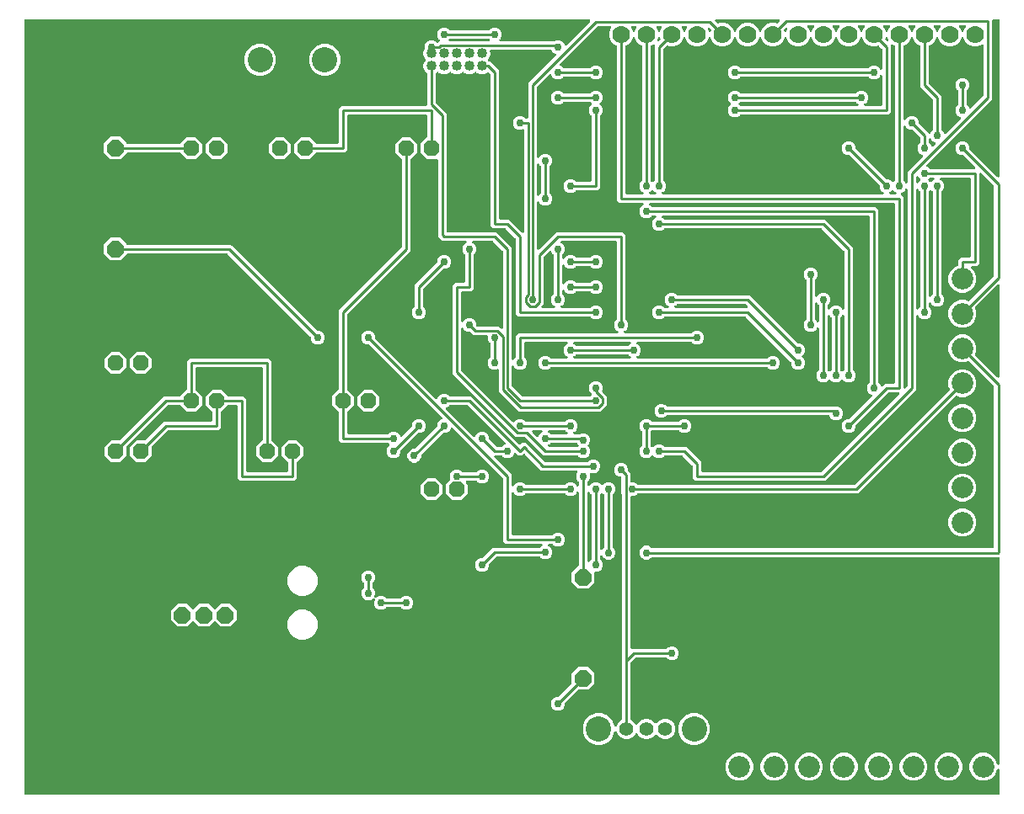
<source format=gbr>
G04 EAGLE Gerber RS-274X export*
G75*
%MOMM*%
%FSLAX34Y34*%
%LPD*%
%INBottom Copper*%
%IPPOS*%
%AMOC8*
5,1,8,0,0,1.08239X$1,22.5*%
G01*
%ADD10P,1.732040X8X22.500000*%
%ADD11P,1.814519X8X202.500000*%
%ADD12C,1.016000*%
%ADD13C,1.778000*%
%ADD14C,2.184400*%
%ADD15P,1.814519X8X112.500000*%
%ADD16P,1.814519X8X292.500000*%
%ADD17C,1.422400*%
%ADD18C,2.540000*%
%ADD19C,0.254000*%
%ADD20C,0.756400*%

G36*
X988688Y10176D02*
X988688Y10176D01*
X988807Y10183D01*
X988845Y10196D01*
X988886Y10201D01*
X988996Y10244D01*
X989109Y10281D01*
X989144Y10303D01*
X989181Y10318D01*
X989277Y10387D01*
X989378Y10451D01*
X989406Y10481D01*
X989439Y10504D01*
X989515Y10596D01*
X989596Y10683D01*
X989616Y10718D01*
X989641Y10749D01*
X989692Y10857D01*
X989750Y10961D01*
X989760Y11001D01*
X989777Y11037D01*
X989799Y11154D01*
X989829Y11269D01*
X989833Y11329D01*
X989837Y11349D01*
X989835Y11370D01*
X989839Y11430D01*
X989839Y34900D01*
X989831Y34969D01*
X989832Y35039D01*
X989811Y35126D01*
X989799Y35215D01*
X989774Y35280D01*
X989757Y35348D01*
X989715Y35427D01*
X989682Y35511D01*
X989641Y35567D01*
X989609Y35629D01*
X989548Y35696D01*
X989496Y35768D01*
X989442Y35813D01*
X989395Y35864D01*
X989320Y35914D01*
X989251Y35971D01*
X989187Y36001D01*
X989129Y36039D01*
X989044Y36068D01*
X988963Y36107D01*
X988894Y36120D01*
X988828Y36142D01*
X988739Y36150D01*
X988651Y36166D01*
X988581Y36162D01*
X988511Y36168D01*
X988423Y36152D01*
X988333Y36147D01*
X988267Y36125D01*
X988198Y36113D01*
X988116Y36076D01*
X988031Y36049D01*
X987972Y36011D01*
X987908Y35983D01*
X987838Y35927D01*
X987762Y35878D01*
X987714Y35828D01*
X987660Y35784D01*
X987605Y35712D01*
X987544Y35647D01*
X987510Y35586D01*
X987468Y35530D01*
X987397Y35385D01*
X985244Y30186D01*
X981314Y26256D01*
X976179Y24129D01*
X970621Y24129D01*
X965486Y26256D01*
X961556Y30186D01*
X959429Y35321D01*
X959429Y40879D01*
X961556Y46014D01*
X965486Y49944D01*
X970621Y52071D01*
X976179Y52071D01*
X981314Y49944D01*
X985244Y46014D01*
X987397Y40815D01*
X987432Y40754D01*
X987458Y40689D01*
X987510Y40616D01*
X987555Y40538D01*
X987603Y40488D01*
X987644Y40432D01*
X987714Y40374D01*
X987776Y40310D01*
X987836Y40273D01*
X987889Y40229D01*
X987971Y40191D01*
X988047Y40144D01*
X988114Y40123D01*
X988177Y40093D01*
X988265Y40076D01*
X988351Y40050D01*
X988421Y40047D01*
X988490Y40034D01*
X988579Y40039D01*
X988669Y40035D01*
X988737Y40049D01*
X988807Y40053D01*
X988892Y40081D01*
X988980Y40099D01*
X989043Y40130D01*
X989109Y40151D01*
X989185Y40199D01*
X989266Y40239D01*
X989319Y40284D01*
X989378Y40322D01*
X989440Y40387D01*
X989508Y40445D01*
X989548Y40502D01*
X989596Y40553D01*
X989639Y40632D01*
X989691Y40705D01*
X989716Y40771D01*
X989750Y40832D01*
X989772Y40918D01*
X989804Y41003D01*
X989812Y41072D01*
X989829Y41140D01*
X989839Y41300D01*
X989839Y247960D01*
X989824Y248078D01*
X989817Y248197D01*
X989804Y248235D01*
X989799Y248276D01*
X989756Y248386D01*
X989719Y248499D01*
X989697Y248534D01*
X989682Y248571D01*
X989613Y248667D01*
X989549Y248768D01*
X989519Y248796D01*
X989496Y248829D01*
X989404Y248905D01*
X989317Y248986D01*
X989282Y249006D01*
X989251Y249031D01*
X989143Y249082D01*
X989039Y249140D01*
X988999Y249150D01*
X988963Y249167D01*
X988846Y249189D01*
X988731Y249219D01*
X988671Y249223D01*
X988651Y249227D01*
X988630Y249225D01*
X988570Y249229D01*
X640867Y249229D01*
X640769Y249217D01*
X640670Y249214D01*
X640612Y249197D01*
X640552Y249189D01*
X640459Y249153D01*
X640364Y249125D01*
X640312Y249095D01*
X640256Y249072D01*
X640176Y249014D01*
X640090Y248964D01*
X640015Y248898D01*
X639999Y248886D01*
X639991Y248876D01*
X639970Y248858D01*
X638869Y247757D01*
X636359Y246717D01*
X633641Y246717D01*
X631131Y247757D01*
X629209Y249679D01*
X628169Y252189D01*
X628169Y254907D01*
X629209Y257417D01*
X631131Y259339D01*
X633641Y260379D01*
X636359Y260379D01*
X638869Y259339D01*
X639970Y258238D01*
X640048Y258178D01*
X640120Y258110D01*
X640173Y258081D01*
X640221Y258044D01*
X640312Y258004D01*
X640398Y257956D01*
X640457Y257941D01*
X640513Y257917D01*
X640611Y257902D01*
X640706Y257877D01*
X640806Y257871D01*
X640827Y257867D01*
X640839Y257869D01*
X640867Y257867D01*
X982982Y257867D01*
X983100Y257882D01*
X983219Y257889D01*
X983257Y257902D01*
X983298Y257907D01*
X983408Y257950D01*
X983521Y257987D01*
X983556Y258009D01*
X983593Y258024D01*
X983689Y258093D01*
X983790Y258157D01*
X983818Y258187D01*
X983851Y258210D01*
X983927Y258302D01*
X984008Y258389D01*
X984028Y258424D01*
X984053Y258455D01*
X984104Y258563D01*
X984162Y258667D01*
X984172Y258707D01*
X984189Y258743D01*
X984211Y258860D01*
X984241Y258975D01*
X984245Y259035D01*
X984249Y259055D01*
X984247Y259076D01*
X984251Y259136D01*
X984251Y420515D01*
X984239Y420614D01*
X984236Y420713D01*
X984219Y420771D01*
X984211Y420831D01*
X984175Y420923D01*
X984147Y421018D01*
X984117Y421070D01*
X984094Y421127D01*
X984036Y421207D01*
X983986Y421292D01*
X983920Y421367D01*
X983908Y421384D01*
X983898Y421392D01*
X983880Y421413D01*
X959474Y445819D01*
X959450Y445837D01*
X959431Y445859D01*
X959325Y445934D01*
X959222Y446014D01*
X959195Y446025D01*
X959171Y446042D01*
X959050Y446088D01*
X958931Y446140D01*
X958901Y446145D01*
X958874Y446155D01*
X958745Y446169D01*
X958616Y446190D01*
X958587Y446187D01*
X958558Y446190D01*
X958429Y446172D01*
X958300Y446160D01*
X958272Y446150D01*
X958243Y446146D01*
X958090Y446094D01*
X955279Y444929D01*
X949721Y444929D01*
X944586Y447056D01*
X940656Y450986D01*
X938529Y456121D01*
X938529Y461679D01*
X940656Y466814D01*
X944586Y470744D01*
X949721Y472871D01*
X955279Y472871D01*
X960414Y470744D01*
X964344Y466814D01*
X966471Y461679D01*
X966471Y456121D01*
X965306Y453310D01*
X965298Y453281D01*
X965285Y453255D01*
X965256Y453128D01*
X965222Y453003D01*
X965222Y452973D01*
X965215Y452944D01*
X965219Y452815D01*
X965217Y452685D01*
X965224Y452656D01*
X965225Y452627D01*
X965261Y452502D01*
X965291Y452376D01*
X965305Y452349D01*
X965313Y452321D01*
X965379Y452209D01*
X965440Y452094D01*
X965460Y452073D01*
X965475Y452047D01*
X965581Y451926D01*
X987673Y429835D01*
X987782Y429750D01*
X987889Y429661D01*
X987908Y429653D01*
X987924Y429640D01*
X988052Y429585D01*
X988177Y429526D01*
X988197Y429522D01*
X988216Y429514D01*
X988354Y429492D01*
X988490Y429466D01*
X988510Y429467D01*
X988530Y429464D01*
X988669Y429477D01*
X988807Y429486D01*
X988826Y429492D01*
X988846Y429494D01*
X988978Y429541D01*
X989109Y429584D01*
X989127Y429594D01*
X989146Y429601D01*
X989261Y429679D01*
X989378Y429754D01*
X989392Y429769D01*
X989409Y429780D01*
X989501Y429884D01*
X989596Y429985D01*
X989606Y430003D01*
X989619Y430018D01*
X989683Y430142D01*
X989750Y430264D01*
X989755Y430284D01*
X989764Y430302D01*
X989794Y430437D01*
X989829Y430572D01*
X989831Y430600D01*
X989834Y430612D01*
X989833Y430632D01*
X989839Y430733D01*
X989839Y522067D01*
X989822Y522205D01*
X989809Y522344D01*
X989802Y522363D01*
X989799Y522383D01*
X989748Y522512D01*
X989701Y522643D01*
X989690Y522660D01*
X989682Y522679D01*
X989601Y522791D01*
X989523Y522906D01*
X989507Y522920D01*
X989496Y522936D01*
X989388Y523025D01*
X989284Y523117D01*
X989266Y523126D01*
X989251Y523139D01*
X989125Y523198D01*
X989001Y523261D01*
X988981Y523266D01*
X988963Y523274D01*
X988827Y523300D01*
X988691Y523331D01*
X988670Y523330D01*
X988651Y523334D01*
X988512Y523325D01*
X988373Y523321D01*
X988353Y523316D01*
X988333Y523314D01*
X988201Y523272D01*
X988067Y523233D01*
X988050Y523223D01*
X988031Y523216D01*
X987913Y523142D01*
X987793Y523071D01*
X987772Y523053D01*
X987762Y523046D01*
X987748Y523031D01*
X987673Y522965D01*
X965581Y500874D01*
X965563Y500850D01*
X965541Y500831D01*
X965466Y500725D01*
X965386Y500622D01*
X965375Y500595D01*
X965358Y500571D01*
X965312Y500450D01*
X965260Y500331D01*
X965255Y500301D01*
X965245Y500274D01*
X965231Y500145D01*
X965210Y500016D01*
X965213Y499987D01*
X965210Y499958D01*
X965228Y499829D01*
X965240Y499700D01*
X965250Y499672D01*
X965254Y499643D01*
X965306Y499490D01*
X966471Y496679D01*
X966471Y491121D01*
X964344Y485986D01*
X960414Y482056D01*
X955279Y479929D01*
X949721Y479929D01*
X944586Y482056D01*
X940656Y485986D01*
X938529Y491121D01*
X938529Y496679D01*
X940656Y501814D01*
X944586Y505744D01*
X949721Y507871D01*
X955279Y507871D01*
X958090Y506706D01*
X958119Y506698D01*
X958145Y506685D01*
X958272Y506656D01*
X958397Y506622D01*
X958427Y506622D01*
X958456Y506615D01*
X958585Y506619D01*
X958715Y506617D01*
X958744Y506624D01*
X958773Y506625D01*
X958898Y506661D01*
X959024Y506691D01*
X959051Y506705D01*
X959079Y506713D01*
X959191Y506779D01*
X959306Y506840D01*
X959327Y506860D01*
X959353Y506875D01*
X959474Y506981D01*
X983880Y531387D01*
X983940Y531465D01*
X984008Y531538D01*
X984037Y531591D01*
X984074Y531638D01*
X984114Y531729D01*
X984162Y531816D01*
X984177Y531875D01*
X984201Y531930D01*
X984216Y532028D01*
X984241Y532124D01*
X984247Y532224D01*
X984251Y532244D01*
X984249Y532257D01*
X984251Y532285D01*
X984251Y622015D01*
X984239Y622114D01*
X984236Y622213D01*
X984219Y622271D01*
X984211Y622331D01*
X984175Y622423D01*
X984147Y622518D01*
X984117Y622570D01*
X984094Y622627D01*
X984036Y622707D01*
X983986Y622792D01*
X983920Y622867D01*
X983908Y622884D01*
X983898Y622892D01*
X983880Y622913D01*
X971685Y635107D01*
X971576Y635192D01*
X971469Y635281D01*
X971450Y635289D01*
X971434Y635302D01*
X971306Y635357D01*
X971181Y635416D01*
X971161Y635420D01*
X971142Y635428D01*
X971004Y635450D01*
X970868Y635476D01*
X970848Y635475D01*
X970828Y635478D01*
X970689Y635465D01*
X970551Y635456D01*
X970532Y635450D01*
X970512Y635448D01*
X970380Y635401D01*
X970249Y635358D01*
X970231Y635348D01*
X970212Y635341D01*
X970097Y635263D01*
X969980Y635188D01*
X969966Y635173D01*
X969949Y635162D01*
X969857Y635058D01*
X969762Y634957D01*
X969752Y634939D01*
X969739Y634924D01*
X969675Y634800D01*
X969608Y634678D01*
X969603Y634658D01*
X969594Y634640D01*
X969564Y634505D01*
X969529Y634370D01*
X969527Y634342D01*
X969524Y634330D01*
X969525Y634310D01*
X969519Y634209D01*
X969519Y544311D01*
X966989Y541781D01*
X962441Y541781D01*
X962303Y541764D01*
X962164Y541751D01*
X962145Y541744D01*
X962125Y541741D01*
X961996Y541690D01*
X961865Y541643D01*
X961848Y541632D01*
X961829Y541624D01*
X961717Y541543D01*
X961602Y541465D01*
X961588Y541449D01*
X961572Y541438D01*
X961483Y541330D01*
X961391Y541226D01*
X961382Y541208D01*
X961369Y541193D01*
X961310Y541067D01*
X961247Y540943D01*
X961242Y540923D01*
X961234Y540905D01*
X961208Y540769D01*
X961177Y540633D01*
X961178Y540612D01*
X961174Y540593D01*
X961182Y540454D01*
X961187Y540315D01*
X961192Y540295D01*
X961194Y540275D01*
X961236Y540143D01*
X961275Y540009D01*
X961285Y539992D01*
X961292Y539973D01*
X961366Y539855D01*
X961437Y539735D01*
X961455Y539714D01*
X961462Y539704D01*
X961477Y539690D01*
X961543Y539615D01*
X964344Y536814D01*
X966471Y531679D01*
X966471Y526121D01*
X964344Y520986D01*
X960414Y517056D01*
X955279Y514929D01*
X949721Y514929D01*
X944586Y517056D01*
X940656Y520986D01*
X938529Y526121D01*
X938529Y531679D01*
X940656Y536814D01*
X944586Y540744D01*
X947398Y541908D01*
X947423Y541923D01*
X947451Y541932D01*
X947561Y542002D01*
X947674Y542066D01*
X947695Y542086D01*
X947720Y542102D01*
X947809Y542197D01*
X947902Y542287D01*
X947918Y542312D01*
X947938Y542334D01*
X948001Y542448D01*
X948069Y542558D01*
X948077Y542587D01*
X948092Y542612D01*
X948124Y542738D01*
X948162Y542862D01*
X948164Y542892D01*
X948171Y542920D01*
X948181Y543081D01*
X948181Y547889D01*
X950711Y550419D01*
X959612Y550419D01*
X959730Y550434D01*
X959849Y550441D01*
X959887Y550454D01*
X959928Y550459D01*
X960038Y550502D01*
X960151Y550539D01*
X960186Y550561D01*
X960223Y550576D01*
X960319Y550645D01*
X960420Y550709D01*
X960448Y550739D01*
X960481Y550762D01*
X960557Y550854D01*
X960638Y550941D01*
X960658Y550976D01*
X960683Y551007D01*
X960734Y551115D01*
X960792Y551219D01*
X960802Y551259D01*
X960819Y551295D01*
X960841Y551412D01*
X960871Y551527D01*
X960875Y551587D01*
X960879Y551607D01*
X960877Y551628D01*
X960881Y551688D01*
X960881Y629412D01*
X960866Y629530D01*
X960859Y629649D01*
X960846Y629687D01*
X960841Y629728D01*
X960798Y629838D01*
X960761Y629951D01*
X960739Y629986D01*
X960724Y630023D01*
X960655Y630119D01*
X960591Y630220D01*
X960561Y630248D01*
X960538Y630281D01*
X960446Y630357D01*
X960359Y630438D01*
X960324Y630458D01*
X960293Y630483D01*
X960185Y630534D01*
X960081Y630592D01*
X960041Y630602D01*
X960005Y630619D01*
X959888Y630641D01*
X959773Y630671D01*
X959713Y630675D01*
X959693Y630679D01*
X959672Y630677D01*
X959612Y630681D01*
X931096Y630681D01*
X931027Y630673D01*
X930957Y630674D01*
X930870Y630653D01*
X930781Y630641D01*
X930716Y630616D01*
X930648Y630599D01*
X930569Y630557D01*
X930485Y630524D01*
X930429Y630483D01*
X930367Y630451D01*
X930300Y630390D01*
X930228Y630338D01*
X930183Y630284D01*
X930132Y630237D01*
X930082Y630162D01*
X930025Y630093D01*
X929995Y630029D01*
X929957Y629971D01*
X929928Y629886D01*
X929889Y629805D01*
X929876Y629736D01*
X929854Y629670D01*
X929846Y629581D01*
X929830Y629493D01*
X929834Y629423D01*
X929828Y629353D01*
X929844Y629265D01*
X929849Y629175D01*
X929871Y629109D01*
X929883Y629040D01*
X929920Y628958D01*
X929947Y628873D01*
X929985Y628814D01*
X930013Y628750D01*
X930070Y628680D01*
X930118Y628604D01*
X930168Y628556D01*
X930212Y628502D01*
X930284Y628447D01*
X930349Y628386D01*
X930410Y628352D01*
X930466Y628310D01*
X930611Y628239D01*
X930969Y628091D01*
X932891Y626169D01*
X933931Y623659D01*
X933931Y620941D01*
X932891Y618431D01*
X931790Y617330D01*
X931730Y617252D01*
X931662Y617180D01*
X931633Y617127D01*
X931596Y617079D01*
X931556Y616988D01*
X931508Y616902D01*
X931493Y616843D01*
X931469Y616787D01*
X931454Y616689D01*
X931429Y616594D01*
X931423Y616494D01*
X931419Y616473D01*
X931421Y616461D01*
X931419Y616433D01*
X931419Y513867D01*
X931431Y513769D01*
X931434Y513670D01*
X931451Y513612D01*
X931459Y513552D01*
X931495Y513459D01*
X931523Y513364D01*
X931553Y513312D01*
X931576Y513256D01*
X931634Y513176D01*
X931684Y513090D01*
X931750Y513015D01*
X931762Y512999D01*
X931772Y512991D01*
X931790Y512970D01*
X932891Y511869D01*
X933931Y509359D01*
X933931Y506641D01*
X932891Y504131D01*
X930969Y502209D01*
X928459Y501169D01*
X925741Y501169D01*
X923231Y502209D01*
X921309Y504131D01*
X921161Y504489D01*
X921126Y504550D01*
X921100Y504615D01*
X921048Y504688D01*
X921003Y504766D01*
X920955Y504816D01*
X920914Y504872D01*
X920844Y504930D01*
X920782Y504994D01*
X920722Y505031D01*
X920669Y505075D01*
X920587Y505113D01*
X920511Y505160D01*
X920444Y505181D01*
X920381Y505211D01*
X920293Y505227D01*
X920207Y505254D01*
X920137Y505257D01*
X920068Y505270D01*
X919979Y505265D01*
X919889Y505269D01*
X919821Y505255D01*
X919751Y505251D01*
X919666Y505223D01*
X919578Y505205D01*
X919515Y505174D01*
X919449Y505153D01*
X919373Y505105D01*
X919292Y505065D01*
X919239Y505020D01*
X919180Y504982D01*
X919118Y504917D01*
X919050Y504859D01*
X919010Y504802D01*
X918962Y504751D01*
X918919Y504672D01*
X918867Y504599D01*
X918842Y504533D01*
X918808Y504472D01*
X918786Y504385D01*
X918754Y504301D01*
X918746Y504232D01*
X918729Y504164D01*
X918719Y504004D01*
X918719Y501167D01*
X918731Y501069D01*
X918734Y500970D01*
X918751Y500912D01*
X918759Y500852D01*
X918795Y500759D01*
X918823Y500664D01*
X918853Y500612D01*
X918876Y500556D01*
X918934Y500476D01*
X918984Y500390D01*
X919050Y500315D01*
X919062Y500299D01*
X919072Y500291D01*
X919090Y500270D01*
X920191Y499169D01*
X921231Y496659D01*
X921231Y493941D01*
X920191Y491431D01*
X918269Y489509D01*
X915759Y488469D01*
X913041Y488469D01*
X910531Y489509D01*
X908609Y491431D01*
X908461Y491789D01*
X908426Y491850D01*
X908400Y491915D01*
X908348Y491988D01*
X908303Y492066D01*
X908254Y492116D01*
X908214Y492172D01*
X908144Y492230D01*
X908082Y492294D01*
X908022Y492331D01*
X907969Y492375D01*
X907887Y492413D01*
X907811Y492460D01*
X907744Y492481D01*
X907681Y492511D01*
X907593Y492527D01*
X907507Y492554D01*
X907437Y492557D01*
X907368Y492570D01*
X907279Y492565D01*
X907189Y492569D01*
X907121Y492555D01*
X907051Y492551D01*
X906966Y492523D01*
X906878Y492505D01*
X906815Y492474D01*
X906749Y492453D01*
X906673Y492405D01*
X906592Y492365D01*
X906539Y492320D01*
X906480Y492282D01*
X906418Y492217D01*
X906350Y492159D01*
X906310Y492102D01*
X906262Y492051D01*
X906219Y491972D01*
X906167Y491899D01*
X906142Y491834D01*
X906108Y491772D01*
X906086Y491685D01*
X906054Y491601D01*
X906046Y491532D01*
X906029Y491464D01*
X906019Y491304D01*
X906019Y417311D01*
X814589Y325881D01*
X684011Y325881D01*
X681481Y328411D01*
X681481Y340585D01*
X681469Y340684D01*
X681466Y340783D01*
X681449Y340841D01*
X681441Y340901D01*
X681405Y340993D01*
X681377Y341088D01*
X681347Y341140D01*
X681324Y341197D01*
X681266Y341277D01*
X681216Y341362D01*
X681150Y341437D01*
X681138Y341454D01*
X681128Y341462D01*
X681110Y341483D01*
X671683Y350910D01*
X671605Y350970D01*
X671532Y351038D01*
X671479Y351067D01*
X671432Y351104D01*
X671341Y351144D01*
X671254Y351192D01*
X671195Y351207D01*
X671140Y351231D01*
X671042Y351246D01*
X670946Y351271D01*
X670846Y351277D01*
X670826Y351281D01*
X670813Y351279D01*
X670785Y351281D01*
X653567Y351281D01*
X653469Y351269D01*
X653370Y351266D01*
X653312Y351249D01*
X653252Y351241D01*
X653159Y351205D01*
X653064Y351177D01*
X653012Y351147D01*
X652956Y351124D01*
X652876Y351066D01*
X652790Y351016D01*
X652715Y350950D01*
X652699Y350938D01*
X652691Y350928D01*
X652670Y350910D01*
X651569Y349809D01*
X649059Y348769D01*
X646341Y348769D01*
X643831Y349809D01*
X642247Y351392D01*
X642153Y351465D01*
X642064Y351544D01*
X642028Y351563D01*
X641996Y351587D01*
X641887Y351635D01*
X641781Y351689D01*
X641742Y351698D01*
X641704Y351714D01*
X641587Y351732D01*
X641471Y351758D01*
X641430Y351757D01*
X641390Y351764D01*
X641272Y351752D01*
X641153Y351749D01*
X641114Y351738D01*
X641074Y351734D01*
X640962Y351693D01*
X640847Y351660D01*
X640812Y351640D01*
X640774Y351626D01*
X640676Y351559D01*
X640573Y351499D01*
X640528Y351459D01*
X640511Y351448D01*
X640498Y351432D01*
X640452Y351392D01*
X638869Y349809D01*
X636359Y348769D01*
X633641Y348769D01*
X631131Y349809D01*
X629209Y351731D01*
X628169Y354241D01*
X628169Y356959D01*
X629209Y359469D01*
X630310Y360570D01*
X630370Y360648D01*
X630438Y360720D01*
X630467Y360773D01*
X630504Y360821D01*
X630544Y360912D01*
X630592Y360998D01*
X630607Y361057D01*
X630631Y361113D01*
X630646Y361211D01*
X630671Y361306D01*
X630677Y361406D01*
X630681Y361427D01*
X630679Y361439D01*
X630681Y361467D01*
X630681Y375133D01*
X630669Y375231D01*
X630666Y375330D01*
X630649Y375388D01*
X630641Y375448D01*
X630605Y375541D01*
X630577Y375636D01*
X630547Y375688D01*
X630524Y375744D01*
X630466Y375824D01*
X630416Y375910D01*
X630350Y375985D01*
X630338Y376001D01*
X630328Y376009D01*
X630310Y376030D01*
X629209Y377131D01*
X628169Y379641D01*
X628169Y382359D01*
X629209Y384869D01*
X631131Y386791D01*
X633641Y387831D01*
X636359Y387831D01*
X638869Y386791D01*
X639970Y385690D01*
X640048Y385630D01*
X640120Y385562D01*
X640173Y385533D01*
X640221Y385496D01*
X640312Y385456D01*
X640398Y385408D01*
X640457Y385393D01*
X640513Y385369D01*
X640611Y385354D01*
X640706Y385329D01*
X640806Y385323D01*
X640827Y385319D01*
X640839Y385321D01*
X640867Y385319D01*
X667233Y385319D01*
X667331Y385331D01*
X667430Y385334D01*
X667488Y385351D01*
X667548Y385359D01*
X667641Y385395D01*
X667736Y385423D01*
X667788Y385453D01*
X667844Y385476D01*
X667924Y385534D01*
X668010Y385584D01*
X668085Y385650D01*
X668101Y385662D01*
X668109Y385672D01*
X668130Y385690D01*
X669231Y386791D01*
X671741Y387831D01*
X674459Y387831D01*
X676969Y386791D01*
X678891Y384869D01*
X679931Y382359D01*
X679931Y379641D01*
X678891Y377131D01*
X676969Y375209D01*
X674459Y374169D01*
X671741Y374169D01*
X669231Y375209D01*
X668130Y376310D01*
X668052Y376370D01*
X667980Y376438D01*
X667927Y376467D01*
X667879Y376504D01*
X667788Y376544D01*
X667702Y376592D01*
X667643Y376607D01*
X667587Y376631D01*
X667489Y376646D01*
X667394Y376671D01*
X667294Y376677D01*
X667273Y376681D01*
X667261Y376679D01*
X667233Y376681D01*
X640867Y376681D01*
X640769Y376669D01*
X640670Y376666D01*
X640612Y376649D01*
X640552Y376641D01*
X640459Y376605D01*
X640364Y376577D01*
X640312Y376547D01*
X640256Y376524D01*
X640176Y376466D01*
X640090Y376416D01*
X640015Y376350D01*
X639999Y376338D01*
X639991Y376328D01*
X639970Y376310D01*
X639690Y376030D01*
X639630Y375952D01*
X639562Y375880D01*
X639533Y375827D01*
X639496Y375779D01*
X639456Y375688D01*
X639408Y375602D01*
X639393Y375543D01*
X639369Y375487D01*
X639354Y375389D01*
X639329Y375294D01*
X639323Y375194D01*
X639319Y375173D01*
X639321Y375161D01*
X639319Y375133D01*
X639319Y361467D01*
X639331Y361369D01*
X639334Y361270D01*
X639351Y361212D01*
X639359Y361152D01*
X639395Y361060D01*
X639423Y360964D01*
X639453Y360912D01*
X639476Y360856D01*
X639534Y360776D01*
X639584Y360690D01*
X639650Y360615D01*
X639662Y360599D01*
X639672Y360591D01*
X639690Y360570D01*
X640452Y359808D01*
X640546Y359735D01*
X640636Y359656D01*
X640672Y359637D01*
X640704Y359613D01*
X640813Y359565D01*
X640919Y359511D01*
X640958Y359502D01*
X640996Y359486D01*
X641113Y359468D01*
X641229Y359442D01*
X641270Y359443D01*
X641310Y359436D01*
X641428Y359448D01*
X641547Y359451D01*
X641586Y359462D01*
X641626Y359466D01*
X641738Y359507D01*
X641853Y359540D01*
X641888Y359560D01*
X641926Y359574D01*
X642024Y359641D01*
X642127Y359701D01*
X642172Y359741D01*
X642189Y359752D01*
X642202Y359768D01*
X642247Y359808D01*
X643831Y361391D01*
X646341Y362431D01*
X649059Y362431D01*
X651569Y361391D01*
X652670Y360290D01*
X652748Y360230D01*
X652820Y360162D01*
X652873Y360133D01*
X652921Y360096D01*
X653012Y360056D01*
X653098Y360008D01*
X653157Y359993D01*
X653213Y359969D01*
X653311Y359954D01*
X653406Y359929D01*
X653506Y359923D01*
X653527Y359919D01*
X653539Y359921D01*
X653567Y359919D01*
X674889Y359919D01*
X687217Y347590D01*
X690119Y344689D01*
X690119Y335788D01*
X690134Y335670D01*
X690141Y335551D01*
X690154Y335513D01*
X690159Y335472D01*
X690202Y335362D01*
X690239Y335249D01*
X690261Y335214D01*
X690276Y335177D01*
X690345Y335081D01*
X690409Y334980D01*
X690439Y334952D01*
X690462Y334919D01*
X690554Y334843D01*
X690641Y334762D01*
X690676Y334742D01*
X690707Y334717D01*
X690815Y334666D01*
X690919Y334608D01*
X690959Y334598D01*
X690995Y334581D01*
X691112Y334559D01*
X691227Y334529D01*
X691287Y334525D01*
X691307Y334521D01*
X691328Y334523D01*
X691388Y334519D01*
X810485Y334519D01*
X810584Y334531D01*
X810683Y334534D01*
X810741Y334551D01*
X810801Y334559D01*
X810893Y334595D01*
X810988Y334623D01*
X811040Y334653D01*
X811097Y334676D01*
X811177Y334734D01*
X811262Y334784D01*
X811337Y334850D01*
X811354Y334862D01*
X811362Y334872D01*
X811383Y334890D01*
X889107Y412615D01*
X889192Y412724D01*
X889281Y412831D01*
X889289Y412850D01*
X889302Y412866D01*
X889357Y412994D01*
X889416Y413119D01*
X889420Y413139D01*
X889428Y413158D01*
X889450Y413296D01*
X889476Y413432D01*
X889475Y413452D01*
X889478Y413472D01*
X889465Y413611D01*
X889456Y413749D01*
X889450Y413768D01*
X889448Y413788D01*
X889401Y413920D01*
X889358Y414051D01*
X889348Y414069D01*
X889341Y414088D01*
X889263Y414203D01*
X889188Y414320D01*
X889173Y414334D01*
X889162Y414351D01*
X889058Y414443D01*
X888957Y414538D01*
X888939Y414548D01*
X888924Y414561D01*
X888800Y414624D01*
X888678Y414692D01*
X888658Y414697D01*
X888640Y414706D01*
X888505Y414736D01*
X888370Y414771D01*
X888342Y414773D01*
X888330Y414776D01*
X888310Y414775D01*
X888209Y414781D01*
X878615Y414781D01*
X878516Y414769D01*
X878417Y414766D01*
X878359Y414749D01*
X878299Y414741D01*
X878207Y414705D01*
X878112Y414677D01*
X878060Y414647D01*
X878003Y414624D01*
X877923Y414566D01*
X877838Y414516D01*
X877763Y414450D01*
X877746Y414438D01*
X877738Y414428D01*
X877717Y414410D01*
X845402Y382095D01*
X845342Y382017D01*
X845274Y381944D01*
X845245Y381891D01*
X845208Y381844D01*
X845168Y381753D01*
X845120Y381666D01*
X845105Y381607D01*
X845081Y381552D01*
X845066Y381454D01*
X845041Y381358D01*
X845035Y381258D01*
X845031Y381238D01*
X845033Y381225D01*
X845031Y381197D01*
X845031Y379641D01*
X843991Y377131D01*
X842069Y375209D01*
X839559Y374169D01*
X836841Y374169D01*
X834331Y375209D01*
X832409Y377131D01*
X831369Y379641D01*
X831369Y382359D01*
X832409Y384869D01*
X834331Y386791D01*
X836841Y387831D01*
X838397Y387831D01*
X838496Y387843D01*
X838595Y387846D01*
X838653Y387863D01*
X838713Y387871D01*
X838805Y387907D01*
X838900Y387935D01*
X838952Y387965D01*
X839009Y387988D01*
X839089Y388046D01*
X839174Y388096D01*
X839249Y388162D01*
X839266Y388174D01*
X839274Y388184D01*
X839295Y388202D01*
X861690Y410598D01*
X861721Y410637D01*
X861758Y410671D01*
X861818Y410762D01*
X861885Y410849D01*
X861905Y410895D01*
X861932Y410936D01*
X861968Y411040D01*
X862012Y411141D01*
X862019Y411190D01*
X862036Y411237D01*
X862044Y411347D01*
X862061Y411455D01*
X862057Y411505D01*
X862061Y411554D01*
X862042Y411662D01*
X862032Y411772D01*
X862015Y411819D01*
X862006Y411867D01*
X861961Y411968D01*
X861924Y412071D01*
X861896Y412112D01*
X861876Y412157D01*
X861807Y412243D01*
X861745Y412334D01*
X861708Y412367D01*
X861677Y412406D01*
X861589Y412472D01*
X861507Y412545D01*
X861463Y412567D01*
X861423Y412597D01*
X861279Y412668D01*
X859731Y413309D01*
X857809Y415231D01*
X856769Y417741D01*
X856769Y420459D01*
X857809Y422969D01*
X858910Y424070D01*
X858970Y424148D01*
X859038Y424220D01*
X859067Y424273D01*
X859104Y424321D01*
X859144Y424412D01*
X859192Y424498D01*
X859207Y424557D01*
X859231Y424613D01*
X859246Y424711D01*
X859271Y424806D01*
X859277Y424906D01*
X859281Y424927D01*
X859279Y424939D01*
X859281Y424967D01*
X859281Y591312D01*
X859266Y591430D01*
X859259Y591549D01*
X859246Y591587D01*
X859241Y591628D01*
X859198Y591738D01*
X859161Y591851D01*
X859139Y591886D01*
X859124Y591923D01*
X859055Y592019D01*
X858991Y592120D01*
X858961Y592148D01*
X858938Y592181D01*
X858846Y592257D01*
X858759Y592338D01*
X858724Y592358D01*
X858693Y592383D01*
X858585Y592434D01*
X858481Y592492D01*
X858441Y592502D01*
X858405Y592519D01*
X858288Y592541D01*
X858173Y592571D01*
X858113Y592575D01*
X858093Y592579D01*
X858072Y592577D01*
X858012Y592581D01*
X651696Y592581D01*
X651627Y592573D01*
X651557Y592574D01*
X651470Y592553D01*
X651381Y592541D01*
X651316Y592516D01*
X651248Y592499D01*
X651169Y592457D01*
X651085Y592424D01*
X651029Y592383D01*
X650967Y592351D01*
X650900Y592290D01*
X650828Y592238D01*
X650783Y592184D01*
X650732Y592137D01*
X650682Y592062D01*
X650625Y591993D01*
X650595Y591929D01*
X650557Y591871D01*
X650528Y591786D01*
X650489Y591705D01*
X650476Y591636D01*
X650454Y591570D01*
X650446Y591481D01*
X650430Y591393D01*
X650434Y591323D01*
X650428Y591253D01*
X650444Y591165D01*
X650449Y591075D01*
X650471Y591009D01*
X650483Y590940D01*
X650520Y590858D01*
X650547Y590773D01*
X650585Y590714D01*
X650613Y590650D01*
X650670Y590580D01*
X650718Y590504D01*
X650768Y590456D01*
X650812Y590402D01*
X650884Y590347D01*
X650949Y590286D01*
X651010Y590252D01*
X651066Y590210D01*
X651211Y590139D01*
X651569Y589991D01*
X652670Y588890D01*
X652748Y588830D01*
X652820Y588762D01*
X652873Y588733D01*
X652921Y588696D01*
X653012Y588656D01*
X653098Y588608D01*
X653157Y588593D01*
X653213Y588569D01*
X653311Y588554D01*
X653406Y588529D01*
X653506Y588523D01*
X653527Y588519D01*
X653539Y588521D01*
X653567Y588519D01*
X814589Y588519D01*
X842519Y560589D01*
X842519Y437667D01*
X842531Y437569D01*
X842534Y437470D01*
X842551Y437412D01*
X842559Y437352D01*
X842595Y437259D01*
X842623Y437164D01*
X842653Y437112D01*
X842676Y437056D01*
X842734Y436976D01*
X842784Y436890D01*
X842850Y436815D01*
X842862Y436799D01*
X842872Y436791D01*
X842890Y436770D01*
X843991Y435669D01*
X845031Y433159D01*
X845031Y430441D01*
X843991Y427931D01*
X842069Y426009D01*
X839559Y424969D01*
X836841Y424969D01*
X834331Y426009D01*
X832748Y427592D01*
X832653Y427665D01*
X832564Y427744D01*
X832528Y427763D01*
X832496Y427787D01*
X832387Y427835D01*
X832281Y427889D01*
X832242Y427898D01*
X832204Y427914D01*
X832087Y427932D01*
X831971Y427958D01*
X831930Y427957D01*
X831890Y427964D01*
X831772Y427952D01*
X831653Y427949D01*
X831614Y427938D01*
X831574Y427934D01*
X831461Y427893D01*
X831347Y427860D01*
X831313Y427840D01*
X831274Y427826D01*
X831176Y427759D01*
X831073Y427699D01*
X831028Y427659D01*
X831011Y427648D01*
X830998Y427632D01*
X830953Y427592D01*
X829369Y426009D01*
X826859Y424969D01*
X824141Y424969D01*
X821631Y426009D01*
X820048Y427592D01*
X819953Y427665D01*
X819864Y427744D01*
X819828Y427763D01*
X819796Y427787D01*
X819687Y427835D01*
X819581Y427889D01*
X819542Y427898D01*
X819504Y427914D01*
X819387Y427932D01*
X819271Y427958D01*
X819230Y427957D01*
X819190Y427964D01*
X819072Y427952D01*
X818953Y427949D01*
X818914Y427938D01*
X818874Y427934D01*
X818761Y427893D01*
X818647Y427860D01*
X818613Y427840D01*
X818574Y427826D01*
X818476Y427759D01*
X818373Y427699D01*
X818328Y427659D01*
X818311Y427648D01*
X818298Y427632D01*
X818253Y427592D01*
X816669Y426009D01*
X814159Y424969D01*
X811441Y424969D01*
X808931Y426009D01*
X807009Y427931D01*
X805969Y430441D01*
X805969Y433159D01*
X807009Y435669D01*
X808110Y436770D01*
X808170Y436848D01*
X808238Y436920D01*
X808267Y436973D01*
X808304Y437021D01*
X808344Y437112D01*
X808392Y437198D01*
X808407Y437257D01*
X808431Y437313D01*
X808446Y437411D01*
X808471Y437506D01*
X808477Y437606D01*
X808481Y437627D01*
X808479Y437639D01*
X808481Y437667D01*
X808481Y478604D01*
X808473Y478673D01*
X808474Y478743D01*
X808453Y478830D01*
X808441Y478919D01*
X808416Y478984D01*
X808399Y479052D01*
X808357Y479131D01*
X808324Y479215D01*
X808283Y479271D01*
X808251Y479333D01*
X808190Y479400D01*
X808138Y479472D01*
X808084Y479517D01*
X808037Y479568D01*
X807962Y479618D01*
X807893Y479675D01*
X807829Y479705D01*
X807771Y479743D01*
X807686Y479772D01*
X807605Y479811D01*
X807536Y479824D01*
X807470Y479846D01*
X807381Y479854D01*
X807293Y479870D01*
X807223Y479866D01*
X807153Y479872D01*
X807065Y479856D01*
X806975Y479851D01*
X806909Y479829D01*
X806840Y479817D01*
X806758Y479780D01*
X806673Y479753D01*
X806614Y479715D01*
X806550Y479687D01*
X806480Y479630D01*
X806404Y479582D01*
X806356Y479532D01*
X806302Y479488D01*
X806247Y479416D01*
X806186Y479351D01*
X806152Y479290D01*
X806110Y479234D01*
X806039Y479089D01*
X805891Y478731D01*
X803969Y476809D01*
X801459Y475769D01*
X798741Y475769D01*
X796231Y476809D01*
X794309Y478731D01*
X793269Y481241D01*
X793269Y483959D01*
X794309Y486469D01*
X795410Y487570D01*
X795470Y487648D01*
X795538Y487720D01*
X795567Y487773D01*
X795604Y487821D01*
X795644Y487912D01*
X795692Y487998D01*
X795707Y488057D01*
X795731Y488113D01*
X795746Y488211D01*
X795771Y488306D01*
X795777Y488406D01*
X795781Y488427D01*
X795779Y488439D01*
X795781Y488467D01*
X795781Y527533D01*
X795769Y527631D01*
X795766Y527730D01*
X795749Y527788D01*
X795741Y527848D01*
X795705Y527941D01*
X795677Y528036D01*
X795647Y528088D01*
X795624Y528144D01*
X795566Y528224D01*
X795516Y528310D01*
X795450Y528385D01*
X795438Y528401D01*
X795428Y528409D01*
X795410Y528430D01*
X794309Y529531D01*
X793269Y532041D01*
X793269Y534759D01*
X794309Y537269D01*
X796231Y539191D01*
X798741Y540231D01*
X801459Y540231D01*
X803969Y539191D01*
X805891Y537269D01*
X806931Y534759D01*
X806931Y532041D01*
X805891Y529531D01*
X804790Y528430D01*
X804730Y528352D01*
X804662Y528280D01*
X804633Y528227D01*
X804596Y528179D01*
X804556Y528088D01*
X804508Y528002D01*
X804493Y527943D01*
X804469Y527887D01*
X804454Y527789D01*
X804429Y527694D01*
X804423Y527594D01*
X804419Y527573D01*
X804421Y527561D01*
X804419Y527533D01*
X804419Y511996D01*
X804427Y511927D01*
X804426Y511857D01*
X804447Y511770D01*
X804459Y511681D01*
X804484Y511616D01*
X804501Y511548D01*
X804543Y511469D01*
X804576Y511385D01*
X804617Y511329D01*
X804649Y511267D01*
X804710Y511200D01*
X804762Y511128D01*
X804816Y511083D01*
X804863Y511032D01*
X804938Y510982D01*
X805007Y510925D01*
X805071Y510895D01*
X805129Y510857D01*
X805214Y510828D01*
X805295Y510789D01*
X805364Y510776D01*
X805430Y510754D01*
X805519Y510746D01*
X805607Y510730D01*
X805677Y510734D01*
X805747Y510728D01*
X805835Y510744D01*
X805925Y510749D01*
X805991Y510771D01*
X806060Y510783D01*
X806142Y510820D01*
X806227Y510847D01*
X806286Y510885D01*
X806350Y510913D01*
X806420Y510970D01*
X806496Y511018D01*
X806544Y511068D01*
X806598Y511112D01*
X806653Y511184D01*
X806714Y511249D01*
X806748Y511310D01*
X806790Y511366D01*
X806861Y511511D01*
X807009Y511869D01*
X808931Y513791D01*
X811441Y514831D01*
X814159Y514831D01*
X816669Y513791D01*
X818591Y511869D01*
X819631Y509359D01*
X819631Y506641D01*
X818591Y504131D01*
X817490Y503030D01*
X817430Y502952D01*
X817362Y502880D01*
X817333Y502827D01*
X817296Y502779D01*
X817256Y502688D01*
X817208Y502602D01*
X817193Y502543D01*
X817169Y502487D01*
X817154Y502389D01*
X817129Y502294D01*
X817123Y502194D01*
X817119Y502173D01*
X817121Y502161D01*
X817119Y502133D01*
X817119Y499296D01*
X817127Y499227D01*
X817126Y499157D01*
X817147Y499070D01*
X817159Y498981D01*
X817184Y498916D01*
X817201Y498848D01*
X817243Y498769D01*
X817276Y498685D01*
X817317Y498629D01*
X817349Y498567D01*
X817410Y498500D01*
X817462Y498428D01*
X817516Y498383D01*
X817563Y498332D01*
X817638Y498282D01*
X817707Y498225D01*
X817771Y498195D01*
X817829Y498157D01*
X817914Y498128D01*
X817995Y498089D01*
X818064Y498076D01*
X818130Y498054D01*
X818219Y498046D01*
X818307Y498030D01*
X818377Y498034D01*
X818447Y498028D01*
X818535Y498044D01*
X818625Y498049D01*
X818691Y498071D01*
X818760Y498083D01*
X818842Y498120D01*
X818927Y498147D01*
X818986Y498185D01*
X819050Y498213D01*
X819120Y498270D01*
X819196Y498318D01*
X819244Y498368D01*
X819298Y498412D01*
X819353Y498484D01*
X819414Y498549D01*
X819448Y498610D01*
X819490Y498666D01*
X819561Y498811D01*
X819709Y499169D01*
X821631Y501091D01*
X824141Y502131D01*
X826859Y502131D01*
X829369Y501091D01*
X831291Y499169D01*
X831439Y498811D01*
X831474Y498750D01*
X831500Y498685D01*
X831552Y498612D01*
X831597Y498534D01*
X831646Y498484D01*
X831686Y498428D01*
X831756Y498370D01*
X831818Y498306D01*
X831878Y498269D01*
X831931Y498225D01*
X832013Y498187D01*
X832089Y498140D01*
X832156Y498119D01*
X832219Y498089D01*
X832307Y498073D01*
X832393Y498046D01*
X832463Y498043D01*
X832532Y498030D01*
X832621Y498035D01*
X832711Y498031D01*
X832779Y498045D01*
X832849Y498049D01*
X832934Y498077D01*
X833022Y498095D01*
X833085Y498126D01*
X833151Y498147D01*
X833227Y498195D01*
X833308Y498235D01*
X833361Y498280D01*
X833420Y498318D01*
X833482Y498383D01*
X833550Y498441D01*
X833590Y498498D01*
X833638Y498549D01*
X833681Y498628D01*
X833733Y498701D01*
X833758Y498766D01*
X833792Y498828D01*
X833814Y498915D01*
X833846Y498999D01*
X833854Y499068D01*
X833871Y499136D01*
X833881Y499296D01*
X833881Y556485D01*
X833869Y556584D01*
X833866Y556683D01*
X833849Y556741D01*
X833841Y556801D01*
X833805Y556893D01*
X833777Y556988D01*
X833747Y557040D01*
X833724Y557097D01*
X833666Y557177D01*
X833616Y557262D01*
X833550Y557337D01*
X833538Y557354D01*
X833528Y557362D01*
X833510Y557383D01*
X811383Y579510D01*
X811305Y579570D01*
X811232Y579638D01*
X811179Y579667D01*
X811132Y579704D01*
X811041Y579744D01*
X810954Y579792D01*
X810895Y579807D01*
X810840Y579831D01*
X810742Y579846D01*
X810646Y579871D01*
X810546Y579877D01*
X810526Y579881D01*
X810513Y579879D01*
X810485Y579881D01*
X653567Y579881D01*
X653469Y579869D01*
X653370Y579866D01*
X653312Y579849D01*
X653252Y579841D01*
X653159Y579805D01*
X653064Y579777D01*
X653012Y579747D01*
X652956Y579724D01*
X652876Y579666D01*
X652790Y579616D01*
X652715Y579550D01*
X652699Y579538D01*
X652691Y579528D01*
X652670Y579510D01*
X651569Y578409D01*
X649059Y577369D01*
X646341Y577369D01*
X643831Y578409D01*
X641909Y580331D01*
X640869Y582841D01*
X640869Y585559D01*
X641909Y588069D01*
X643831Y589991D01*
X644189Y590139D01*
X644250Y590174D01*
X644315Y590200D01*
X644388Y590252D01*
X644466Y590297D01*
X644516Y590345D01*
X644572Y590386D01*
X644630Y590456D01*
X644694Y590518D01*
X644731Y590578D01*
X644775Y590631D01*
X644813Y590713D01*
X644860Y590789D01*
X644881Y590856D01*
X644911Y590919D01*
X644927Y591007D01*
X644954Y591093D01*
X644957Y591163D01*
X644970Y591232D01*
X644965Y591321D01*
X644969Y591411D01*
X644955Y591479D01*
X644951Y591549D01*
X644923Y591634D01*
X644905Y591722D01*
X644874Y591785D01*
X644853Y591851D01*
X644805Y591927D01*
X644765Y592008D01*
X644720Y592061D01*
X644682Y592120D01*
X644617Y592182D01*
X644559Y592250D01*
X644502Y592290D01*
X644451Y592338D01*
X644372Y592381D01*
X644299Y592433D01*
X644233Y592458D01*
X644172Y592492D01*
X644085Y592514D01*
X644001Y592546D01*
X643932Y592554D01*
X643864Y592571D01*
X643704Y592581D01*
X640867Y592581D01*
X640769Y592569D01*
X640670Y592566D01*
X640612Y592549D01*
X640552Y592541D01*
X640460Y592505D01*
X640364Y592477D01*
X640312Y592447D01*
X640256Y592424D01*
X640176Y592366D01*
X640090Y592316D01*
X640015Y592250D01*
X639999Y592238D01*
X639991Y592228D01*
X639970Y592209D01*
X638869Y591109D01*
X636359Y590069D01*
X633641Y590069D01*
X631131Y591109D01*
X629209Y593031D01*
X628169Y595541D01*
X628169Y598259D01*
X629209Y600769D01*
X631131Y602691D01*
X631489Y602839D01*
X631550Y602874D01*
X631615Y602900D01*
X631688Y602952D01*
X631766Y602997D01*
X631816Y603046D01*
X631872Y603086D01*
X631930Y603156D01*
X631994Y603218D01*
X632031Y603278D01*
X632075Y603331D01*
X632113Y603413D01*
X632160Y603489D01*
X632181Y603556D01*
X632211Y603619D01*
X632227Y603707D01*
X632254Y603793D01*
X632257Y603863D01*
X632270Y603932D01*
X632265Y604021D01*
X632269Y604111D01*
X632255Y604179D01*
X632251Y604249D01*
X632223Y604334D01*
X632205Y604422D01*
X632174Y604485D01*
X632153Y604551D01*
X632105Y604627D01*
X632065Y604708D01*
X632020Y604761D01*
X631982Y604820D01*
X631917Y604882D01*
X631859Y604950D01*
X631802Y604990D01*
X631751Y605038D01*
X631672Y605081D01*
X631599Y605133D01*
X631534Y605158D01*
X631472Y605192D01*
X631385Y605214D01*
X631301Y605246D01*
X631232Y605254D01*
X631164Y605271D01*
X631004Y605281D01*
X607811Y605281D01*
X605281Y607811D01*
X605281Y762718D01*
X605278Y762748D01*
X605280Y762777D01*
X605258Y762905D01*
X605241Y763034D01*
X605231Y763061D01*
X605226Y763090D01*
X605172Y763209D01*
X605124Y763330D01*
X605107Y763353D01*
X605095Y763380D01*
X605014Y763482D01*
X604938Y763587D01*
X604915Y763606D01*
X604896Y763629D01*
X604793Y763707D01*
X604693Y763790D01*
X604666Y763802D01*
X604642Y763820D01*
X604498Y763891D01*
X602837Y764579D01*
X599479Y767937D01*
X597661Y772325D01*
X597661Y777075D01*
X599422Y781326D01*
X599435Y781374D01*
X599457Y781419D01*
X599477Y781527D01*
X599506Y781633D01*
X599507Y781683D01*
X599516Y781732D01*
X599510Y781841D01*
X599511Y781951D01*
X599500Y781999D01*
X599497Y782049D01*
X599463Y782153D01*
X599437Y782260D01*
X599414Y782304D01*
X599399Y782351D01*
X599340Y782444D01*
X599288Y782541D01*
X599255Y782578D01*
X599228Y782620D01*
X599148Y782695D01*
X599074Y782777D01*
X599033Y782804D01*
X598997Y782838D01*
X598901Y782891D01*
X598809Y782951D01*
X598762Y782968D01*
X598718Y782992D01*
X598612Y783019D01*
X598508Y783055D01*
X598458Y783059D01*
X598410Y783071D01*
X598250Y783081D01*
X586515Y783081D01*
X586416Y783069D01*
X586317Y783066D01*
X586259Y783049D01*
X586199Y783041D01*
X586107Y783005D01*
X586012Y782977D01*
X585960Y782947D01*
X585903Y782924D01*
X585823Y782866D01*
X585738Y782816D01*
X585663Y782750D01*
X585646Y782738D01*
X585638Y782728D01*
X585617Y782710D01*
X548010Y745102D01*
X547979Y745063D01*
X547942Y745029D01*
X547882Y744938D01*
X547815Y744851D01*
X547795Y744805D01*
X547768Y744764D01*
X547732Y744660D01*
X547688Y744559D01*
X547681Y744510D01*
X547664Y744463D01*
X547656Y744353D01*
X547639Y744245D01*
X547643Y744195D01*
X547639Y744146D01*
X547658Y744038D01*
X547668Y743928D01*
X547685Y743881D01*
X547694Y743833D01*
X547739Y743732D01*
X547776Y743629D01*
X547804Y743588D01*
X547824Y743543D01*
X547893Y743457D01*
X547955Y743366D01*
X547992Y743333D01*
X548023Y743294D01*
X548111Y743228D01*
X548193Y743155D01*
X548237Y743133D01*
X548277Y743103D01*
X548421Y743032D01*
X549969Y742391D01*
X551070Y741290D01*
X551148Y741230D01*
X551220Y741162D01*
X551273Y741133D01*
X551321Y741096D01*
X551412Y741056D01*
X551498Y741008D01*
X551557Y740993D01*
X551613Y740969D01*
X551711Y740954D01*
X551806Y740929D01*
X551906Y740923D01*
X551927Y740919D01*
X551939Y740921D01*
X551967Y740919D01*
X578333Y740919D01*
X578431Y740931D01*
X578530Y740934D01*
X578588Y740951D01*
X578648Y740959D01*
X578741Y740995D01*
X578836Y741023D01*
X578888Y741053D01*
X578944Y741076D01*
X579024Y741134D01*
X579110Y741184D01*
X579185Y741250D01*
X579201Y741262D01*
X579209Y741272D01*
X579230Y741290D01*
X580331Y742391D01*
X582841Y743431D01*
X585559Y743431D01*
X588069Y742391D01*
X589991Y740469D01*
X591031Y737959D01*
X591031Y735241D01*
X589991Y732731D01*
X588069Y730809D01*
X585559Y729769D01*
X582841Y729769D01*
X580331Y730809D01*
X579230Y731910D01*
X579152Y731970D01*
X579080Y732038D01*
X579027Y732067D01*
X578979Y732104D01*
X578888Y732144D01*
X578802Y732192D01*
X578743Y732207D01*
X578687Y732231D01*
X578589Y732246D01*
X578494Y732271D01*
X578394Y732277D01*
X578373Y732281D01*
X578361Y732279D01*
X578333Y732281D01*
X551967Y732281D01*
X551869Y732269D01*
X551770Y732266D01*
X551712Y732249D01*
X551652Y732241D01*
X551559Y732205D01*
X551464Y732177D01*
X551412Y732147D01*
X551356Y732124D01*
X551276Y732066D01*
X551190Y732016D01*
X551115Y731950D01*
X551099Y731938D01*
X551091Y731928D01*
X551070Y731910D01*
X549969Y730809D01*
X547459Y729769D01*
X544741Y729769D01*
X542231Y730809D01*
X540309Y732731D01*
X539668Y734279D01*
X539643Y734322D01*
X539627Y734368D01*
X539565Y734459D01*
X539511Y734555D01*
X539476Y734590D01*
X539448Y734632D01*
X539366Y734704D01*
X539289Y734783D01*
X539247Y734809D01*
X539210Y734842D01*
X539112Y734892D01*
X539018Y734949D01*
X538971Y734964D01*
X538926Y734987D01*
X538819Y735011D01*
X538714Y735043D01*
X538665Y735045D01*
X538616Y735056D01*
X538506Y735053D01*
X538397Y735058D01*
X538348Y735048D01*
X538298Y735047D01*
X538193Y735016D01*
X538085Y734994D01*
X538040Y734972D01*
X537993Y734958D01*
X537898Y734903D01*
X537799Y734854D01*
X537761Y734822D01*
X537719Y734797D01*
X537598Y734690D01*
X525390Y722483D01*
X525330Y722405D01*
X525262Y722332D01*
X525233Y722279D01*
X525196Y722232D01*
X525156Y722141D01*
X525108Y722054D01*
X525093Y721995D01*
X525069Y721940D01*
X525054Y721842D01*
X525029Y721746D01*
X525023Y721646D01*
X525019Y721626D01*
X525021Y721613D01*
X525019Y721585D01*
X525019Y651696D01*
X525027Y651627D01*
X525026Y651557D01*
X525047Y651470D01*
X525059Y651381D01*
X525084Y651316D01*
X525101Y651248D01*
X525143Y651168D01*
X525176Y651085D01*
X525217Y651029D01*
X525249Y650967D01*
X525310Y650900D01*
X525362Y650828D01*
X525416Y650783D01*
X525463Y650732D01*
X525538Y650682D01*
X525607Y650625D01*
X525671Y650595D01*
X525729Y650557D01*
X525814Y650528D01*
X525895Y650489D01*
X525964Y650476D01*
X526030Y650454D01*
X526119Y650446D01*
X526207Y650430D01*
X526277Y650434D01*
X526347Y650428D01*
X526435Y650444D01*
X526525Y650449D01*
X526591Y650471D01*
X526660Y650483D01*
X526742Y650520D01*
X526827Y650547D01*
X526886Y650585D01*
X526950Y650613D01*
X527020Y650669D01*
X527096Y650718D01*
X527144Y650768D01*
X527198Y650812D01*
X527253Y650884D01*
X527314Y650949D01*
X527348Y651010D01*
X527390Y651066D01*
X527461Y651211D01*
X527609Y651569D01*
X529531Y653491D01*
X532041Y654531D01*
X534759Y654531D01*
X537269Y653491D01*
X539191Y651569D01*
X540231Y649059D01*
X540231Y646341D01*
X539191Y643831D01*
X538090Y642730D01*
X538030Y642652D01*
X537962Y642580D01*
X537933Y642527D01*
X537896Y642479D01*
X537856Y642388D01*
X537808Y642302D01*
X537793Y642243D01*
X537769Y642187D01*
X537754Y642089D01*
X537729Y641994D01*
X537723Y641894D01*
X537719Y641873D01*
X537721Y641861D01*
X537719Y641833D01*
X537719Y615467D01*
X537731Y615369D01*
X537734Y615270D01*
X537751Y615212D01*
X537759Y615152D01*
X537795Y615059D01*
X537823Y614964D01*
X537853Y614912D01*
X537876Y614856D01*
X537934Y614776D01*
X537984Y614690D01*
X538050Y614615D01*
X538062Y614599D01*
X538072Y614591D01*
X538090Y614570D01*
X539191Y613469D01*
X540231Y610959D01*
X540231Y608241D01*
X539191Y605731D01*
X537269Y603809D01*
X534759Y602769D01*
X532041Y602769D01*
X529531Y603809D01*
X527609Y605731D01*
X527461Y606089D01*
X527426Y606150D01*
X527400Y606215D01*
X527348Y606288D01*
X527303Y606366D01*
X527254Y606416D01*
X527214Y606472D01*
X527144Y606530D01*
X527082Y606594D01*
X527022Y606631D01*
X526969Y606675D01*
X526887Y606713D01*
X526811Y606760D01*
X526744Y606781D01*
X526681Y606811D01*
X526593Y606827D01*
X526507Y606854D01*
X526437Y606857D01*
X526368Y606870D01*
X526279Y606865D01*
X526189Y606869D01*
X526121Y606855D01*
X526051Y606851D01*
X525966Y606823D01*
X525878Y606805D01*
X525815Y606774D01*
X525749Y606753D01*
X525673Y606705D01*
X525592Y606665D01*
X525539Y606620D01*
X525480Y606582D01*
X525418Y606517D01*
X525350Y606459D01*
X525310Y606402D01*
X525262Y606351D01*
X525219Y606272D01*
X525167Y606199D01*
X525142Y606134D01*
X525108Y606072D01*
X525086Y605985D01*
X525054Y605901D01*
X525046Y605832D01*
X525029Y605764D01*
X525019Y605604D01*
X525019Y559591D01*
X525036Y559453D01*
X525049Y559314D01*
X525056Y559295D01*
X525059Y559275D01*
X525110Y559146D01*
X525157Y559015D01*
X525168Y558998D01*
X525176Y558979D01*
X525257Y558867D01*
X525335Y558752D01*
X525351Y558738D01*
X525362Y558722D01*
X525470Y558633D01*
X525574Y558541D01*
X525592Y558532D01*
X525607Y558519D01*
X525733Y558460D01*
X525857Y558397D01*
X525877Y558392D01*
X525895Y558384D01*
X526031Y558358D01*
X526167Y558327D01*
X526188Y558328D01*
X526207Y558324D01*
X526346Y558333D01*
X526485Y558337D01*
X526505Y558342D01*
X526525Y558344D01*
X526657Y558386D01*
X526791Y558425D01*
X526808Y558435D01*
X526827Y558442D01*
X526945Y558516D01*
X527065Y558587D01*
X527086Y558605D01*
X527096Y558612D01*
X527110Y558627D01*
X527185Y558693D01*
X544311Y575819D01*
X611389Y575819D01*
X613919Y573289D01*
X613919Y488467D01*
X613931Y488369D01*
X613934Y488270D01*
X613951Y488212D01*
X613959Y488152D01*
X613995Y488059D01*
X614023Y487964D01*
X614053Y487912D01*
X614076Y487856D01*
X614134Y487776D01*
X614184Y487690D01*
X614250Y487615D01*
X614262Y487599D01*
X614272Y487591D01*
X614290Y487570D01*
X615391Y486469D01*
X616431Y483959D01*
X616431Y481241D01*
X615391Y478731D01*
X613469Y476809D01*
X613111Y476661D01*
X613050Y476626D01*
X612985Y476600D01*
X612912Y476548D01*
X612834Y476503D01*
X612784Y476454D01*
X612728Y476414D01*
X612670Y476344D01*
X612606Y476282D01*
X612569Y476222D01*
X612525Y476169D01*
X612487Y476087D01*
X612440Y476011D01*
X612419Y475944D01*
X612389Y475881D01*
X612373Y475793D01*
X612346Y475707D01*
X612343Y475637D01*
X612330Y475568D01*
X612335Y475479D01*
X612331Y475389D01*
X612345Y475321D01*
X612349Y475251D01*
X612377Y475166D01*
X612395Y475078D01*
X612426Y475015D01*
X612447Y474949D01*
X612495Y474873D01*
X612535Y474792D01*
X612580Y474739D01*
X612618Y474680D01*
X612683Y474618D01*
X612741Y474550D01*
X612798Y474510D01*
X612849Y474462D01*
X612928Y474419D01*
X613001Y474367D01*
X613066Y474342D01*
X613128Y474308D01*
X613215Y474286D01*
X613299Y474254D01*
X613368Y474246D01*
X613436Y474229D01*
X613596Y474219D01*
X679933Y474219D01*
X680031Y474231D01*
X680130Y474234D01*
X680188Y474251D01*
X680248Y474259D01*
X680341Y474295D01*
X680436Y474323D01*
X680488Y474353D01*
X680544Y474376D01*
X680624Y474434D01*
X680710Y474484D01*
X680785Y474550D01*
X680801Y474562D01*
X680809Y474572D01*
X680830Y474590D01*
X681931Y475691D01*
X684441Y476731D01*
X687159Y476731D01*
X689669Y475691D01*
X691591Y473769D01*
X692631Y471259D01*
X692631Y468541D01*
X691591Y466031D01*
X689669Y464109D01*
X687159Y463069D01*
X684441Y463069D01*
X681931Y464109D01*
X680830Y465210D01*
X680752Y465270D01*
X680680Y465338D01*
X680627Y465367D01*
X680579Y465404D01*
X680488Y465444D01*
X680402Y465492D01*
X680343Y465507D01*
X680287Y465531D01*
X680189Y465546D01*
X680094Y465571D01*
X679994Y465577D01*
X679973Y465581D01*
X679961Y465579D01*
X679933Y465581D01*
X626296Y465581D01*
X626227Y465573D01*
X626157Y465574D01*
X626070Y465553D01*
X625981Y465541D01*
X625916Y465516D01*
X625848Y465499D01*
X625768Y465457D01*
X625685Y465424D01*
X625629Y465383D01*
X625567Y465351D01*
X625500Y465290D01*
X625428Y465238D01*
X625383Y465184D01*
X625332Y465137D01*
X625282Y465062D01*
X625225Y464993D01*
X625195Y464929D01*
X625157Y464871D01*
X625128Y464786D01*
X625089Y464705D01*
X625076Y464636D01*
X625054Y464570D01*
X625046Y464481D01*
X625030Y464393D01*
X625034Y464323D01*
X625028Y464253D01*
X625044Y464165D01*
X625049Y464075D01*
X625071Y464009D01*
X625083Y463940D01*
X625120Y463858D01*
X625147Y463773D01*
X625185Y463714D01*
X625213Y463650D01*
X625269Y463580D01*
X625318Y463504D01*
X625368Y463456D01*
X625412Y463402D01*
X625484Y463347D01*
X625549Y463286D01*
X625610Y463252D01*
X625666Y463210D01*
X625811Y463139D01*
X626169Y462991D01*
X628091Y461069D01*
X629131Y458559D01*
X629131Y455841D01*
X628091Y453331D01*
X626169Y451409D01*
X625811Y451261D01*
X625750Y451226D01*
X625685Y451200D01*
X625612Y451148D01*
X625534Y451103D01*
X625484Y451054D01*
X625428Y451014D01*
X625370Y450944D01*
X625306Y450882D01*
X625269Y450822D01*
X625225Y450769D01*
X625187Y450687D01*
X625140Y450611D01*
X625119Y450544D01*
X625089Y450481D01*
X625073Y450393D01*
X625046Y450307D01*
X625043Y450237D01*
X625030Y450168D01*
X625035Y450079D01*
X625031Y449989D01*
X625045Y449921D01*
X625049Y449851D01*
X625077Y449766D01*
X625095Y449678D01*
X625126Y449615D01*
X625147Y449549D01*
X625195Y449473D01*
X625235Y449392D01*
X625280Y449339D01*
X625318Y449280D01*
X625383Y449218D01*
X625441Y449150D01*
X625498Y449110D01*
X625549Y449062D01*
X625628Y449019D01*
X625701Y448967D01*
X625766Y448942D01*
X625828Y448908D01*
X625915Y448886D01*
X625999Y448854D01*
X626068Y448846D01*
X626136Y448829D01*
X626296Y448819D01*
X756133Y448819D01*
X756231Y448831D01*
X756330Y448834D01*
X756388Y448851D01*
X756448Y448859D01*
X756541Y448895D01*
X756636Y448923D01*
X756688Y448953D01*
X756744Y448976D01*
X756824Y449034D01*
X756910Y449084D01*
X756985Y449150D01*
X757001Y449162D01*
X757009Y449172D01*
X757030Y449190D01*
X758131Y450291D01*
X760641Y451331D01*
X763359Y451331D01*
X765869Y450291D01*
X767791Y448369D01*
X768831Y445859D01*
X768831Y443141D01*
X767791Y440631D01*
X765869Y438709D01*
X763359Y437669D01*
X760641Y437669D01*
X758131Y438709D01*
X757030Y439810D01*
X756952Y439870D01*
X756880Y439938D01*
X756827Y439967D01*
X756779Y440004D01*
X756688Y440044D01*
X756602Y440092D01*
X756543Y440107D01*
X756487Y440131D01*
X756389Y440146D01*
X756294Y440171D01*
X756194Y440177D01*
X756173Y440181D01*
X756161Y440179D01*
X756133Y440181D01*
X539267Y440181D01*
X539169Y440169D01*
X539070Y440166D01*
X539012Y440149D01*
X538952Y440141D01*
X538859Y440105D01*
X538764Y440077D01*
X538712Y440047D01*
X538656Y440024D01*
X538576Y439966D01*
X538490Y439916D01*
X538415Y439850D01*
X538399Y439838D01*
X538391Y439828D01*
X538370Y439810D01*
X537269Y438709D01*
X534759Y437669D01*
X532041Y437669D01*
X529531Y438709D01*
X527609Y440631D01*
X526569Y443141D01*
X526569Y445859D01*
X527609Y448369D01*
X529531Y450291D01*
X532041Y451331D01*
X534759Y451331D01*
X537269Y450291D01*
X538370Y449190D01*
X538448Y449130D01*
X538520Y449062D01*
X538573Y449033D01*
X538621Y448996D01*
X538712Y448956D01*
X538798Y448908D01*
X538857Y448893D01*
X538913Y448869D01*
X539011Y448854D01*
X539106Y448829D01*
X539206Y448823D01*
X539227Y448819D01*
X539239Y448821D01*
X539267Y448819D01*
X554804Y448819D01*
X554873Y448827D01*
X554943Y448826D01*
X555030Y448847D01*
X555119Y448859D01*
X555184Y448884D01*
X555252Y448901D01*
X555331Y448943D01*
X555415Y448976D01*
X555471Y449017D01*
X555533Y449049D01*
X555600Y449110D01*
X555672Y449162D01*
X555717Y449216D01*
X555768Y449263D01*
X555818Y449338D01*
X555875Y449407D01*
X555905Y449471D01*
X555943Y449529D01*
X555972Y449614D01*
X556011Y449695D01*
X556024Y449764D01*
X556046Y449830D01*
X556054Y449919D01*
X556070Y450007D01*
X556066Y450077D01*
X556072Y450147D01*
X556056Y450235D01*
X556051Y450325D01*
X556029Y450391D01*
X556017Y450460D01*
X555980Y450542D01*
X555953Y450627D01*
X555915Y450686D01*
X555887Y450750D01*
X555830Y450820D01*
X555782Y450896D01*
X555732Y450944D01*
X555688Y450998D01*
X555616Y451053D01*
X555551Y451114D01*
X555490Y451148D01*
X555434Y451190D01*
X555289Y451261D01*
X554931Y451409D01*
X553009Y453331D01*
X551969Y455841D01*
X551969Y458559D01*
X553009Y461069D01*
X554931Y462991D01*
X555289Y463139D01*
X555350Y463174D01*
X555415Y463200D01*
X555488Y463252D01*
X555566Y463297D01*
X555616Y463346D01*
X555672Y463386D01*
X555730Y463456D01*
X555794Y463518D01*
X555831Y463578D01*
X555875Y463631D01*
X555913Y463713D01*
X555960Y463789D01*
X555981Y463856D01*
X556011Y463919D01*
X556027Y464007D01*
X556054Y464093D01*
X556057Y464163D01*
X556070Y464232D01*
X556065Y464321D01*
X556069Y464411D01*
X556055Y464479D01*
X556051Y464549D01*
X556023Y464634D01*
X556005Y464722D01*
X555974Y464785D01*
X555953Y464851D01*
X555905Y464927D01*
X555865Y465008D01*
X555820Y465061D01*
X555782Y465120D01*
X555717Y465182D01*
X555659Y465250D01*
X555602Y465290D01*
X555551Y465338D01*
X555472Y465381D01*
X555399Y465433D01*
X555334Y465458D01*
X555272Y465492D01*
X555185Y465514D01*
X555101Y465546D01*
X555032Y465554D01*
X554964Y465571D01*
X554804Y465581D01*
X513588Y465581D01*
X513470Y465566D01*
X513351Y465559D01*
X513313Y465546D01*
X513272Y465541D01*
X513162Y465498D01*
X513049Y465461D01*
X513014Y465439D01*
X512977Y465424D01*
X512881Y465355D01*
X512780Y465291D01*
X512752Y465261D01*
X512719Y465238D01*
X512643Y465146D01*
X512562Y465059D01*
X512542Y465024D01*
X512517Y464993D01*
X512466Y464885D01*
X512408Y464781D01*
X512398Y464741D01*
X512381Y464705D01*
X512359Y464588D01*
X512329Y464473D01*
X512325Y464413D01*
X512321Y464393D01*
X512323Y464372D01*
X512319Y464312D01*
X512319Y450367D01*
X512331Y450269D01*
X512334Y450170D01*
X512351Y450112D01*
X512359Y450052D01*
X512395Y449959D01*
X512423Y449864D01*
X512453Y449812D01*
X512476Y449756D01*
X512534Y449676D01*
X512584Y449590D01*
X512650Y449515D01*
X512662Y449499D01*
X512672Y449491D01*
X512690Y449470D01*
X513791Y448369D01*
X514831Y445859D01*
X514831Y443141D01*
X513791Y440631D01*
X511869Y438709D01*
X509359Y437669D01*
X506641Y437669D01*
X504131Y438709D01*
X502209Y440631D01*
X502061Y440989D01*
X502026Y441050D01*
X502000Y441115D01*
X501948Y441188D01*
X501903Y441266D01*
X501855Y441316D01*
X501814Y441372D01*
X501744Y441430D01*
X501682Y441494D01*
X501622Y441531D01*
X501569Y441575D01*
X501487Y441613D01*
X501411Y441660D01*
X501344Y441681D01*
X501281Y441711D01*
X501193Y441727D01*
X501107Y441754D01*
X501037Y441757D01*
X500968Y441770D01*
X500879Y441765D01*
X500789Y441769D01*
X500721Y441755D01*
X500651Y441751D01*
X500566Y441723D01*
X500478Y441705D01*
X500415Y441674D01*
X500349Y441653D01*
X500273Y441605D01*
X500192Y441565D01*
X500139Y441520D01*
X500080Y441482D01*
X500018Y441417D01*
X499950Y441359D01*
X499910Y441302D01*
X499862Y441251D01*
X499819Y441172D01*
X499767Y441099D01*
X499742Y441033D01*
X499708Y440972D01*
X499686Y440885D01*
X499654Y440801D01*
X499646Y440732D01*
X499629Y440664D01*
X499619Y440504D01*
X499619Y421415D01*
X499631Y421316D01*
X499634Y421217D01*
X499651Y421159D01*
X499659Y421099D01*
X499695Y421007D01*
X499723Y420912D01*
X499753Y420860D01*
X499776Y420803D01*
X499834Y420723D01*
X499884Y420638D01*
X499925Y420592D01*
X499926Y420590D01*
X499929Y420587D01*
X499950Y420563D01*
X499962Y420546D01*
X499972Y420538D01*
X499990Y420517D01*
X509417Y411090D01*
X509495Y411030D01*
X509568Y410962D01*
X509621Y410933D01*
X509668Y410896D01*
X509759Y410856D01*
X509846Y410808D01*
X509905Y410793D01*
X509960Y410769D01*
X510058Y410754D01*
X510154Y410729D01*
X510254Y410723D01*
X510274Y410719D01*
X510287Y410721D01*
X510315Y410719D01*
X578333Y410719D01*
X578431Y410731D01*
X578530Y410734D01*
X578588Y410751D01*
X578648Y410759D01*
X578741Y410795D01*
X578836Y410823D01*
X578888Y410853D01*
X578944Y410876D01*
X579024Y410934D01*
X579110Y410984D01*
X579185Y411050D01*
X579201Y411062D01*
X579209Y411072D01*
X579230Y411090D01*
X579992Y411853D01*
X580065Y411947D01*
X580144Y412036D01*
X580163Y412072D01*
X580187Y412104D01*
X580235Y412213D01*
X580289Y412319D01*
X580298Y412358D01*
X580314Y412396D01*
X580332Y412513D01*
X580358Y412629D01*
X580357Y412670D01*
X580364Y412710D01*
X580352Y412828D01*
X580349Y412947D01*
X580338Y412986D01*
X580334Y413026D01*
X580293Y413138D01*
X580260Y413253D01*
X580240Y413288D01*
X580226Y413326D01*
X580159Y413424D01*
X580099Y413527D01*
X580059Y413572D01*
X580048Y413589D01*
X580032Y413602D01*
X579992Y413648D01*
X578409Y415231D01*
X577369Y417741D01*
X577369Y420459D01*
X578409Y422969D01*
X580331Y424891D01*
X582841Y425931D01*
X585559Y425931D01*
X588069Y424891D01*
X589991Y422969D01*
X591031Y420459D01*
X591031Y417741D01*
X590546Y416570D01*
X590538Y416542D01*
X590524Y416515D01*
X590496Y416389D01*
X590462Y416263D01*
X590461Y416234D01*
X590455Y416205D01*
X590459Y416075D01*
X590457Y415945D01*
X590463Y415917D01*
X590464Y415887D01*
X590500Y415762D01*
X590531Y415636D01*
X590545Y415610D01*
X590553Y415582D01*
X590619Y415470D01*
X590679Y415355D01*
X590699Y415333D01*
X590714Y415308D01*
X590821Y415187D01*
X592193Y413814D01*
X595095Y410913D01*
X595095Y401887D01*
X588713Y395505D01*
X507040Y395505D01*
X504138Y398407D01*
X489819Y412726D01*
X486917Y415628D01*
X486917Y436995D01*
X486911Y437045D01*
X486913Y437094D01*
X486891Y437202D01*
X486877Y437311D01*
X486859Y437357D01*
X486849Y437406D01*
X486801Y437504D01*
X486760Y437606D01*
X486731Y437647D01*
X486709Y437691D01*
X486638Y437775D01*
X486574Y437864D01*
X486535Y437895D01*
X486503Y437933D01*
X486413Y437996D01*
X486329Y438067D01*
X486284Y438088D01*
X486243Y438116D01*
X486140Y438155D01*
X486041Y438202D01*
X485992Y438211D01*
X485946Y438229D01*
X485836Y438241D01*
X485729Y438262D01*
X485679Y438259D01*
X485630Y438264D01*
X485521Y438249D01*
X485411Y438242D01*
X485364Y438227D01*
X485315Y438220D01*
X485162Y438168D01*
X483959Y437669D01*
X481241Y437669D01*
X478731Y438709D01*
X476809Y440631D01*
X475769Y443141D01*
X475769Y445859D01*
X476809Y448369D01*
X477910Y449470D01*
X477970Y449548D01*
X478038Y449620D01*
X478067Y449673D01*
X478104Y449721D01*
X478144Y449812D01*
X478192Y449898D01*
X478207Y449957D01*
X478231Y450013D01*
X478246Y450111D01*
X478271Y450206D01*
X478277Y450306D01*
X478281Y450327D01*
X478279Y450339D01*
X478281Y450367D01*
X478281Y464033D01*
X478269Y464131D01*
X478266Y464230D01*
X478249Y464288D01*
X478241Y464348D01*
X478205Y464441D01*
X478177Y464536D01*
X478147Y464588D01*
X478124Y464644D01*
X478066Y464724D01*
X478016Y464810D01*
X477950Y464885D01*
X477938Y464901D01*
X477928Y464909D01*
X477910Y464930D01*
X476809Y466031D01*
X475769Y468541D01*
X475769Y470888D01*
X475754Y471006D01*
X475747Y471125D01*
X475734Y471163D01*
X475729Y471204D01*
X475686Y471314D01*
X475649Y471427D01*
X475627Y471462D01*
X475612Y471499D01*
X475543Y471595D01*
X475479Y471696D01*
X475449Y471724D01*
X475426Y471757D01*
X475334Y471833D01*
X475247Y471914D01*
X475212Y471934D01*
X475181Y471959D01*
X475073Y472010D01*
X474969Y472068D01*
X474929Y472078D01*
X474893Y472095D01*
X474776Y472117D01*
X474661Y472147D01*
X474601Y472151D01*
X474581Y472155D01*
X474560Y472153D01*
X474500Y472157D01*
X461535Y472157D01*
X458295Y475398D01*
X458217Y475458D01*
X458144Y475526D01*
X458091Y475555D01*
X458044Y475592D01*
X457953Y475632D01*
X457866Y475680D01*
X457807Y475695D01*
X457752Y475719D01*
X457654Y475734D01*
X457558Y475759D01*
X457458Y475765D01*
X457438Y475769D01*
X457425Y475767D01*
X457397Y475769D01*
X455841Y475769D01*
X453331Y476809D01*
X451409Y478731D01*
X451261Y479089D01*
X451226Y479150D01*
X451200Y479215D01*
X451148Y479288D01*
X451103Y479366D01*
X451054Y479416D01*
X451014Y479472D01*
X450944Y479530D01*
X450882Y479594D01*
X450822Y479631D01*
X450769Y479675D01*
X450687Y479713D01*
X450611Y479760D01*
X450544Y479781D01*
X450481Y479811D01*
X450393Y479827D01*
X450307Y479854D01*
X450237Y479857D01*
X450168Y479870D01*
X450079Y479865D01*
X449989Y479869D01*
X449921Y479855D01*
X449851Y479851D01*
X449766Y479823D01*
X449678Y479805D01*
X449615Y479774D01*
X449549Y479753D01*
X449473Y479705D01*
X449392Y479665D01*
X449339Y479620D01*
X449280Y479582D01*
X449218Y479517D01*
X449150Y479459D01*
X449110Y479402D01*
X449062Y479351D01*
X449019Y479272D01*
X448967Y479199D01*
X448942Y479134D01*
X448908Y479072D01*
X448886Y478985D01*
X448854Y478901D01*
X448846Y478832D01*
X448829Y478764D01*
X448819Y478604D01*
X448819Y437515D01*
X448831Y437417D01*
X448834Y437318D01*
X448851Y437259D01*
X448859Y437199D01*
X448895Y437107D01*
X448923Y437012D01*
X448953Y436960D01*
X448976Y436904D01*
X449034Y436824D01*
X449084Y436738D01*
X449150Y436663D01*
X449162Y436646D01*
X449172Y436638D01*
X449190Y436617D01*
X500676Y385131D01*
X500771Y385058D01*
X500860Y384980D01*
X500896Y384961D01*
X500928Y384936D01*
X501037Y384889D01*
X501143Y384835D01*
X501182Y384826D01*
X501219Y384810D01*
X501337Y384791D01*
X501453Y384765D01*
X501494Y384767D01*
X501534Y384760D01*
X501652Y384771D01*
X501771Y384775D01*
X501810Y384786D01*
X501850Y384790D01*
X501962Y384830D01*
X502077Y384863D01*
X502111Y384884D01*
X502149Y384898D01*
X502248Y384965D01*
X502350Y385025D01*
X502396Y385065D01*
X502413Y385076D01*
X502426Y385092D01*
X502471Y385131D01*
X504131Y386791D01*
X506641Y387831D01*
X509359Y387831D01*
X511869Y386791D01*
X512970Y385690D01*
X513048Y385630D01*
X513120Y385562D01*
X513173Y385533D01*
X513221Y385496D01*
X513312Y385456D01*
X513398Y385408D01*
X513457Y385393D01*
X513513Y385369D01*
X513611Y385354D01*
X513706Y385329D01*
X513806Y385323D01*
X513827Y385319D01*
X513839Y385321D01*
X513867Y385319D01*
X552933Y385319D01*
X553031Y385331D01*
X553130Y385334D01*
X553188Y385351D01*
X553248Y385359D01*
X553341Y385395D01*
X553436Y385423D01*
X553488Y385453D01*
X553544Y385476D01*
X553624Y385534D01*
X553710Y385584D01*
X553785Y385650D01*
X553801Y385662D01*
X553809Y385672D01*
X553830Y385690D01*
X554931Y386791D01*
X557441Y387831D01*
X560159Y387831D01*
X562669Y386791D01*
X564591Y384869D01*
X565631Y382359D01*
X565631Y379641D01*
X564591Y377131D01*
X562669Y375209D01*
X562311Y375061D01*
X562250Y375026D01*
X562185Y375000D01*
X562112Y374948D01*
X562034Y374903D01*
X561984Y374855D01*
X561928Y374814D01*
X561870Y374744D01*
X561806Y374682D01*
X561769Y374622D01*
X561725Y374569D01*
X561687Y374487D01*
X561640Y374411D01*
X561619Y374344D01*
X561589Y374281D01*
X561573Y374193D01*
X561546Y374107D01*
X561543Y374037D01*
X561530Y373968D01*
X561535Y373879D01*
X561531Y373789D01*
X561545Y373721D01*
X561549Y373651D01*
X561577Y373566D01*
X561595Y373478D01*
X561626Y373415D01*
X561647Y373349D01*
X561695Y373273D01*
X561735Y373192D01*
X561780Y373139D01*
X561818Y373080D01*
X561883Y373018D01*
X561941Y372950D01*
X561998Y372910D01*
X562049Y372862D01*
X562128Y372819D01*
X562201Y372767D01*
X562267Y372742D01*
X562328Y372708D01*
X562415Y372686D01*
X562499Y372654D01*
X562568Y372646D01*
X562636Y372629D01*
X562796Y372619D01*
X567146Y372619D01*
X567155Y372620D01*
X567165Y372619D01*
X567314Y372640D01*
X567462Y372659D01*
X567470Y372662D01*
X567480Y372663D01*
X567632Y372715D01*
X570141Y373755D01*
X572859Y373755D01*
X575369Y372715D01*
X577291Y370793D01*
X578331Y368283D01*
X578331Y365565D01*
X577291Y363055D01*
X576396Y362159D01*
X576323Y362065D01*
X576244Y361976D01*
X576225Y361940D01*
X576201Y361908D01*
X576153Y361799D01*
X576099Y361693D01*
X576090Y361654D01*
X576074Y361616D01*
X576056Y361499D01*
X576030Y361383D01*
X576031Y361342D01*
X576024Y361302D01*
X576036Y361184D01*
X576039Y361065D01*
X576050Y361026D01*
X576054Y360986D01*
X576095Y360874D01*
X576128Y360759D01*
X576148Y360724D01*
X576162Y360686D01*
X576229Y360588D01*
X576289Y360485D01*
X576329Y360440D01*
X576340Y360423D01*
X576356Y360410D01*
X576396Y360364D01*
X577291Y359469D01*
X578331Y356959D01*
X578331Y354241D01*
X577291Y351731D01*
X575369Y349809D01*
X572859Y348769D01*
X570141Y348769D01*
X567631Y349809D01*
X566530Y350909D01*
X566452Y350970D01*
X566380Y351038D01*
X566327Y351067D01*
X566279Y351104D01*
X566188Y351144D01*
X566102Y351192D01*
X566043Y351207D01*
X565987Y351231D01*
X565889Y351246D01*
X565794Y351271D01*
X565694Y351277D01*
X565673Y351281D01*
X565661Y351279D01*
X565633Y351281D01*
X531611Y351281D01*
X513159Y369734D01*
X513081Y369794D01*
X513008Y369862D01*
X512955Y369891D01*
X512908Y369928D01*
X512817Y369968D01*
X512730Y370016D01*
X512671Y370031D01*
X512616Y370055D01*
X512518Y370070D01*
X512422Y370095D01*
X512322Y370101D01*
X512302Y370105D01*
X512289Y370103D01*
X512261Y370105D01*
X503487Y370105D01*
X440181Y433411D01*
X440181Y522489D01*
X442711Y525019D01*
X451612Y525019D01*
X451730Y525034D01*
X451849Y525041D01*
X451887Y525054D01*
X451928Y525059D01*
X452038Y525102D01*
X452151Y525139D01*
X452186Y525161D01*
X452223Y525176D01*
X452319Y525245D01*
X452420Y525309D01*
X452448Y525339D01*
X452481Y525362D01*
X452557Y525454D01*
X452638Y525541D01*
X452658Y525576D01*
X452683Y525607D01*
X452734Y525715D01*
X452792Y525819D01*
X452802Y525859D01*
X452819Y525895D01*
X452841Y526012D01*
X452871Y526127D01*
X452875Y526187D01*
X452879Y526207D01*
X452877Y526228D01*
X452881Y526288D01*
X452881Y552933D01*
X452869Y553031D01*
X452866Y553130D01*
X452849Y553188D01*
X452841Y553248D01*
X452805Y553341D01*
X452777Y553436D01*
X452747Y553488D01*
X452724Y553544D01*
X452666Y553624D01*
X452616Y553710D01*
X452550Y553785D01*
X452538Y553801D01*
X452528Y553809D01*
X452510Y553830D01*
X451409Y554931D01*
X450369Y557441D01*
X450369Y560159D01*
X451409Y562669D01*
X453331Y564591D01*
X453689Y564739D01*
X453750Y564774D01*
X453815Y564800D01*
X453888Y564852D01*
X453966Y564897D01*
X454016Y564946D01*
X454072Y564986D01*
X454130Y565056D01*
X454194Y565118D01*
X454231Y565178D01*
X454275Y565231D01*
X454313Y565313D01*
X454360Y565389D01*
X454381Y565456D01*
X454411Y565519D01*
X454427Y565607D01*
X454454Y565693D01*
X454457Y565763D01*
X454470Y565832D01*
X454465Y565921D01*
X454469Y566011D01*
X454455Y566079D01*
X454451Y566149D01*
X454423Y566234D01*
X454405Y566322D01*
X454374Y566385D01*
X454353Y566451D01*
X454305Y566527D01*
X454265Y566608D01*
X454220Y566661D01*
X454182Y566720D01*
X454117Y566782D01*
X454059Y566850D01*
X454002Y566890D01*
X453951Y566938D01*
X453872Y566981D01*
X453799Y567033D01*
X453734Y567058D01*
X453672Y567092D01*
X453585Y567114D01*
X453501Y567146D01*
X453432Y567154D01*
X453364Y567171D01*
X453204Y567181D01*
X430011Y567181D01*
X425576Y571616D01*
X425576Y648185D01*
X425559Y648323D01*
X425546Y648462D01*
X425539Y648481D01*
X425536Y648501D01*
X425485Y648630D01*
X425438Y648761D01*
X425427Y648778D01*
X425419Y648797D01*
X425338Y648909D01*
X425260Y649024D01*
X425244Y649038D01*
X425233Y649054D01*
X425125Y649143D01*
X425021Y649235D01*
X425003Y649244D01*
X424988Y649257D01*
X424862Y649316D01*
X424738Y649379D01*
X424718Y649384D01*
X424700Y649392D01*
X424564Y649418D01*
X424427Y649449D01*
X424407Y649448D01*
X424388Y649452D01*
X424249Y649443D01*
X424110Y649439D01*
X424090Y649434D01*
X424070Y649432D01*
X423938Y649390D01*
X423804Y649351D01*
X423803Y649350D01*
X414523Y649350D01*
X408050Y655823D01*
X408050Y664977D01*
X414410Y671336D01*
X414470Y671414D01*
X414538Y671487D01*
X414567Y671540D01*
X414604Y671587D01*
X414644Y671678D01*
X414692Y671765D01*
X414707Y671824D01*
X414731Y671879D01*
X414746Y671977D01*
X414771Y672073D01*
X414777Y672173D01*
X414781Y672193D01*
X414779Y672206D01*
X414781Y672234D01*
X414781Y692912D01*
X414766Y693030D01*
X414759Y693149D01*
X414746Y693187D01*
X414741Y693228D01*
X414698Y693338D01*
X414661Y693451D01*
X414639Y693486D01*
X414624Y693523D01*
X414555Y693619D01*
X414491Y693720D01*
X414461Y693748D01*
X414438Y693781D01*
X414346Y693857D01*
X414259Y693938D01*
X414224Y693958D01*
X414193Y693983D01*
X414085Y694034D01*
X413981Y694092D01*
X413941Y694102D01*
X413905Y694119D01*
X413788Y694141D01*
X413673Y694171D01*
X413613Y694175D01*
X413593Y694179D01*
X413572Y694177D01*
X413512Y694181D01*
X335788Y694181D01*
X335670Y694166D01*
X335551Y694159D01*
X335513Y694146D01*
X335472Y694141D01*
X335362Y694098D01*
X335249Y694061D01*
X335214Y694039D01*
X335177Y694024D01*
X335081Y693955D01*
X334980Y693891D01*
X334952Y693861D01*
X334919Y693838D01*
X334843Y693746D01*
X334762Y693659D01*
X334742Y693624D01*
X334717Y693593D01*
X334666Y693485D01*
X334608Y693381D01*
X334598Y693341D01*
X334581Y693305D01*
X334559Y693188D01*
X334529Y693073D01*
X334525Y693013D01*
X334521Y692993D01*
X334523Y692972D01*
X334519Y692912D01*
X334519Y658611D01*
X331989Y656081D01*
X303934Y656081D01*
X303835Y656069D01*
X303736Y656066D01*
X303678Y656049D01*
X303618Y656041D01*
X303526Y656005D01*
X303431Y655977D01*
X303379Y655947D01*
X303322Y655924D01*
X303242Y655866D01*
X303157Y655816D01*
X303082Y655750D01*
X303065Y655738D01*
X303057Y655728D01*
X303036Y655710D01*
X296677Y649350D01*
X287523Y649350D01*
X281050Y655823D01*
X281050Y664977D01*
X287523Y671450D01*
X296677Y671450D01*
X303036Y665090D01*
X303114Y665030D01*
X303187Y664962D01*
X303240Y664933D01*
X303287Y664896D01*
X303378Y664856D01*
X303465Y664808D01*
X303524Y664793D01*
X303579Y664769D01*
X303677Y664754D01*
X303773Y664729D01*
X303873Y664723D01*
X303893Y664719D01*
X303906Y664721D01*
X303934Y664719D01*
X324612Y664719D01*
X324730Y664734D01*
X324849Y664741D01*
X324887Y664754D01*
X324928Y664759D01*
X325038Y664802D01*
X325151Y664839D01*
X325186Y664861D01*
X325223Y664876D01*
X325319Y664945D01*
X325420Y665009D01*
X325448Y665039D01*
X325481Y665062D01*
X325557Y665154D01*
X325638Y665241D01*
X325658Y665276D01*
X325683Y665307D01*
X325734Y665415D01*
X325792Y665519D01*
X325802Y665559D01*
X325819Y665595D01*
X325841Y665712D01*
X325871Y665827D01*
X325875Y665887D01*
X325879Y665907D01*
X325877Y665928D01*
X325881Y665988D01*
X325881Y700289D01*
X328411Y702819D01*
X413512Y702819D01*
X413630Y702834D01*
X413749Y702841D01*
X413787Y702854D01*
X413828Y702859D01*
X413938Y702902D01*
X414051Y702939D01*
X414086Y702961D01*
X414123Y702976D01*
X414219Y703045D01*
X414320Y703109D01*
X414348Y703139D01*
X414381Y703162D01*
X414457Y703254D01*
X414538Y703341D01*
X414558Y703376D01*
X414583Y703407D01*
X414634Y703515D01*
X414692Y703619D01*
X414702Y703659D01*
X414719Y703695D01*
X414741Y703812D01*
X414771Y703927D01*
X414775Y703987D01*
X414779Y704007D01*
X414777Y704028D01*
X414781Y704088D01*
X414781Y735247D01*
X414769Y735345D01*
X414766Y735444D01*
X414749Y735503D01*
X414741Y735563D01*
X414705Y735655D01*
X414677Y735750D01*
X414647Y735802D01*
X414624Y735858D01*
X414566Y735938D01*
X414516Y736024D01*
X414450Y736099D01*
X414438Y736116D01*
X414428Y736124D01*
X414410Y736145D01*
X412209Y738345D01*
X410971Y741333D01*
X410971Y744567D01*
X412209Y747555D01*
X413057Y748402D01*
X413130Y748496D01*
X413208Y748586D01*
X413227Y748622D01*
X413252Y748654D01*
X413299Y748763D01*
X413353Y748869D01*
X413362Y748908D01*
X413378Y748946D01*
X413397Y749063D01*
X413423Y749179D01*
X413422Y749220D01*
X413428Y749260D01*
X413417Y749378D01*
X413413Y749497D01*
X413402Y749536D01*
X413398Y749576D01*
X413358Y749689D01*
X413325Y749803D01*
X413304Y749837D01*
X413290Y749876D01*
X413224Y749974D01*
X413163Y750077D01*
X413123Y750122D01*
X413112Y750139D01*
X413097Y750152D01*
X413057Y750197D01*
X412209Y751045D01*
X410971Y754033D01*
X410971Y757267D01*
X412173Y760167D01*
X412175Y760176D01*
X412180Y760184D01*
X412217Y760330D01*
X412257Y760474D01*
X412257Y760483D01*
X412259Y760492D01*
X412269Y760653D01*
X412269Y763359D01*
X413309Y765869D01*
X415231Y767791D01*
X417741Y768831D01*
X420459Y768831D01*
X422969Y767791D01*
X423936Y766824D01*
X424030Y766751D01*
X424119Y766672D01*
X424155Y766654D01*
X424187Y766629D01*
X424296Y766582D01*
X424402Y766528D01*
X424442Y766519D01*
X424479Y766503D01*
X424597Y766484D01*
X424713Y766458D01*
X424753Y766459D01*
X424793Y766453D01*
X424912Y766464D01*
X425031Y766468D01*
X425070Y766479D01*
X425110Y766483D01*
X425222Y766523D01*
X425336Y766556D01*
X425371Y766577D01*
X425409Y766590D01*
X425508Y766657D01*
X425610Y766718D01*
X425655Y766758D01*
X425672Y766769D01*
X425686Y766784D01*
X425731Y766824D01*
X426976Y768069D01*
X427049Y768163D01*
X427128Y768252D01*
X427146Y768288D01*
X427171Y768320D01*
X427218Y768430D01*
X427272Y768536D01*
X427281Y768575D01*
X427297Y768612D01*
X427316Y768730D01*
X427342Y768846D01*
X427341Y768886D01*
X427347Y768926D01*
X427336Y769045D01*
X427332Y769164D01*
X427321Y769203D01*
X427317Y769243D01*
X427277Y769355D01*
X427244Y769469D01*
X427223Y769504D01*
X427210Y769542D01*
X427143Y769641D01*
X427082Y769743D01*
X427043Y769788D01*
X427031Y769805D01*
X427016Y769819D01*
X426976Y769864D01*
X426009Y770831D01*
X424969Y773341D01*
X424969Y776059D01*
X426009Y778569D01*
X427931Y780491D01*
X430441Y781531D01*
X433159Y781531D01*
X435669Y780491D01*
X436770Y779390D01*
X436848Y779330D01*
X436920Y779262D01*
X436973Y779233D01*
X437021Y779196D01*
X437112Y779156D01*
X437198Y779108D01*
X437257Y779093D01*
X437313Y779069D01*
X437411Y779054D01*
X437506Y779029D01*
X437606Y779023D01*
X437627Y779019D01*
X437639Y779021D01*
X437667Y779019D01*
X476733Y779019D01*
X476831Y779031D01*
X476930Y779034D01*
X476988Y779051D01*
X477048Y779059D01*
X477141Y779095D01*
X477236Y779123D01*
X477288Y779153D01*
X477344Y779176D01*
X477424Y779234D01*
X477510Y779284D01*
X477585Y779350D01*
X477601Y779362D01*
X477609Y779372D01*
X477630Y779390D01*
X478731Y780491D01*
X481241Y781531D01*
X483959Y781531D01*
X486469Y780491D01*
X488391Y778569D01*
X489431Y776059D01*
X489431Y773341D01*
X488391Y770831D01*
X487570Y770009D01*
X487485Y769900D01*
X487396Y769793D01*
X487387Y769774D01*
X487375Y769758D01*
X487319Y769631D01*
X487260Y769505D01*
X487256Y769485D01*
X487248Y769466D01*
X487226Y769328D01*
X487200Y769192D01*
X487202Y769172D01*
X487198Y769152D01*
X487212Y769013D01*
X487220Y768875D01*
X487226Y768856D01*
X487228Y768836D01*
X487275Y768704D01*
X487318Y768573D01*
X487329Y768555D01*
X487336Y768536D01*
X487414Y768421D01*
X487488Y768304D01*
X487503Y768290D01*
X487514Y768273D01*
X487618Y768181D01*
X487720Y768086D01*
X487738Y768076D01*
X487753Y768063D01*
X487877Y768000D01*
X487998Y767932D01*
X488018Y767927D01*
X488036Y767918D01*
X488172Y767888D01*
X488306Y767853D01*
X488334Y767851D01*
X488346Y767848D01*
X488367Y767849D01*
X488467Y767843D01*
X542104Y767843D01*
X542113Y767844D01*
X542122Y767843D01*
X542271Y767864D01*
X542419Y767883D01*
X542428Y767886D01*
X542437Y767887D01*
X542589Y767939D01*
X544741Y768831D01*
X547459Y768831D01*
X549969Y767791D01*
X551891Y765869D01*
X552532Y764321D01*
X552557Y764278D01*
X552573Y764232D01*
X552635Y764141D01*
X552689Y764045D01*
X552724Y764009D01*
X552752Y763968D01*
X552834Y763896D01*
X552911Y763817D01*
X552953Y763791D01*
X552990Y763758D01*
X553088Y763708D01*
X553182Y763651D01*
X553229Y763636D01*
X553274Y763613D01*
X553381Y763589D01*
X553486Y763557D01*
X553535Y763555D01*
X553584Y763544D01*
X553694Y763547D01*
X553803Y763542D01*
X553852Y763552D01*
X553902Y763553D01*
X554007Y763584D01*
X554115Y763606D01*
X554160Y763628D01*
X554207Y763642D01*
X554302Y763697D01*
X554401Y763746D01*
X554438Y763778D01*
X554481Y763803D01*
X554602Y763910D01*
X578365Y787673D01*
X578450Y787782D01*
X578539Y787889D01*
X578547Y787908D01*
X578560Y787924D01*
X578615Y788052D01*
X578674Y788177D01*
X578678Y788197D01*
X578686Y788216D01*
X578708Y788354D01*
X578734Y788490D01*
X578733Y788510D01*
X578736Y788530D01*
X578723Y788669D01*
X578714Y788807D01*
X578708Y788826D01*
X578706Y788846D01*
X578659Y788978D01*
X578616Y789109D01*
X578606Y789127D01*
X578599Y789146D01*
X578521Y789261D01*
X578446Y789378D01*
X578431Y789392D01*
X578420Y789409D01*
X578316Y789501D01*
X578215Y789596D01*
X578197Y789606D01*
X578182Y789619D01*
X578058Y789682D01*
X577936Y789750D01*
X577916Y789755D01*
X577898Y789764D01*
X577763Y789794D01*
X577628Y789829D01*
X577600Y789831D01*
X577588Y789834D01*
X577568Y789833D01*
X577467Y789839D01*
X11430Y789839D01*
X11312Y789824D01*
X11193Y789817D01*
X11155Y789804D01*
X11114Y789799D01*
X11004Y789756D01*
X10891Y789719D01*
X10856Y789697D01*
X10819Y789682D01*
X10723Y789613D01*
X10622Y789549D01*
X10594Y789519D01*
X10561Y789496D01*
X10485Y789404D01*
X10404Y789317D01*
X10384Y789282D01*
X10359Y789251D01*
X10308Y789143D01*
X10250Y789039D01*
X10240Y788999D01*
X10223Y788963D01*
X10201Y788846D01*
X10171Y788731D01*
X10167Y788671D01*
X10163Y788651D01*
X10165Y788630D01*
X10161Y788570D01*
X10161Y11430D01*
X10176Y11312D01*
X10183Y11193D01*
X10196Y11155D01*
X10201Y11114D01*
X10244Y11004D01*
X10281Y10891D01*
X10303Y10856D01*
X10318Y10819D01*
X10387Y10723D01*
X10451Y10622D01*
X10481Y10594D01*
X10504Y10561D01*
X10596Y10485D01*
X10683Y10404D01*
X10718Y10384D01*
X10749Y10359D01*
X10857Y10308D01*
X10961Y10250D01*
X11001Y10240D01*
X11037Y10223D01*
X11154Y10201D01*
X11269Y10171D01*
X11329Y10167D01*
X11349Y10163D01*
X11370Y10165D01*
X11430Y10161D01*
X988570Y10161D01*
X988688Y10176D01*
G37*
G36*
X872373Y613927D02*
X872373Y613927D01*
X872443Y613926D01*
X872530Y613947D01*
X872619Y613959D01*
X872684Y613984D01*
X872752Y614001D01*
X872831Y614043D01*
X872915Y614076D01*
X872971Y614117D01*
X873033Y614149D01*
X873100Y614210D01*
X873172Y614262D01*
X873217Y614316D01*
X873268Y614363D01*
X873318Y614438D01*
X873375Y614507D01*
X873405Y614571D01*
X873443Y614629D01*
X873472Y614714D01*
X873511Y614795D01*
X873524Y614864D01*
X873546Y614930D01*
X873554Y615019D01*
X873570Y615107D01*
X873566Y615177D01*
X873572Y615247D01*
X873556Y615335D01*
X873551Y615425D01*
X873529Y615491D01*
X873517Y615560D01*
X873480Y615642D01*
X873453Y615727D01*
X873415Y615786D01*
X873387Y615850D01*
X873330Y615920D01*
X873282Y615996D01*
X873232Y616044D01*
X873188Y616098D01*
X873116Y616153D01*
X873051Y616214D01*
X872990Y616248D01*
X872934Y616290D01*
X872789Y616361D01*
X872431Y616509D01*
X870509Y618431D01*
X869469Y620941D01*
X869469Y622497D01*
X869457Y622596D01*
X869454Y622695D01*
X869437Y622753D01*
X869429Y622813D01*
X869393Y622905D01*
X869365Y623000D01*
X869335Y623052D01*
X869312Y623109D01*
X869254Y623189D01*
X869204Y623274D01*
X869138Y623349D01*
X869126Y623366D01*
X869116Y623374D01*
X869098Y623395D01*
X839295Y653198D01*
X839217Y653258D01*
X839144Y653326D01*
X839091Y653355D01*
X839044Y653392D01*
X838953Y653432D01*
X838866Y653480D01*
X838807Y653495D01*
X838752Y653519D01*
X838654Y653534D01*
X838558Y653559D01*
X838458Y653565D01*
X838438Y653569D01*
X838425Y653567D01*
X838397Y653569D01*
X836841Y653569D01*
X834331Y654609D01*
X832409Y656531D01*
X831369Y659041D01*
X831369Y661759D01*
X832409Y664269D01*
X834331Y666191D01*
X836841Y667231D01*
X839559Y667231D01*
X842069Y666191D01*
X843991Y664269D01*
X845031Y661759D01*
X845031Y660203D01*
X845043Y660104D01*
X845046Y660005D01*
X845063Y659947D01*
X845071Y659887D01*
X845107Y659795D01*
X845135Y659700D01*
X845165Y659648D01*
X845188Y659591D01*
X845246Y659511D01*
X845296Y659426D01*
X845362Y659351D01*
X845374Y659334D01*
X845384Y659326D01*
X845402Y659305D01*
X875205Y629502D01*
X875283Y629442D01*
X875356Y629374D01*
X875409Y629345D01*
X875456Y629308D01*
X875547Y629268D01*
X875634Y629220D01*
X875693Y629205D01*
X875748Y629181D01*
X875846Y629166D01*
X875942Y629141D01*
X876042Y629135D01*
X876062Y629131D01*
X876075Y629133D01*
X876103Y629131D01*
X877659Y629131D01*
X880169Y628091D01*
X881753Y626508D01*
X881847Y626435D01*
X881936Y626356D01*
X881972Y626337D01*
X882004Y626313D01*
X882113Y626265D01*
X882219Y626211D01*
X882258Y626202D01*
X882296Y626186D01*
X882413Y626168D01*
X882529Y626142D01*
X882570Y626143D01*
X882610Y626136D01*
X882728Y626148D01*
X882847Y626151D01*
X882886Y626162D01*
X882926Y626166D01*
X883038Y626207D01*
X883153Y626240D01*
X883188Y626260D01*
X883226Y626274D01*
X883324Y626341D01*
X883427Y626401D01*
X883472Y626441D01*
X883489Y626452D01*
X883502Y626468D01*
X883548Y626508D01*
X884310Y627270D01*
X884370Y627348D01*
X884438Y627420D01*
X884467Y627473D01*
X884504Y627521D01*
X884544Y627612D01*
X884592Y627698D01*
X884607Y627757D01*
X884631Y627813D01*
X884646Y627911D01*
X884671Y628006D01*
X884677Y628107D01*
X884681Y628127D01*
X884679Y628139D01*
X884681Y628167D01*
X884681Y762718D01*
X884678Y762748D01*
X884680Y762777D01*
X884658Y762905D01*
X884641Y763034D01*
X884631Y763061D01*
X884626Y763090D01*
X884572Y763209D01*
X884524Y763330D01*
X884507Y763353D01*
X884495Y763380D01*
X884414Y763482D01*
X884338Y763587D01*
X884315Y763606D01*
X884296Y763629D01*
X884193Y763707D01*
X884093Y763790D01*
X884066Y763802D01*
X884042Y763820D01*
X883898Y763891D01*
X882374Y764522D01*
X882326Y764535D01*
X882281Y764557D01*
X882173Y764577D01*
X882067Y764606D01*
X882017Y764607D01*
X881968Y764616D01*
X881859Y764610D01*
X881749Y764611D01*
X881701Y764600D01*
X881651Y764597D01*
X881547Y764563D01*
X881440Y764537D01*
X881396Y764514D01*
X881349Y764499D01*
X881256Y764440D01*
X881159Y764388D01*
X881122Y764355D01*
X881080Y764328D01*
X881005Y764248D01*
X880923Y764174D01*
X880896Y764133D01*
X880862Y764097D01*
X880809Y764001D01*
X880749Y763909D01*
X880732Y763862D01*
X880708Y763818D01*
X880681Y763712D01*
X880645Y763608D01*
X880641Y763558D01*
X880629Y763510D01*
X880619Y763350D01*
X880619Y696711D01*
X878089Y694181D01*
X729767Y694181D01*
X729669Y694169D01*
X729570Y694166D01*
X729512Y694149D01*
X729452Y694141D01*
X729359Y694105D01*
X729264Y694077D01*
X729212Y694047D01*
X729156Y694024D01*
X729076Y693966D01*
X728990Y693916D01*
X728915Y693850D01*
X728899Y693838D01*
X728891Y693828D01*
X728870Y693810D01*
X727769Y692709D01*
X725259Y691669D01*
X722541Y691669D01*
X720031Y692709D01*
X718109Y694631D01*
X717069Y697141D01*
X717069Y699859D01*
X718109Y702369D01*
X719692Y703953D01*
X719765Y704047D01*
X719844Y704136D01*
X719863Y704172D01*
X719887Y704204D01*
X719935Y704313D01*
X719989Y704419D01*
X719998Y704458D01*
X720014Y704496D01*
X720032Y704613D01*
X720058Y704729D01*
X720057Y704770D01*
X720064Y704810D01*
X720052Y704928D01*
X720049Y705047D01*
X720038Y705086D01*
X720034Y705126D01*
X719993Y705238D01*
X719960Y705353D01*
X719940Y705388D01*
X719926Y705426D01*
X719859Y705524D01*
X719799Y705627D01*
X719759Y705672D01*
X719748Y705689D01*
X719732Y705702D01*
X719692Y705748D01*
X718109Y707331D01*
X717069Y709841D01*
X717069Y712559D01*
X718109Y715069D01*
X720031Y716991D01*
X722541Y718031D01*
X725259Y718031D01*
X727769Y716991D01*
X728870Y715891D01*
X728948Y715830D01*
X729020Y715762D01*
X729073Y715733D01*
X729121Y715696D01*
X729212Y715656D01*
X729298Y715608D01*
X729357Y715593D01*
X729413Y715569D01*
X729511Y715554D01*
X729606Y715529D01*
X729706Y715523D01*
X729727Y715519D01*
X729739Y715521D01*
X729767Y715519D01*
X845033Y715519D01*
X845131Y715531D01*
X845230Y715534D01*
X845288Y715551D01*
X845348Y715559D01*
X845441Y715595D01*
X845536Y715623D01*
X845588Y715653D01*
X845644Y715676D01*
X845724Y715734D01*
X845810Y715784D01*
X845885Y715850D01*
X845901Y715862D01*
X845909Y715872D01*
X845930Y715890D01*
X847031Y716991D01*
X849541Y718031D01*
X852259Y718031D01*
X854769Y716991D01*
X856691Y715069D01*
X857731Y712559D01*
X857731Y709841D01*
X856691Y707331D01*
X854769Y705409D01*
X854411Y705261D01*
X854350Y705226D01*
X854285Y705200D01*
X854212Y705148D01*
X854134Y705103D01*
X854084Y705054D01*
X854028Y705014D01*
X853970Y704944D01*
X853906Y704882D01*
X853869Y704822D01*
X853825Y704769D01*
X853787Y704687D01*
X853740Y704611D01*
X853719Y704544D01*
X853689Y704481D01*
X853673Y704393D01*
X853646Y704307D01*
X853643Y704237D01*
X853630Y704168D01*
X853635Y704079D01*
X853631Y703989D01*
X853645Y703921D01*
X853649Y703851D01*
X853677Y703766D01*
X853695Y703678D01*
X853726Y703615D01*
X853747Y703549D01*
X853795Y703473D01*
X853835Y703392D01*
X853880Y703339D01*
X853918Y703280D01*
X853983Y703218D01*
X854041Y703150D01*
X854098Y703110D01*
X854149Y703062D01*
X854228Y703019D01*
X854301Y702967D01*
X854366Y702942D01*
X854428Y702908D01*
X854515Y702886D01*
X854599Y702854D01*
X854668Y702846D01*
X854736Y702829D01*
X854896Y702819D01*
X870712Y702819D01*
X870830Y702834D01*
X870949Y702841D01*
X870987Y702854D01*
X871028Y702859D01*
X871138Y702902D01*
X871251Y702939D01*
X871286Y702961D01*
X871323Y702976D01*
X871419Y703045D01*
X871520Y703109D01*
X871548Y703139D01*
X871581Y703162D01*
X871657Y703254D01*
X871738Y703341D01*
X871758Y703376D01*
X871783Y703407D01*
X871834Y703515D01*
X871892Y703619D01*
X871902Y703659D01*
X871919Y703695D01*
X871941Y703812D01*
X871971Y703927D01*
X871975Y703987D01*
X871979Y704007D01*
X871977Y704028D01*
X871981Y704088D01*
X871981Y732604D01*
X871973Y732673D01*
X871974Y732743D01*
X871953Y732830D01*
X871941Y732919D01*
X871916Y732984D01*
X871899Y733052D01*
X871857Y733131D01*
X871824Y733215D01*
X871783Y733271D01*
X871751Y733333D01*
X871690Y733400D01*
X871638Y733472D01*
X871584Y733517D01*
X871537Y733568D01*
X871462Y733618D01*
X871393Y733675D01*
X871329Y733705D01*
X871271Y733743D01*
X871186Y733772D01*
X871105Y733811D01*
X871036Y733824D01*
X870970Y733846D01*
X870881Y733854D01*
X870793Y733870D01*
X870723Y733866D01*
X870653Y733872D01*
X870565Y733856D01*
X870475Y733851D01*
X870409Y733829D01*
X870340Y733817D01*
X870258Y733780D01*
X870173Y733753D01*
X870114Y733715D01*
X870050Y733687D01*
X869980Y733630D01*
X869904Y733582D01*
X869856Y733532D01*
X869802Y733488D01*
X869747Y733416D01*
X869686Y733351D01*
X869652Y733290D01*
X869610Y733234D01*
X869539Y733089D01*
X869391Y732731D01*
X867469Y730809D01*
X864959Y729769D01*
X862241Y729769D01*
X859731Y730809D01*
X858630Y731910D01*
X858552Y731970D01*
X858480Y732038D01*
X858427Y732067D01*
X858379Y732104D01*
X858288Y732144D01*
X858202Y732192D01*
X858143Y732207D01*
X858087Y732231D01*
X857989Y732246D01*
X857894Y732271D01*
X857794Y732277D01*
X857773Y732281D01*
X857761Y732279D01*
X857733Y732281D01*
X729767Y732281D01*
X729669Y732269D01*
X729570Y732266D01*
X729512Y732249D01*
X729452Y732241D01*
X729359Y732205D01*
X729264Y732177D01*
X729212Y732147D01*
X729156Y732124D01*
X729076Y732066D01*
X728990Y732016D01*
X728915Y731950D01*
X728899Y731938D01*
X728891Y731928D01*
X728870Y731910D01*
X727769Y730809D01*
X725259Y729769D01*
X722541Y729769D01*
X720031Y730809D01*
X718109Y732731D01*
X717069Y735241D01*
X717069Y737959D01*
X718109Y740469D01*
X720031Y742391D01*
X722541Y743431D01*
X725259Y743431D01*
X727769Y742391D01*
X728870Y741290D01*
X728948Y741230D01*
X729020Y741162D01*
X729073Y741133D01*
X729121Y741096D01*
X729212Y741056D01*
X729298Y741008D01*
X729357Y740993D01*
X729413Y740969D01*
X729511Y740954D01*
X729606Y740929D01*
X729706Y740923D01*
X729727Y740919D01*
X729739Y740921D01*
X729767Y740919D01*
X857733Y740919D01*
X857831Y740931D01*
X857930Y740934D01*
X857988Y740951D01*
X858048Y740959D01*
X858141Y740995D01*
X858236Y741023D01*
X858288Y741053D01*
X858344Y741076D01*
X858424Y741134D01*
X858510Y741184D01*
X858585Y741250D01*
X858601Y741262D01*
X858609Y741272D01*
X858630Y741290D01*
X859731Y742391D01*
X862241Y743431D01*
X864959Y743431D01*
X867469Y742391D01*
X869391Y740469D01*
X869539Y740111D01*
X869574Y740050D01*
X869600Y739985D01*
X869652Y739912D01*
X869697Y739834D01*
X869745Y739784D01*
X869786Y739728D01*
X869856Y739670D01*
X869918Y739606D01*
X869978Y739569D01*
X870031Y739525D01*
X870113Y739487D01*
X870189Y739440D01*
X870256Y739419D01*
X870319Y739389D01*
X870407Y739373D01*
X870493Y739346D01*
X870563Y739343D01*
X870632Y739330D01*
X870721Y739335D01*
X870811Y739331D01*
X870879Y739345D01*
X870949Y739349D01*
X871034Y739377D01*
X871122Y739395D01*
X871185Y739426D01*
X871251Y739447D01*
X871327Y739495D01*
X871408Y739535D01*
X871461Y739580D01*
X871520Y739618D01*
X871582Y739683D01*
X871650Y739741D01*
X871690Y739798D01*
X871738Y739849D01*
X871781Y739928D01*
X871833Y740001D01*
X871858Y740067D01*
X871892Y740128D01*
X871914Y740215D01*
X871946Y740299D01*
X871954Y740368D01*
X871971Y740436D01*
X871981Y740596D01*
X871981Y759685D01*
X871969Y759784D01*
X871966Y759883D01*
X871949Y759941D01*
X871941Y760001D01*
X871905Y760093D01*
X871877Y760188D01*
X871847Y760240D01*
X871824Y760297D01*
X871766Y760377D01*
X871716Y760462D01*
X871650Y760537D01*
X871638Y760554D01*
X871628Y760562D01*
X871610Y760583D01*
X869018Y763174D01*
X868995Y763192D01*
X868976Y763214D01*
X868870Y763289D01*
X868767Y763369D01*
X868740Y763381D01*
X868716Y763398D01*
X868595Y763444D01*
X868475Y763495D01*
X868446Y763500D01*
X868419Y763510D01*
X868290Y763525D01*
X868161Y763545D01*
X868132Y763542D01*
X868102Y763546D01*
X867974Y763527D01*
X867845Y763515D01*
X867817Y763505D01*
X867788Y763501D01*
X867635Y763449D01*
X865975Y762761D01*
X861225Y762761D01*
X856837Y764579D01*
X853479Y767937D01*
X852073Y771332D01*
X852004Y771453D01*
X851939Y771576D01*
X851925Y771591D01*
X851915Y771608D01*
X851818Y771708D01*
X851725Y771811D01*
X851708Y771822D01*
X851694Y771837D01*
X851575Y771909D01*
X851459Y771986D01*
X851440Y771992D01*
X851423Y772003D01*
X851290Y772044D01*
X851158Y772089D01*
X851138Y772091D01*
X851119Y772097D01*
X850980Y772103D01*
X850841Y772114D01*
X850821Y772111D01*
X850801Y772112D01*
X850665Y772084D01*
X850528Y772060D01*
X850509Y772052D01*
X850490Y772048D01*
X850364Y771986D01*
X850238Y771929D01*
X850222Y771917D01*
X850204Y771908D01*
X850098Y771817D01*
X849990Y771731D01*
X849977Y771715D01*
X849962Y771701D01*
X849882Y771588D01*
X849798Y771477D01*
X849786Y771451D01*
X849779Y771441D01*
X849772Y771422D01*
X849727Y771332D01*
X848321Y767937D01*
X844963Y764579D01*
X840575Y762761D01*
X835825Y762761D01*
X831437Y764579D01*
X828079Y767937D01*
X826673Y771332D01*
X826604Y771453D01*
X826539Y771576D01*
X826525Y771591D01*
X826515Y771608D01*
X826418Y771708D01*
X826325Y771811D01*
X826308Y771822D01*
X826294Y771837D01*
X826175Y771909D01*
X826059Y771986D01*
X826040Y771992D01*
X826023Y772003D01*
X825890Y772044D01*
X825758Y772089D01*
X825738Y772091D01*
X825719Y772097D01*
X825580Y772103D01*
X825441Y772114D01*
X825421Y772111D01*
X825401Y772112D01*
X825265Y772084D01*
X825128Y772060D01*
X825109Y772052D01*
X825090Y772048D01*
X824964Y771986D01*
X824838Y771929D01*
X824822Y771917D01*
X824804Y771908D01*
X824698Y771817D01*
X824590Y771731D01*
X824577Y771715D01*
X824562Y771701D01*
X824482Y771588D01*
X824398Y771477D01*
X824386Y771451D01*
X824379Y771441D01*
X824372Y771422D01*
X824327Y771332D01*
X822921Y767937D01*
X819563Y764579D01*
X815175Y762761D01*
X810425Y762761D01*
X806037Y764579D01*
X802679Y767937D01*
X801273Y771332D01*
X801204Y771453D01*
X801139Y771576D01*
X801125Y771591D01*
X801115Y771608D01*
X801018Y771708D01*
X800925Y771811D01*
X800908Y771822D01*
X800894Y771837D01*
X800775Y771909D01*
X800659Y771986D01*
X800640Y771992D01*
X800623Y772003D01*
X800490Y772044D01*
X800358Y772089D01*
X800338Y772091D01*
X800319Y772097D01*
X800180Y772103D01*
X800041Y772114D01*
X800021Y772111D01*
X800001Y772112D01*
X799865Y772084D01*
X799728Y772060D01*
X799709Y772052D01*
X799690Y772048D01*
X799564Y771986D01*
X799438Y771929D01*
X799422Y771917D01*
X799404Y771908D01*
X799298Y771817D01*
X799190Y771731D01*
X799177Y771715D01*
X799162Y771701D01*
X799082Y771588D01*
X798998Y771477D01*
X798986Y771451D01*
X798979Y771441D01*
X798972Y771422D01*
X798927Y771332D01*
X797521Y767937D01*
X794163Y764579D01*
X789775Y762761D01*
X785025Y762761D01*
X780637Y764579D01*
X777279Y767937D01*
X775873Y771332D01*
X775804Y771453D01*
X775739Y771576D01*
X775725Y771591D01*
X775715Y771608D01*
X775618Y771708D01*
X775525Y771811D01*
X775508Y771822D01*
X775494Y771837D01*
X775375Y771909D01*
X775259Y771986D01*
X775240Y771992D01*
X775223Y772003D01*
X775090Y772044D01*
X774958Y772089D01*
X774938Y772091D01*
X774919Y772097D01*
X774780Y772103D01*
X774641Y772114D01*
X774621Y772111D01*
X774601Y772112D01*
X774465Y772084D01*
X774328Y772060D01*
X774309Y772052D01*
X774290Y772048D01*
X774164Y771986D01*
X774038Y771929D01*
X774022Y771917D01*
X774004Y771908D01*
X773898Y771817D01*
X773790Y771731D01*
X773777Y771715D01*
X773762Y771701D01*
X773682Y771588D01*
X773598Y771477D01*
X773586Y771451D01*
X773579Y771441D01*
X773572Y771422D01*
X773527Y771332D01*
X772121Y767937D01*
X768763Y764579D01*
X764375Y762761D01*
X759625Y762761D01*
X755237Y764579D01*
X751879Y767937D01*
X750473Y771332D01*
X750404Y771453D01*
X750339Y771576D01*
X750325Y771591D01*
X750315Y771608D01*
X750218Y771708D01*
X750125Y771811D01*
X750108Y771822D01*
X750094Y771837D01*
X749975Y771909D01*
X749859Y771986D01*
X749840Y771992D01*
X749823Y772003D01*
X749690Y772044D01*
X749558Y772089D01*
X749538Y772091D01*
X749519Y772097D01*
X749380Y772103D01*
X749241Y772114D01*
X749221Y772111D01*
X749201Y772112D01*
X749065Y772084D01*
X748928Y772060D01*
X748909Y772052D01*
X748890Y772048D01*
X748764Y771986D01*
X748638Y771929D01*
X748622Y771917D01*
X748604Y771908D01*
X748498Y771817D01*
X748390Y771731D01*
X748377Y771715D01*
X748362Y771701D01*
X748282Y771588D01*
X748198Y771477D01*
X748186Y771451D01*
X748179Y771441D01*
X748172Y771422D01*
X748127Y771332D01*
X746721Y767937D01*
X743363Y764579D01*
X738975Y762761D01*
X734225Y762761D01*
X729837Y764579D01*
X726479Y767937D01*
X725073Y771332D01*
X725004Y771453D01*
X724939Y771576D01*
X724925Y771591D01*
X724915Y771608D01*
X724818Y771708D01*
X724725Y771811D01*
X724708Y771822D01*
X724694Y771837D01*
X724575Y771909D01*
X724459Y771986D01*
X724440Y771992D01*
X724423Y772003D01*
X724290Y772044D01*
X724158Y772089D01*
X724138Y772091D01*
X724119Y772097D01*
X723980Y772103D01*
X723841Y772114D01*
X723821Y772111D01*
X723801Y772112D01*
X723665Y772084D01*
X723528Y772060D01*
X723509Y772052D01*
X723490Y772048D01*
X723364Y771986D01*
X723238Y771929D01*
X723222Y771917D01*
X723204Y771908D01*
X723098Y771817D01*
X722990Y771731D01*
X722977Y771715D01*
X722962Y771701D01*
X722882Y771588D01*
X722798Y771477D01*
X722786Y771451D01*
X722779Y771441D01*
X722772Y771422D01*
X722727Y771332D01*
X721321Y767937D01*
X717963Y764579D01*
X713575Y762761D01*
X708825Y762761D01*
X704437Y764579D01*
X701079Y767937D01*
X699673Y771332D01*
X699604Y771453D01*
X699539Y771576D01*
X699525Y771591D01*
X699515Y771608D01*
X699418Y771708D01*
X699325Y771811D01*
X699308Y771822D01*
X699294Y771837D01*
X699175Y771909D01*
X699059Y771986D01*
X699040Y771992D01*
X699023Y772003D01*
X698890Y772044D01*
X698758Y772089D01*
X698738Y772091D01*
X698719Y772097D01*
X698580Y772103D01*
X698441Y772114D01*
X698421Y772111D01*
X698401Y772112D01*
X698265Y772084D01*
X698128Y772060D01*
X698109Y772052D01*
X698090Y772048D01*
X697964Y771986D01*
X697838Y771929D01*
X697822Y771917D01*
X697804Y771908D01*
X697698Y771817D01*
X697590Y771731D01*
X697577Y771715D01*
X697562Y771701D01*
X697482Y771588D01*
X697398Y771477D01*
X697386Y771451D01*
X697379Y771441D01*
X697372Y771422D01*
X697327Y771332D01*
X695921Y767937D01*
X692563Y764579D01*
X688175Y762761D01*
X683425Y762761D01*
X679037Y764579D01*
X675679Y767937D01*
X674273Y771332D01*
X674204Y771453D01*
X674139Y771576D01*
X674125Y771591D01*
X674115Y771608D01*
X674018Y771708D01*
X673925Y771811D01*
X673908Y771822D01*
X673894Y771837D01*
X673775Y771909D01*
X673659Y771986D01*
X673640Y771992D01*
X673623Y772003D01*
X673490Y772044D01*
X673358Y772089D01*
X673338Y772091D01*
X673319Y772097D01*
X673180Y772103D01*
X673041Y772114D01*
X673021Y772111D01*
X673001Y772112D01*
X672865Y772084D01*
X672728Y772060D01*
X672709Y772052D01*
X672690Y772048D01*
X672564Y771986D01*
X672438Y771929D01*
X672422Y771917D01*
X672404Y771908D01*
X672298Y771817D01*
X672190Y771731D01*
X672177Y771715D01*
X672162Y771701D01*
X672082Y771588D01*
X671998Y771477D01*
X671986Y771451D01*
X671979Y771441D01*
X671972Y771422D01*
X671927Y771332D01*
X670521Y767937D01*
X667163Y764579D01*
X662775Y762761D01*
X658025Y762761D01*
X656365Y763449D01*
X656336Y763457D01*
X656310Y763470D01*
X656183Y763499D01*
X656058Y763533D01*
X656029Y763533D01*
X656000Y763540D01*
X655870Y763536D01*
X655740Y763538D01*
X655711Y763531D01*
X655682Y763530D01*
X655557Y763494D01*
X655431Y763464D01*
X655405Y763450D01*
X655376Y763442D01*
X655265Y763376D01*
X655150Y763315D01*
X655128Y763295D01*
X655102Y763280D01*
X654982Y763174D01*
X652390Y760583D01*
X652330Y760505D01*
X652262Y760432D01*
X652233Y760379D01*
X652196Y760332D01*
X652156Y760241D01*
X652108Y760154D01*
X652093Y760095D01*
X652069Y760040D01*
X652054Y759942D01*
X652029Y759846D01*
X652023Y759746D01*
X652019Y759726D01*
X652021Y759713D01*
X652019Y759685D01*
X652019Y628167D01*
X652031Y628069D01*
X652034Y627970D01*
X652051Y627912D01*
X652059Y627852D01*
X652095Y627759D01*
X652123Y627664D01*
X652153Y627612D01*
X652176Y627556D01*
X652234Y627476D01*
X652284Y627390D01*
X652350Y627315D01*
X652362Y627299D01*
X652372Y627291D01*
X652390Y627270D01*
X653491Y626169D01*
X654531Y623659D01*
X654531Y620941D01*
X653491Y618431D01*
X651569Y616509D01*
X651211Y616361D01*
X651150Y616326D01*
X651085Y616300D01*
X651012Y616248D01*
X650934Y616203D01*
X650884Y616154D01*
X650828Y616114D01*
X650770Y616044D01*
X650706Y615982D01*
X650669Y615922D01*
X650625Y615869D01*
X650587Y615787D01*
X650540Y615711D01*
X650519Y615644D01*
X650489Y615581D01*
X650473Y615493D01*
X650446Y615407D01*
X650443Y615337D01*
X650430Y615268D01*
X650435Y615179D01*
X650431Y615089D01*
X650445Y615021D01*
X650449Y614951D01*
X650477Y614866D01*
X650495Y614778D01*
X650526Y614715D01*
X650547Y614649D01*
X650595Y614573D01*
X650635Y614492D01*
X650680Y614439D01*
X650718Y614380D01*
X650783Y614318D01*
X650841Y614250D01*
X650898Y614210D01*
X650949Y614162D01*
X651028Y614119D01*
X651101Y614067D01*
X651166Y614042D01*
X651228Y614008D01*
X651315Y613986D01*
X651399Y613954D01*
X651468Y613946D01*
X651536Y613929D01*
X651696Y613919D01*
X872304Y613919D01*
X872373Y613927D01*
G37*
%LPC*%
G36*
X566765Y217169D02*
X566765Y217169D01*
X560069Y223865D01*
X560069Y233335D01*
X566810Y240075D01*
X566870Y240153D01*
X566938Y240225D01*
X566967Y240278D01*
X567004Y240326D01*
X567044Y240417D01*
X567092Y240504D01*
X567107Y240562D01*
X567131Y240618D01*
X567146Y240716D01*
X567171Y240812D01*
X567177Y240912D01*
X567181Y240932D01*
X567179Y240944D01*
X567181Y240972D01*
X567181Y313504D01*
X567173Y313573D01*
X567174Y313643D01*
X567153Y313730D01*
X567141Y313819D01*
X567116Y313884D01*
X567099Y313952D01*
X567057Y314032D01*
X567024Y314115D01*
X566983Y314171D01*
X566951Y314233D01*
X566890Y314300D01*
X566838Y314372D01*
X566784Y314417D01*
X566737Y314468D01*
X566662Y314518D01*
X566593Y314575D01*
X566529Y314605D01*
X566471Y314643D01*
X566386Y314672D01*
X566305Y314711D01*
X566236Y314724D01*
X566170Y314746D01*
X566081Y314754D01*
X565993Y314770D01*
X565923Y314766D01*
X565853Y314772D01*
X565765Y314756D01*
X565675Y314751D01*
X565609Y314729D01*
X565540Y314717D01*
X565458Y314680D01*
X565373Y314653D01*
X565314Y314615D01*
X565250Y314587D01*
X565180Y314531D01*
X565104Y314482D01*
X565056Y314432D01*
X565002Y314388D01*
X564947Y314316D01*
X564886Y314251D01*
X564852Y314190D01*
X564810Y314134D01*
X564739Y313989D01*
X564591Y313631D01*
X562669Y311709D01*
X560159Y310669D01*
X557441Y310669D01*
X554931Y311709D01*
X553830Y312810D01*
X553752Y312870D01*
X553680Y312938D01*
X553627Y312967D01*
X553579Y313004D01*
X553488Y313044D01*
X553402Y313092D01*
X553343Y313107D01*
X553287Y313131D01*
X553189Y313146D01*
X553094Y313171D01*
X552994Y313177D01*
X552973Y313181D01*
X552961Y313179D01*
X552933Y313181D01*
X513867Y313181D01*
X513769Y313169D01*
X513670Y313166D01*
X513612Y313149D01*
X513552Y313141D01*
X513459Y313105D01*
X513364Y313077D01*
X513312Y313047D01*
X513256Y313024D01*
X513176Y312966D01*
X513090Y312916D01*
X513015Y312850D01*
X512999Y312838D01*
X512991Y312828D01*
X512970Y312810D01*
X511869Y311709D01*
X509359Y310669D01*
X506641Y310669D01*
X504131Y311709D01*
X502209Y313631D01*
X502061Y313989D01*
X502026Y314050D01*
X502000Y314115D01*
X501948Y314188D01*
X501903Y314266D01*
X501854Y314316D01*
X501814Y314372D01*
X501744Y314430D01*
X501682Y314494D01*
X501622Y314531D01*
X501569Y314575D01*
X501487Y314613D01*
X501411Y314660D01*
X501344Y314681D01*
X501281Y314711D01*
X501193Y314727D01*
X501107Y314754D01*
X501037Y314757D01*
X500968Y314770D01*
X500879Y314765D01*
X500789Y314769D01*
X500721Y314755D01*
X500651Y314751D01*
X500566Y314723D01*
X500478Y314705D01*
X500415Y314674D01*
X500349Y314653D01*
X500273Y314605D01*
X500192Y314565D01*
X500139Y314520D01*
X500080Y314482D01*
X500018Y314417D01*
X499950Y314359D01*
X499910Y314302D01*
X499862Y314251D01*
X499819Y314172D01*
X499767Y314099D01*
X499742Y314034D01*
X499708Y313972D01*
X499686Y313885D01*
X499654Y313801D01*
X499646Y313732D01*
X499629Y313664D01*
X499619Y313504D01*
X499619Y272288D01*
X499634Y272170D01*
X499641Y272051D01*
X499654Y272013D01*
X499659Y271972D01*
X499702Y271862D01*
X499739Y271749D01*
X499761Y271714D01*
X499776Y271677D01*
X499845Y271581D01*
X499909Y271480D01*
X499939Y271452D01*
X499962Y271419D01*
X500054Y271343D01*
X500141Y271262D01*
X500176Y271242D01*
X500207Y271217D01*
X500315Y271166D01*
X500419Y271108D01*
X500459Y271098D01*
X500495Y271081D01*
X500612Y271059D01*
X500727Y271029D01*
X500787Y271025D01*
X500807Y271021D01*
X500828Y271023D01*
X500888Y271019D01*
X540233Y271019D01*
X540331Y271031D01*
X540430Y271034D01*
X540488Y271051D01*
X540548Y271059D01*
X540641Y271095D01*
X540736Y271123D01*
X540788Y271153D01*
X540844Y271176D01*
X540924Y271234D01*
X541010Y271284D01*
X541085Y271350D01*
X541101Y271362D01*
X541109Y271372D01*
X541130Y271390D01*
X542231Y272491D01*
X544741Y273531D01*
X547459Y273531D01*
X549969Y272491D01*
X551891Y270569D01*
X552931Y268059D01*
X552931Y265341D01*
X551891Y262831D01*
X549969Y260909D01*
X547459Y259869D01*
X544741Y259869D01*
X542231Y260909D01*
X541130Y262010D01*
X541052Y262070D01*
X540980Y262138D01*
X540927Y262167D01*
X540879Y262204D01*
X540788Y262244D01*
X540702Y262292D01*
X540643Y262307D01*
X540587Y262331D01*
X540489Y262346D01*
X540394Y262371D01*
X540294Y262377D01*
X540273Y262381D01*
X540261Y262379D01*
X540233Y262381D01*
X537396Y262381D01*
X537327Y262373D01*
X537257Y262374D01*
X537170Y262353D01*
X537081Y262341D01*
X537016Y262316D01*
X536948Y262299D01*
X536868Y262257D01*
X536785Y262224D01*
X536729Y262183D01*
X536667Y262151D01*
X536600Y262090D01*
X536528Y262038D01*
X536483Y261984D01*
X536432Y261937D01*
X536382Y261862D01*
X536325Y261793D01*
X536295Y261729D01*
X536257Y261671D01*
X536228Y261586D01*
X536189Y261505D01*
X536176Y261436D01*
X536154Y261370D01*
X536146Y261281D01*
X536130Y261193D01*
X536134Y261123D01*
X536128Y261053D01*
X536144Y260965D01*
X536149Y260875D01*
X536171Y260809D01*
X536183Y260740D01*
X536220Y260658D01*
X536247Y260573D01*
X536285Y260514D01*
X536313Y260450D01*
X536369Y260380D01*
X536418Y260304D01*
X536468Y260256D01*
X536512Y260202D01*
X536584Y260147D01*
X536649Y260086D01*
X536710Y260052D01*
X536766Y260010D01*
X536911Y259939D01*
X537269Y259791D01*
X539191Y257869D01*
X540231Y255359D01*
X540231Y252641D01*
X539191Y250131D01*
X537269Y248209D01*
X534759Y247169D01*
X532041Y247169D01*
X529531Y248209D01*
X528430Y249310D01*
X528352Y249370D01*
X528280Y249438D01*
X528227Y249467D01*
X528179Y249504D01*
X528088Y249544D01*
X528002Y249592D01*
X527943Y249607D01*
X527887Y249631D01*
X527789Y249646D01*
X527694Y249671D01*
X527594Y249677D01*
X527573Y249681D01*
X527561Y249679D01*
X527533Y249681D01*
X484915Y249681D01*
X484816Y249669D01*
X484717Y249666D01*
X484659Y249649D01*
X484599Y249641D01*
X484507Y249605D01*
X484412Y249577D01*
X484360Y249547D01*
X484303Y249524D01*
X484223Y249466D01*
X484138Y249416D01*
X484063Y249350D01*
X484046Y249338D01*
X484038Y249328D01*
X484017Y249310D01*
X477102Y242395D01*
X477042Y242317D01*
X476974Y242244D01*
X476945Y242191D01*
X476908Y242144D01*
X476868Y242053D01*
X476820Y241966D01*
X476805Y241907D01*
X476781Y241852D01*
X476766Y241754D01*
X476741Y241658D01*
X476735Y241558D01*
X476731Y241538D01*
X476733Y241525D01*
X476731Y241497D01*
X476731Y239941D01*
X475691Y237431D01*
X473769Y235509D01*
X471259Y234469D01*
X468541Y234469D01*
X466031Y235509D01*
X464109Y237431D01*
X463069Y239941D01*
X463069Y242659D01*
X464109Y245169D01*
X466031Y247091D01*
X468541Y248131D01*
X470097Y248131D01*
X470196Y248143D01*
X470295Y248146D01*
X470353Y248163D01*
X470413Y248171D01*
X470505Y248207D01*
X470600Y248235D01*
X470652Y248265D01*
X470709Y248288D01*
X470789Y248346D01*
X470874Y248396D01*
X470949Y248462D01*
X470966Y248474D01*
X470974Y248484D01*
X470995Y248502D01*
X480811Y258319D01*
X527533Y258319D01*
X527631Y258331D01*
X527730Y258334D01*
X527788Y258351D01*
X527848Y258359D01*
X527941Y258395D01*
X528036Y258423D01*
X528088Y258453D01*
X528144Y258476D01*
X528224Y258534D01*
X528310Y258584D01*
X528385Y258650D01*
X528401Y258662D01*
X528409Y258672D01*
X528430Y258690D01*
X529531Y259791D01*
X529889Y259939D01*
X529950Y259974D01*
X530015Y260000D01*
X530088Y260052D01*
X530166Y260097D01*
X530216Y260146D01*
X530272Y260186D01*
X530330Y260256D01*
X530394Y260318D01*
X530431Y260378D01*
X530475Y260431D01*
X530513Y260513D01*
X530560Y260589D01*
X530581Y260656D01*
X530611Y260719D01*
X530627Y260807D01*
X530654Y260893D01*
X530657Y260963D01*
X530670Y261032D01*
X530665Y261121D01*
X530669Y261211D01*
X530655Y261279D01*
X530651Y261349D01*
X530623Y261434D01*
X530605Y261522D01*
X530574Y261585D01*
X530553Y261651D01*
X530505Y261727D01*
X530465Y261808D01*
X530420Y261861D01*
X530382Y261920D01*
X530317Y261982D01*
X530259Y262050D01*
X530202Y262090D01*
X530151Y262138D01*
X530072Y262181D01*
X529999Y262233D01*
X529934Y262258D01*
X529872Y262292D01*
X529785Y262314D01*
X529701Y262346D01*
X529632Y262354D01*
X529564Y262371D01*
X529404Y262381D01*
X493511Y262381D01*
X490981Y264911D01*
X490981Y327885D01*
X490969Y327984D01*
X490966Y328083D01*
X490949Y328141D01*
X490941Y328201D01*
X490905Y328293D01*
X490877Y328388D01*
X490847Y328440D01*
X490824Y328497D01*
X490766Y328577D01*
X490716Y328662D01*
X490650Y328737D01*
X490638Y328754D01*
X490628Y328762D01*
X490610Y328783D01*
X440302Y379090D01*
X440263Y379121D01*
X440229Y379158D01*
X440138Y379218D01*
X440051Y379285D01*
X440005Y379305D01*
X439964Y379332D01*
X439860Y379368D01*
X439759Y379412D01*
X439710Y379419D01*
X439663Y379436D01*
X439553Y379444D01*
X439445Y379461D01*
X439395Y379457D01*
X439346Y379461D01*
X439238Y379442D01*
X439128Y379432D01*
X439081Y379415D01*
X439033Y379406D01*
X438932Y379361D01*
X438829Y379324D01*
X438788Y379296D01*
X438743Y379276D01*
X438657Y379207D01*
X438566Y379145D01*
X438533Y379108D01*
X438494Y379077D01*
X438428Y378989D01*
X438355Y378907D01*
X438333Y378863D01*
X438303Y378823D01*
X438232Y378679D01*
X437591Y377131D01*
X435669Y375209D01*
X433159Y374169D01*
X431603Y374169D01*
X431504Y374157D01*
X431405Y374154D01*
X431347Y374137D01*
X431287Y374129D01*
X431195Y374093D01*
X431100Y374065D01*
X431048Y374035D01*
X430991Y374012D01*
X430911Y373954D01*
X430826Y373904D01*
X430751Y373838D01*
X430734Y373826D01*
X430726Y373816D01*
X430705Y373798D01*
X408953Y352045D01*
X408892Y351967D01*
X408824Y351895D01*
X408795Y351842D01*
X408758Y351794D01*
X408718Y351703D01*
X408670Y351616D01*
X408655Y351557D01*
X408631Y351502D01*
X408616Y351404D01*
X408591Y351308D01*
X408585Y351208D01*
X408581Y351188D01*
X408583Y351175D01*
X408581Y351147D01*
X408581Y349591D01*
X407541Y347081D01*
X405619Y345159D01*
X403109Y344119D01*
X400391Y344119D01*
X397881Y345159D01*
X395959Y347081D01*
X394919Y349591D01*
X394919Y352309D01*
X395959Y354819D01*
X397881Y356741D01*
X400391Y357781D01*
X401947Y357781D01*
X402046Y357793D01*
X402145Y357796D01*
X402203Y357813D01*
X402263Y357821D01*
X402355Y357857D01*
X402450Y357885D01*
X402502Y357915D01*
X402559Y357938D01*
X402639Y357996D01*
X402724Y358046D01*
X402799Y358113D01*
X402816Y358125D01*
X402824Y358134D01*
X402845Y358153D01*
X424598Y379905D01*
X424658Y379983D01*
X424726Y380056D01*
X424755Y380109D01*
X424792Y380156D01*
X424832Y380247D01*
X424880Y380334D01*
X424895Y380393D01*
X424919Y380448D01*
X424934Y380546D01*
X424959Y380642D01*
X424965Y380742D01*
X424969Y380762D01*
X424967Y380775D01*
X424969Y380803D01*
X424969Y382359D01*
X426009Y384869D01*
X427931Y386791D01*
X429479Y387432D01*
X429522Y387457D01*
X429568Y387473D01*
X429659Y387535D01*
X429755Y387589D01*
X429791Y387624D01*
X429832Y387652D01*
X429904Y387734D01*
X429983Y387811D01*
X430009Y387853D01*
X430042Y387890D01*
X430092Y387988D01*
X430149Y388082D01*
X430164Y388129D01*
X430187Y388174D01*
X430211Y388281D01*
X430243Y388386D01*
X430245Y388435D01*
X430256Y388484D01*
X430253Y388594D01*
X430258Y388703D01*
X430248Y388752D01*
X430247Y388802D01*
X430216Y388907D01*
X430194Y389015D01*
X430172Y389060D01*
X430158Y389107D01*
X430103Y389202D01*
X430054Y389301D01*
X430022Y389338D01*
X429997Y389381D01*
X429890Y389502D01*
X356695Y462698D01*
X356617Y462758D01*
X356544Y462826D01*
X356491Y462855D01*
X356444Y462892D01*
X356353Y462932D01*
X356266Y462980D01*
X356207Y462995D01*
X356152Y463019D01*
X356054Y463034D01*
X355958Y463059D01*
X355858Y463065D01*
X355838Y463069D01*
X355825Y463067D01*
X355797Y463069D01*
X354241Y463069D01*
X351731Y464109D01*
X349809Y466031D01*
X348769Y468541D01*
X348769Y471259D01*
X349809Y473769D01*
X351731Y475691D01*
X354241Y476731D01*
X356959Y476731D01*
X359469Y475691D01*
X361391Y473769D01*
X362431Y471259D01*
X362431Y469703D01*
X362443Y469604D01*
X362446Y469505D01*
X362463Y469447D01*
X362471Y469387D01*
X362507Y469295D01*
X362535Y469200D01*
X362565Y469148D01*
X362588Y469091D01*
X362646Y469011D01*
X362696Y468926D01*
X362762Y468851D01*
X362774Y468834D01*
X362784Y468826D01*
X362802Y468805D01*
X423298Y408310D01*
X423337Y408279D01*
X423371Y408242D01*
X423462Y408182D01*
X423549Y408115D01*
X423595Y408095D01*
X423636Y408068D01*
X423740Y408032D01*
X423841Y407988D01*
X423890Y407981D01*
X423937Y407964D01*
X424047Y407956D01*
X424155Y407939D01*
X424205Y407943D01*
X424254Y407939D01*
X424362Y407958D01*
X424472Y407968D01*
X424519Y407985D01*
X424567Y407994D01*
X424668Y408039D01*
X424771Y408076D01*
X424812Y408104D01*
X424857Y408124D01*
X424943Y408193D01*
X425034Y408255D01*
X425067Y408292D01*
X425106Y408323D01*
X425172Y408411D01*
X425245Y408493D01*
X425267Y408537D01*
X425297Y408577D01*
X425368Y408721D01*
X426009Y410269D01*
X427931Y412191D01*
X430441Y413231D01*
X433159Y413231D01*
X435669Y412191D01*
X436770Y411090D01*
X436848Y411030D01*
X436920Y410962D01*
X436973Y410933D01*
X437021Y410896D01*
X437112Y410856D01*
X437198Y410808D01*
X437257Y410793D01*
X437313Y410769D01*
X437411Y410754D01*
X437506Y410729D01*
X437606Y410723D01*
X437627Y410719D01*
X437639Y410721D01*
X437667Y410719D01*
X458989Y410719D01*
X507102Y362605D01*
X507197Y362532D01*
X507286Y362453D01*
X507322Y362435D01*
X507354Y362410D01*
X507463Y362363D01*
X507569Y362309D01*
X507608Y362300D01*
X507646Y362284D01*
X507763Y362265D01*
X507879Y362239D01*
X507920Y362240D01*
X507960Y362234D01*
X508078Y362245D01*
X508197Y362249D01*
X508236Y362260D01*
X508276Y362264D01*
X508389Y362304D01*
X508503Y362337D01*
X508537Y362358D01*
X508576Y362371D01*
X508674Y362438D01*
X508777Y362499D01*
X508822Y362539D01*
X508839Y362550D01*
X508852Y362565D01*
X508897Y362605D01*
X510159Y363867D01*
X513737Y363867D01*
X532415Y345189D01*
X532494Y345128D01*
X532566Y345060D01*
X532619Y345031D01*
X532667Y344994D01*
X532757Y344954D01*
X532844Y344907D01*
X532903Y344891D01*
X532958Y344867D01*
X533056Y344852D01*
X533152Y344827D01*
X533252Y344821D01*
X533272Y344817D01*
X533285Y344819D01*
X533313Y344817D01*
X575931Y344817D01*
X576029Y344829D01*
X576128Y344832D01*
X576186Y344849D01*
X576247Y344857D01*
X576339Y344893D01*
X576434Y344921D01*
X576486Y344951D01*
X576542Y344974D01*
X576622Y345032D01*
X576708Y345082D01*
X576783Y345149D01*
X576800Y345161D01*
X576807Y345170D01*
X576828Y345189D01*
X577929Y346289D01*
X580439Y347329D01*
X583157Y347329D01*
X585667Y346289D01*
X587589Y344367D01*
X588629Y341857D01*
X588629Y339139D01*
X587589Y336629D01*
X585667Y334707D01*
X583157Y333667D01*
X580439Y333667D01*
X579671Y333986D01*
X579536Y334023D01*
X579404Y334063D01*
X579384Y334064D01*
X579364Y334070D01*
X579224Y334072D01*
X579086Y334079D01*
X579066Y334074D01*
X579046Y334075D01*
X578910Y334042D01*
X578775Y334014D01*
X578756Y334005D01*
X578737Y334001D01*
X578613Y333935D01*
X578489Y333874D01*
X578474Y333861D01*
X578456Y333852D01*
X578353Y333758D01*
X578247Y333668D01*
X578235Y333652D01*
X578220Y333638D01*
X578144Y333522D01*
X578064Y333408D01*
X578057Y333389D01*
X578045Y333372D01*
X578000Y333241D01*
X577951Y333111D01*
X577949Y333091D01*
X577942Y333071D01*
X577931Y332933D01*
X577916Y332795D01*
X577919Y332775D01*
X577917Y332754D01*
X577941Y332617D01*
X577960Y332480D01*
X577969Y332453D01*
X577971Y332441D01*
X577980Y332422D01*
X578012Y332327D01*
X578331Y331559D01*
X578331Y328841D01*
X577291Y326331D01*
X576190Y325230D01*
X576130Y325152D01*
X576062Y325080D01*
X576033Y325027D01*
X575996Y324979D01*
X575956Y324888D01*
X575908Y324802D01*
X575893Y324743D01*
X575869Y324687D01*
X575854Y324589D01*
X575829Y324494D01*
X575823Y324394D01*
X575819Y324373D01*
X575821Y324361D01*
X575819Y324333D01*
X575819Y321496D01*
X575827Y321427D01*
X575826Y321357D01*
X575847Y321270D01*
X575859Y321181D01*
X575884Y321116D01*
X575901Y321048D01*
X575943Y320968D01*
X575976Y320885D01*
X576017Y320829D01*
X576049Y320767D01*
X576110Y320700D01*
X576162Y320628D01*
X576216Y320583D01*
X576263Y320532D01*
X576338Y320482D01*
X576407Y320425D01*
X576471Y320395D01*
X576529Y320357D01*
X576614Y320328D01*
X576695Y320289D01*
X576764Y320276D01*
X576830Y320254D01*
X576919Y320246D01*
X577007Y320230D01*
X577077Y320234D01*
X577147Y320228D01*
X577235Y320244D01*
X577325Y320249D01*
X577391Y320271D01*
X577460Y320283D01*
X577542Y320320D01*
X577627Y320347D01*
X577686Y320385D01*
X577750Y320413D01*
X577820Y320469D01*
X577896Y320518D01*
X577944Y320568D01*
X577998Y320612D01*
X578053Y320684D01*
X578114Y320749D01*
X578148Y320810D01*
X578190Y320866D01*
X578261Y321011D01*
X578409Y321369D01*
X580331Y323291D01*
X582841Y324331D01*
X585559Y324331D01*
X588069Y323291D01*
X589653Y321708D01*
X589747Y321635D01*
X589836Y321556D01*
X589872Y321537D01*
X589904Y321513D01*
X590013Y321465D01*
X590119Y321411D01*
X590158Y321402D01*
X590196Y321386D01*
X590313Y321368D01*
X590429Y321342D01*
X590470Y321343D01*
X590510Y321336D01*
X590628Y321348D01*
X590747Y321351D01*
X590786Y321362D01*
X590826Y321366D01*
X590938Y321407D01*
X591053Y321440D01*
X591088Y321460D01*
X591126Y321474D01*
X591224Y321541D01*
X591327Y321601D01*
X591372Y321641D01*
X591389Y321652D01*
X591402Y321668D01*
X591448Y321708D01*
X593031Y323291D01*
X595541Y324331D01*
X598259Y324331D01*
X600769Y323291D01*
X602691Y321369D01*
X603731Y318859D01*
X603731Y316141D01*
X602691Y313631D01*
X601591Y312530D01*
X601530Y312452D01*
X601462Y312380D01*
X601433Y312327D01*
X601396Y312279D01*
X601356Y312188D01*
X601308Y312102D01*
X601293Y312043D01*
X601269Y311987D01*
X601254Y311889D01*
X601229Y311794D01*
X601223Y311694D01*
X601219Y311673D01*
X601221Y311661D01*
X601219Y311633D01*
X601219Y259415D01*
X601231Y259317D01*
X601234Y259218D01*
X601251Y259160D01*
X601259Y259100D01*
X601295Y259008D01*
X601323Y258912D01*
X601353Y258860D01*
X601376Y258804D01*
X601434Y258724D01*
X601484Y258638D01*
X601550Y258563D01*
X601562Y258547D01*
X601572Y258539D01*
X601591Y258518D01*
X602691Y257417D01*
X603731Y254907D01*
X603731Y252189D01*
X602691Y249679D01*
X600769Y247757D01*
X598259Y246717D01*
X595541Y246717D01*
X593031Y247757D01*
X591109Y249679D01*
X590961Y250037D01*
X590926Y250098D01*
X590900Y250163D01*
X590848Y250236D01*
X590803Y250314D01*
X590754Y250364D01*
X590714Y250420D01*
X590644Y250478D01*
X590582Y250542D01*
X590522Y250579D01*
X590469Y250623D01*
X590387Y250661D01*
X590311Y250708D01*
X590244Y250729D01*
X590181Y250759D01*
X590093Y250775D01*
X590007Y250802D01*
X589937Y250805D01*
X589868Y250818D01*
X589779Y250813D01*
X589689Y250817D01*
X589621Y250803D01*
X589551Y250799D01*
X589466Y250771D01*
X589378Y250753D01*
X589315Y250722D01*
X589249Y250701D01*
X589173Y250653D01*
X589092Y250613D01*
X589039Y250568D01*
X588980Y250530D01*
X588918Y250465D01*
X588850Y250407D01*
X588810Y250350D01*
X588762Y250299D01*
X588719Y250220D01*
X588667Y250147D01*
X588642Y250082D01*
X588608Y250020D01*
X588586Y249933D01*
X588554Y249849D01*
X588546Y249780D01*
X588529Y249712D01*
X588519Y249552D01*
X588519Y247167D01*
X588531Y247069D01*
X588534Y246970D01*
X588551Y246912D01*
X588559Y246852D01*
X588595Y246759D01*
X588623Y246664D01*
X588653Y246612D01*
X588676Y246556D01*
X588734Y246476D01*
X588784Y246390D01*
X588850Y246315D01*
X588862Y246299D01*
X588872Y246291D01*
X588890Y246270D01*
X589991Y245169D01*
X591031Y242659D01*
X591031Y239941D01*
X589991Y237431D01*
X588069Y235509D01*
X585559Y234469D01*
X584200Y234469D01*
X584082Y234454D01*
X583963Y234447D01*
X583925Y234434D01*
X583884Y234429D01*
X583774Y234386D01*
X583661Y234349D01*
X583626Y234327D01*
X583589Y234312D01*
X583493Y234243D01*
X583392Y234179D01*
X583364Y234149D01*
X583331Y234126D01*
X583255Y234034D01*
X583174Y233947D01*
X583154Y233912D01*
X583129Y233881D01*
X583078Y233773D01*
X583020Y233669D01*
X583010Y233629D01*
X582993Y233593D01*
X582971Y233476D01*
X582941Y233361D01*
X582937Y233301D01*
X582933Y233281D01*
X582935Y233260D01*
X582931Y233200D01*
X582931Y223865D01*
X576235Y217169D01*
X566765Y217169D01*
G37*
%LPD*%
G36*
X501035Y447244D02*
X501035Y447244D01*
X501125Y447249D01*
X501191Y447271D01*
X501260Y447283D01*
X501342Y447320D01*
X501427Y447347D01*
X501486Y447385D01*
X501550Y447413D01*
X501620Y447470D01*
X501696Y447518D01*
X501744Y447568D01*
X501798Y447612D01*
X501853Y447684D01*
X501914Y447749D01*
X501948Y447810D01*
X501990Y447866D01*
X502061Y448011D01*
X502209Y448369D01*
X503310Y449470D01*
X503370Y449548D01*
X503438Y449620D01*
X503467Y449673D01*
X503504Y449721D01*
X503544Y449812D01*
X503592Y449898D01*
X503607Y449957D01*
X503631Y450013D01*
X503646Y450111D01*
X503671Y450206D01*
X503677Y450306D01*
X503681Y450327D01*
X503679Y450339D01*
X503681Y450367D01*
X503681Y471689D01*
X506211Y474219D01*
X605604Y474219D01*
X605673Y474227D01*
X605743Y474226D01*
X605830Y474247D01*
X605919Y474259D01*
X605984Y474284D01*
X606052Y474301D01*
X606132Y474343D01*
X606215Y474376D01*
X606271Y474417D01*
X606333Y474449D01*
X606400Y474510D01*
X606472Y474562D01*
X606517Y474616D01*
X606568Y474663D01*
X606618Y474738D01*
X606675Y474807D01*
X606705Y474871D01*
X606743Y474929D01*
X606772Y475014D01*
X606811Y475095D01*
X606824Y475164D01*
X606846Y475230D01*
X606854Y475319D01*
X606870Y475407D01*
X606866Y475477D01*
X606872Y475547D01*
X606856Y475635D01*
X606851Y475725D01*
X606829Y475791D01*
X606817Y475860D01*
X606780Y475942D01*
X606753Y476027D01*
X606715Y476086D01*
X606687Y476150D01*
X606631Y476220D01*
X606582Y476296D01*
X606532Y476344D01*
X606488Y476398D01*
X606416Y476453D01*
X606351Y476514D01*
X606290Y476548D01*
X606234Y476590D01*
X606089Y476661D01*
X605731Y476809D01*
X603809Y478731D01*
X602769Y481241D01*
X602769Y483959D01*
X603809Y486469D01*
X604910Y487570D01*
X604970Y487648D01*
X605038Y487720D01*
X605067Y487773D01*
X605104Y487821D01*
X605144Y487912D01*
X605192Y487998D01*
X605207Y488057D01*
X605231Y488113D01*
X605246Y488211D01*
X605271Y488306D01*
X605277Y488406D01*
X605281Y488427D01*
X605279Y488439D01*
X605281Y488467D01*
X605281Y565912D01*
X605266Y566030D01*
X605259Y566149D01*
X605246Y566187D01*
X605241Y566228D01*
X605198Y566338D01*
X605161Y566451D01*
X605139Y566486D01*
X605124Y566523D01*
X605055Y566619D01*
X604991Y566720D01*
X604961Y566748D01*
X604938Y566781D01*
X604846Y566857D01*
X604759Y566938D01*
X604724Y566958D01*
X604693Y566983D01*
X604585Y567034D01*
X604481Y567092D01*
X604441Y567102D01*
X604405Y567119D01*
X604288Y567141D01*
X604173Y567171D01*
X604113Y567175D01*
X604093Y567179D01*
X604072Y567177D01*
X604012Y567181D01*
X550096Y567181D01*
X550027Y567173D01*
X549957Y567174D01*
X549870Y567153D01*
X549781Y567141D01*
X549716Y567116D01*
X549648Y567099D01*
X549568Y567057D01*
X549485Y567024D01*
X549429Y566983D01*
X549367Y566951D01*
X549300Y566890D01*
X549228Y566838D01*
X549183Y566784D01*
X549132Y566737D01*
X549082Y566662D01*
X549025Y566593D01*
X548995Y566529D01*
X548957Y566471D01*
X548928Y566386D01*
X548889Y566305D01*
X548876Y566236D01*
X548854Y566170D01*
X548846Y566081D01*
X548830Y565993D01*
X548834Y565923D01*
X548828Y565853D01*
X548844Y565765D01*
X548849Y565675D01*
X548871Y565609D01*
X548883Y565540D01*
X548920Y565458D01*
X548947Y565373D01*
X548985Y565314D01*
X549013Y565250D01*
X549069Y565180D01*
X549118Y565104D01*
X549168Y565056D01*
X549212Y565002D01*
X549284Y564947D01*
X549349Y564886D01*
X549410Y564852D01*
X549466Y564810D01*
X549611Y564739D01*
X549969Y564591D01*
X551891Y562669D01*
X552931Y560159D01*
X552931Y557441D01*
X551891Y554931D01*
X550790Y553830D01*
X550730Y553752D01*
X550662Y553680D01*
X550633Y553627D01*
X550596Y553579D01*
X550556Y553488D01*
X550508Y553402D01*
X550493Y553343D01*
X550469Y553287D01*
X550454Y553189D01*
X550429Y553094D01*
X550423Y552994D01*
X550419Y552973D01*
X550421Y552961D01*
X550419Y552933D01*
X550419Y550096D01*
X550427Y550027D01*
X550426Y549957D01*
X550447Y549870D01*
X550459Y549781D01*
X550484Y549716D01*
X550501Y549648D01*
X550543Y549569D01*
X550576Y549485D01*
X550617Y549429D01*
X550649Y549367D01*
X550710Y549300D01*
X550762Y549228D01*
X550816Y549183D01*
X550863Y549132D01*
X550938Y549082D01*
X551007Y549025D01*
X551071Y548995D01*
X551129Y548957D01*
X551214Y548928D01*
X551295Y548889D01*
X551364Y548876D01*
X551430Y548854D01*
X551519Y548846D01*
X551607Y548830D01*
X551677Y548834D01*
X551747Y548828D01*
X551835Y548844D01*
X551925Y548849D01*
X551991Y548871D01*
X552060Y548883D01*
X552142Y548920D01*
X552227Y548947D01*
X552286Y548985D01*
X552350Y549013D01*
X552420Y549070D01*
X552496Y549118D01*
X552544Y549168D01*
X552598Y549212D01*
X552653Y549284D01*
X552714Y549349D01*
X552748Y549410D01*
X552790Y549466D01*
X552861Y549611D01*
X553009Y549969D01*
X554931Y551891D01*
X557441Y552931D01*
X560159Y552931D01*
X562669Y551891D01*
X563770Y550790D01*
X563848Y550730D01*
X563920Y550662D01*
X563973Y550633D01*
X564021Y550596D01*
X564112Y550556D01*
X564198Y550508D01*
X564257Y550493D01*
X564313Y550469D01*
X564411Y550454D01*
X564506Y550429D01*
X564606Y550423D01*
X564627Y550419D01*
X564639Y550421D01*
X564667Y550419D01*
X578333Y550419D01*
X578431Y550431D01*
X578530Y550434D01*
X578588Y550451D01*
X578648Y550459D01*
X578741Y550495D01*
X578836Y550523D01*
X578888Y550553D01*
X578944Y550576D01*
X579024Y550634D01*
X579110Y550684D01*
X579185Y550750D01*
X579201Y550762D01*
X579209Y550772D01*
X579230Y550790D01*
X580331Y551891D01*
X582841Y552931D01*
X585559Y552931D01*
X588069Y551891D01*
X589991Y549969D01*
X591031Y547459D01*
X591031Y544741D01*
X589991Y542231D01*
X588069Y540309D01*
X585559Y539269D01*
X582841Y539269D01*
X580331Y540309D01*
X579230Y541410D01*
X579152Y541470D01*
X579080Y541538D01*
X579027Y541567D01*
X578979Y541604D01*
X578888Y541644D01*
X578802Y541692D01*
X578743Y541707D01*
X578687Y541731D01*
X578589Y541746D01*
X578494Y541771D01*
X578394Y541777D01*
X578373Y541781D01*
X578361Y541779D01*
X578333Y541781D01*
X564667Y541781D01*
X564569Y541769D01*
X564470Y541766D01*
X564412Y541749D01*
X564352Y541741D01*
X564259Y541705D01*
X564164Y541677D01*
X564112Y541647D01*
X564056Y541624D01*
X563976Y541566D01*
X563890Y541516D01*
X563815Y541450D01*
X563799Y541438D01*
X563791Y541428D01*
X563770Y541410D01*
X562669Y540309D01*
X560159Y539269D01*
X557441Y539269D01*
X554931Y540309D01*
X553009Y542231D01*
X552861Y542589D01*
X552826Y542650D01*
X552800Y542715D01*
X552748Y542788D01*
X552703Y542866D01*
X552655Y542916D01*
X552614Y542972D01*
X552544Y543030D01*
X552482Y543094D01*
X552422Y543131D01*
X552369Y543175D01*
X552287Y543213D01*
X552211Y543260D01*
X552144Y543281D01*
X552081Y543311D01*
X551993Y543327D01*
X551907Y543354D01*
X551837Y543357D01*
X551768Y543370D01*
X551679Y543365D01*
X551589Y543369D01*
X551521Y543355D01*
X551451Y543351D01*
X551366Y543323D01*
X551278Y543305D01*
X551215Y543274D01*
X551149Y543253D01*
X551073Y543205D01*
X550992Y543165D01*
X550939Y543120D01*
X550880Y543082D01*
X550818Y543017D01*
X550750Y542959D01*
X550710Y542902D01*
X550662Y542851D01*
X550619Y542772D01*
X550567Y542699D01*
X550542Y542633D01*
X550508Y542572D01*
X550486Y542485D01*
X550454Y542401D01*
X550446Y542332D01*
X550429Y542264D01*
X550419Y542104D01*
X550419Y524696D01*
X550427Y524627D01*
X550426Y524557D01*
X550447Y524470D01*
X550459Y524381D01*
X550484Y524316D01*
X550501Y524248D01*
X550543Y524168D01*
X550576Y524085D01*
X550617Y524029D01*
X550649Y523967D01*
X550710Y523900D01*
X550762Y523828D01*
X550816Y523783D01*
X550863Y523732D01*
X550938Y523682D01*
X551007Y523625D01*
X551071Y523595D01*
X551129Y523557D01*
X551214Y523528D01*
X551295Y523489D01*
X551364Y523476D01*
X551430Y523454D01*
X551519Y523446D01*
X551607Y523430D01*
X551677Y523434D01*
X551747Y523428D01*
X551835Y523444D01*
X551925Y523449D01*
X551991Y523471D01*
X552060Y523483D01*
X552142Y523520D01*
X552227Y523547D01*
X552286Y523585D01*
X552350Y523613D01*
X552420Y523669D01*
X552496Y523718D01*
X552544Y523768D01*
X552598Y523812D01*
X552653Y523884D01*
X552714Y523949D01*
X552748Y524010D01*
X552790Y524066D01*
X552861Y524211D01*
X553009Y524569D01*
X554931Y526491D01*
X557441Y527531D01*
X560159Y527531D01*
X562669Y526491D01*
X563770Y525390D01*
X563848Y525330D01*
X563920Y525262D01*
X563973Y525233D01*
X564021Y525196D01*
X564112Y525156D01*
X564198Y525108D01*
X564257Y525093D01*
X564313Y525069D01*
X564411Y525054D01*
X564506Y525029D01*
X564606Y525023D01*
X564627Y525019D01*
X564639Y525021D01*
X564667Y525019D01*
X578333Y525019D01*
X578431Y525031D01*
X578530Y525034D01*
X578588Y525051D01*
X578648Y525059D01*
X578741Y525095D01*
X578836Y525123D01*
X578888Y525153D01*
X578944Y525176D01*
X579024Y525234D01*
X579110Y525284D01*
X579185Y525350D01*
X579201Y525362D01*
X579209Y525372D01*
X579230Y525390D01*
X580331Y526491D01*
X582841Y527531D01*
X585559Y527531D01*
X588069Y526491D01*
X589991Y524569D01*
X591031Y522059D01*
X591031Y519341D01*
X589991Y516831D01*
X588069Y514909D01*
X585559Y513869D01*
X582841Y513869D01*
X580331Y514909D01*
X579230Y516010D01*
X579152Y516070D01*
X579080Y516138D01*
X579027Y516167D01*
X578979Y516204D01*
X578888Y516244D01*
X578802Y516292D01*
X578743Y516307D01*
X578687Y516331D01*
X578589Y516346D01*
X578494Y516371D01*
X578394Y516377D01*
X578373Y516381D01*
X578361Y516379D01*
X578333Y516381D01*
X564667Y516381D01*
X564569Y516369D01*
X564470Y516366D01*
X564412Y516349D01*
X564352Y516341D01*
X564259Y516305D01*
X564164Y516277D01*
X564112Y516247D01*
X564056Y516224D01*
X563976Y516166D01*
X563890Y516116D01*
X563815Y516050D01*
X563799Y516038D01*
X563791Y516028D01*
X563770Y516010D01*
X562669Y514909D01*
X560159Y513869D01*
X557441Y513869D01*
X554931Y514909D01*
X553009Y516831D01*
X552861Y517189D01*
X552826Y517250D01*
X552800Y517315D01*
X552748Y517388D01*
X552703Y517466D01*
X552654Y517516D01*
X552614Y517572D01*
X552544Y517630D01*
X552482Y517694D01*
X552422Y517731D01*
X552369Y517775D01*
X552287Y517813D01*
X552211Y517860D01*
X552144Y517881D01*
X552081Y517911D01*
X551993Y517927D01*
X551907Y517954D01*
X551837Y517957D01*
X551768Y517970D01*
X551679Y517965D01*
X551589Y517969D01*
X551521Y517955D01*
X551451Y517951D01*
X551366Y517923D01*
X551278Y517905D01*
X551215Y517874D01*
X551149Y517853D01*
X551073Y517805D01*
X550992Y517765D01*
X550939Y517720D01*
X550880Y517682D01*
X550818Y517617D01*
X550750Y517559D01*
X550710Y517502D01*
X550662Y517451D01*
X550619Y517372D01*
X550567Y517299D01*
X550542Y517234D01*
X550508Y517172D01*
X550486Y517085D01*
X550454Y517001D01*
X550446Y516932D01*
X550429Y516864D01*
X550419Y516704D01*
X550419Y513867D01*
X550431Y513769D01*
X550434Y513670D01*
X550451Y513612D01*
X550459Y513552D01*
X550495Y513459D01*
X550523Y513364D01*
X550553Y513312D01*
X550576Y513256D01*
X550634Y513176D01*
X550684Y513090D01*
X550750Y513015D01*
X550762Y512999D01*
X550772Y512991D01*
X550790Y512970D01*
X551891Y511869D01*
X552931Y509359D01*
X552931Y506641D01*
X551891Y504131D01*
X549969Y502209D01*
X549611Y502061D01*
X549550Y502026D01*
X549485Y502000D01*
X549412Y501948D01*
X549334Y501903D01*
X549284Y501854D01*
X549228Y501814D01*
X549170Y501744D01*
X549106Y501682D01*
X549069Y501622D01*
X549025Y501569D01*
X548987Y501487D01*
X548940Y501411D01*
X548919Y501344D01*
X548889Y501281D01*
X548873Y501193D01*
X548846Y501107D01*
X548843Y501037D01*
X548830Y500968D01*
X548835Y500879D01*
X548831Y500789D01*
X548845Y500721D01*
X548849Y500651D01*
X548877Y500566D01*
X548895Y500478D01*
X548926Y500415D01*
X548947Y500349D01*
X548995Y500273D01*
X549035Y500192D01*
X549080Y500139D01*
X549118Y500080D01*
X549183Y500018D01*
X549241Y499950D01*
X549298Y499910D01*
X549349Y499862D01*
X549428Y499819D01*
X549501Y499767D01*
X549566Y499742D01*
X549628Y499708D01*
X549715Y499686D01*
X549799Y499654D01*
X549868Y499646D01*
X549936Y499629D01*
X550096Y499619D01*
X578333Y499619D01*
X578431Y499631D01*
X578530Y499634D01*
X578588Y499651D01*
X578648Y499659D01*
X578741Y499695D01*
X578836Y499723D01*
X578888Y499753D01*
X578944Y499776D01*
X579024Y499834D01*
X579110Y499884D01*
X579185Y499950D01*
X579201Y499962D01*
X579209Y499972D01*
X579230Y499990D01*
X580331Y501091D01*
X582841Y502131D01*
X585559Y502131D01*
X588069Y501091D01*
X589991Y499169D01*
X591031Y496659D01*
X591031Y493941D01*
X589991Y491431D01*
X588069Y489509D01*
X585559Y488469D01*
X582841Y488469D01*
X580331Y489509D01*
X579230Y490610D01*
X579152Y490670D01*
X579080Y490738D01*
X579027Y490767D01*
X578979Y490804D01*
X578888Y490844D01*
X578802Y490892D01*
X578743Y490907D01*
X578687Y490931D01*
X578589Y490946D01*
X578494Y490971D01*
X578394Y490977D01*
X578373Y490981D01*
X578361Y490979D01*
X578333Y490981D01*
X506211Y490981D01*
X503681Y493511D01*
X503681Y569185D01*
X503669Y569284D01*
X503666Y569383D01*
X503649Y569441D01*
X503641Y569501D01*
X503605Y569593D01*
X503577Y569688D01*
X503547Y569740D01*
X503524Y569797D01*
X503466Y569877D01*
X503416Y569962D01*
X503350Y570037D01*
X503338Y570054D01*
X503328Y570062D01*
X503310Y570083D01*
X493883Y579510D01*
X493805Y579570D01*
X493732Y579638D01*
X493679Y579667D01*
X493632Y579704D01*
X493541Y579744D01*
X493454Y579792D01*
X493395Y579807D01*
X493340Y579831D01*
X493242Y579846D01*
X493146Y579871D01*
X493046Y579877D01*
X493026Y579881D01*
X493013Y579879D01*
X492985Y579881D01*
X480811Y579881D01*
X478281Y582411D01*
X478281Y734285D01*
X478269Y734384D01*
X478266Y734483D01*
X478249Y734541D01*
X478241Y734601D01*
X478205Y734693D01*
X478177Y734788D01*
X478147Y734840D01*
X478124Y734897D01*
X478066Y734977D01*
X478016Y735062D01*
X477950Y735137D01*
X477938Y735154D01*
X477928Y735162D01*
X477910Y735183D01*
X476667Y736426D01*
X476573Y736499D01*
X476483Y736578D01*
X476447Y736596D01*
X476415Y736621D01*
X476306Y736668D01*
X476200Y736722D01*
X476161Y736731D01*
X476123Y736747D01*
X476006Y736766D01*
X475890Y736792D01*
X475849Y736791D01*
X475809Y736797D01*
X475690Y736786D01*
X475572Y736782D01*
X475533Y736771D01*
X475493Y736767D01*
X475381Y736727D01*
X475266Y736694D01*
X475232Y736673D01*
X475193Y736660D01*
X475095Y736593D01*
X474992Y736532D01*
X474947Y736492D01*
X474930Y736481D01*
X474917Y736466D01*
X474872Y736426D01*
X474505Y736059D01*
X471517Y734821D01*
X468283Y734821D01*
X465295Y736059D01*
X464447Y736907D01*
X464353Y736980D01*
X464264Y737058D01*
X464228Y737077D01*
X464196Y737102D01*
X464087Y737149D01*
X463981Y737203D01*
X463942Y737212D01*
X463904Y737228D01*
X463787Y737247D01*
X463671Y737273D01*
X463630Y737272D01*
X463590Y737278D01*
X463472Y737267D01*
X463353Y737263D01*
X463314Y737252D01*
X463274Y737248D01*
X463162Y737208D01*
X463047Y737175D01*
X463012Y737154D01*
X462974Y737140D01*
X462876Y737074D01*
X462773Y737013D01*
X462728Y736973D01*
X462711Y736962D01*
X462698Y736947D01*
X462652Y736907D01*
X461805Y736059D01*
X458817Y734821D01*
X455583Y734821D01*
X452595Y736059D01*
X451747Y736907D01*
X451653Y736980D01*
X451564Y737058D01*
X451528Y737077D01*
X451496Y737102D01*
X451387Y737149D01*
X451281Y737203D01*
X451242Y737212D01*
X451204Y737228D01*
X451087Y737247D01*
X450971Y737273D01*
X450930Y737272D01*
X450890Y737278D01*
X450772Y737267D01*
X450653Y737263D01*
X450614Y737252D01*
X450574Y737248D01*
X450462Y737208D01*
X450347Y737175D01*
X450312Y737154D01*
X450274Y737140D01*
X450176Y737074D01*
X450073Y737013D01*
X450028Y736973D01*
X450011Y736962D01*
X449998Y736947D01*
X449952Y736907D01*
X449105Y736059D01*
X446117Y734821D01*
X442883Y734821D01*
X439895Y736059D01*
X439047Y736907D01*
X438953Y736980D01*
X438864Y737058D01*
X438828Y737077D01*
X438796Y737102D01*
X438687Y737149D01*
X438581Y737203D01*
X438542Y737212D01*
X438504Y737228D01*
X438387Y737247D01*
X438271Y737273D01*
X438230Y737272D01*
X438190Y737278D01*
X438072Y737267D01*
X437953Y737263D01*
X437914Y737252D01*
X437874Y737248D01*
X437762Y737208D01*
X437647Y737175D01*
X437612Y737154D01*
X437574Y737140D01*
X437476Y737074D01*
X437373Y737013D01*
X437328Y736973D01*
X437311Y736962D01*
X437298Y736947D01*
X437252Y736907D01*
X436405Y736059D01*
X433417Y734821D01*
X430183Y734821D01*
X427195Y736059D01*
X426348Y736907D01*
X426254Y736980D01*
X426164Y737058D01*
X426128Y737077D01*
X426096Y737102D01*
X425987Y737149D01*
X425881Y737203D01*
X425842Y737212D01*
X425804Y737228D01*
X425687Y737247D01*
X425571Y737273D01*
X425530Y737272D01*
X425490Y737278D01*
X425372Y737267D01*
X425253Y737263D01*
X425214Y737252D01*
X425174Y737248D01*
X425061Y737208D01*
X424947Y737175D01*
X424913Y737154D01*
X424874Y737140D01*
X424776Y737074D01*
X424673Y737013D01*
X424628Y736973D01*
X424611Y736962D01*
X424598Y736947D01*
X424553Y736907D01*
X423790Y736145D01*
X423730Y736066D01*
X423662Y735994D01*
X423633Y735941D01*
X423596Y735893D01*
X423556Y735802D01*
X423508Y735716D01*
X423493Y735657D01*
X423469Y735602D01*
X423454Y735504D01*
X423429Y735408D01*
X423423Y735308D01*
X423419Y735287D01*
X423421Y735275D01*
X423419Y735247D01*
X423419Y706562D01*
X423431Y706464D01*
X423434Y706365D01*
X423451Y706307D01*
X423459Y706246D01*
X423495Y706154D01*
X423523Y706059D01*
X423553Y706007D01*
X423576Y705951D01*
X423634Y705871D01*
X423684Y705785D01*
X423750Y705710D01*
X423762Y705693D01*
X423772Y705686D01*
X423790Y705665D01*
X434214Y695241D01*
X434214Y577088D01*
X434229Y576970D01*
X434236Y576851D01*
X434249Y576813D01*
X434254Y576772D01*
X434297Y576662D01*
X434334Y576549D01*
X434356Y576514D01*
X434371Y576477D01*
X434440Y576381D01*
X434504Y576280D01*
X434534Y576252D01*
X434557Y576219D01*
X434649Y576143D01*
X434736Y576062D01*
X434771Y576042D01*
X434802Y576017D01*
X434910Y575966D01*
X435014Y575908D01*
X435054Y575898D01*
X435090Y575881D01*
X435207Y575859D01*
X435322Y575829D01*
X435382Y575825D01*
X435402Y575821D01*
X435423Y575823D01*
X435483Y575819D01*
X484389Y575819D01*
X499619Y560589D01*
X499619Y448496D01*
X499627Y448427D01*
X499626Y448357D01*
X499647Y448270D01*
X499659Y448181D01*
X499684Y448116D01*
X499701Y448048D01*
X499743Y447969D01*
X499776Y447885D01*
X499817Y447829D01*
X499849Y447767D01*
X499910Y447700D01*
X499962Y447628D01*
X500016Y447583D01*
X500063Y447532D01*
X500138Y447482D01*
X500207Y447425D01*
X500271Y447395D01*
X500329Y447357D01*
X500414Y447328D01*
X500495Y447289D01*
X500564Y447276D01*
X500630Y447254D01*
X500719Y447246D01*
X500807Y447230D01*
X500877Y447234D01*
X500947Y447228D01*
X501035Y447244D01*
G37*
%LPC*%
G36*
X583867Y60451D02*
X583867Y60451D01*
X578079Y62849D01*
X573649Y67279D01*
X571251Y73067D01*
X571251Y79333D01*
X573649Y85121D01*
X578079Y89551D01*
X583867Y91949D01*
X590133Y91949D01*
X595921Y89551D01*
X600351Y85121D01*
X602814Y79174D01*
X602831Y79107D01*
X602873Y79027D01*
X602906Y78944D01*
X602947Y78887D01*
X602979Y78826D01*
X603040Y78759D01*
X603092Y78686D01*
X603146Y78642D01*
X603193Y78590D01*
X603268Y78541D01*
X603337Y78484D01*
X603401Y78454D01*
X603459Y78416D01*
X603544Y78386D01*
X603625Y78348D01*
X603694Y78335D01*
X603760Y78312D01*
X603849Y78305D01*
X603937Y78288D01*
X604007Y78293D01*
X604077Y78287D01*
X604165Y78302D01*
X604255Y78308D01*
X604321Y78330D01*
X604390Y78341D01*
X604472Y78378D01*
X604557Y78406D01*
X604616Y78443D01*
X604680Y78472D01*
X604750Y78528D01*
X604826Y78576D01*
X604874Y78627D01*
X604928Y78671D01*
X604983Y78742D01*
X605044Y78808D01*
X605078Y78869D01*
X605120Y78925D01*
X605191Y79069D01*
X606386Y81956D01*
X609244Y84814D01*
X609898Y85084D01*
X609923Y85099D01*
X609951Y85108D01*
X610061Y85178D01*
X610174Y85242D01*
X610195Y85263D01*
X610220Y85278D01*
X610309Y85373D01*
X610402Y85463D01*
X610418Y85488D01*
X610438Y85510D01*
X610501Y85624D01*
X610569Y85734D01*
X610577Y85763D01*
X610592Y85788D01*
X610624Y85914D01*
X610662Y86038D01*
X610664Y86068D01*
X610671Y86096D01*
X610681Y86257D01*
X610681Y311809D01*
X610669Y311908D01*
X610666Y312007D01*
X610649Y312065D01*
X610641Y312125D01*
X610605Y312217D01*
X610577Y312312D01*
X610547Y312364D01*
X610524Y312421D01*
X610466Y312501D01*
X610416Y312586D01*
X610350Y312662D01*
X610338Y312678D01*
X610328Y312686D01*
X610310Y312707D01*
X610029Y312987D01*
X610029Y328676D01*
X610014Y328794D01*
X610007Y328913D01*
X609994Y328951D01*
X609989Y328992D01*
X609946Y329102D01*
X609909Y329215D01*
X609887Y329250D01*
X609872Y329287D01*
X609803Y329383D01*
X609739Y329484D01*
X609709Y329512D01*
X609686Y329545D01*
X609594Y329621D01*
X609507Y329702D01*
X609472Y329722D01*
X609441Y329747D01*
X609333Y329798D01*
X609229Y329856D01*
X609189Y329866D01*
X609153Y329883D01*
X609036Y329905D01*
X608921Y329935D01*
X608861Y329939D01*
X608841Y329943D01*
X608820Y329941D01*
X608760Y329945D01*
X608241Y329945D01*
X605731Y330985D01*
X603809Y332907D01*
X602769Y335417D01*
X602769Y338135D01*
X603809Y340645D01*
X605731Y342567D01*
X608241Y343607D01*
X610959Y343607D01*
X613469Y342567D01*
X615391Y340645D01*
X616431Y338135D01*
X616431Y336579D01*
X616443Y336480D01*
X616446Y336381D01*
X616463Y336323D01*
X616471Y336263D01*
X616507Y336171D01*
X616535Y336076D01*
X616565Y336024D01*
X616588Y335967D01*
X616646Y335887D01*
X616696Y335802D01*
X616762Y335727D01*
X616774Y335710D01*
X616784Y335702D01*
X616802Y335681D01*
X618667Y333817D01*
X618667Y325600D01*
X618682Y325482D01*
X618689Y325363D01*
X618702Y325325D01*
X618707Y325284D01*
X618750Y325174D01*
X618787Y325061D01*
X618809Y325026D01*
X618824Y324989D01*
X618893Y324893D01*
X618957Y324792D01*
X618987Y324764D01*
X619010Y324731D01*
X619102Y324655D01*
X619189Y324574D01*
X619224Y324554D01*
X619255Y324529D01*
X619363Y324478D01*
X619467Y324420D01*
X619507Y324410D01*
X619543Y324393D01*
X619660Y324371D01*
X619775Y324341D01*
X619835Y324337D01*
X619855Y324333D01*
X619876Y324335D01*
X619936Y324331D01*
X622283Y324331D01*
X624793Y323291D01*
X625894Y322190D01*
X625972Y322130D01*
X626044Y322062D01*
X626097Y322033D01*
X626145Y321996D01*
X626236Y321956D01*
X626322Y321908D01*
X626381Y321893D01*
X626437Y321869D01*
X626535Y321854D01*
X626630Y321829D01*
X626730Y321823D01*
X626751Y321819D01*
X626763Y321821D01*
X626791Y321819D01*
X843785Y321819D01*
X843884Y321831D01*
X843983Y321834D01*
X844041Y321851D01*
X844101Y321859D01*
X844193Y321895D01*
X844288Y321923D01*
X844340Y321953D01*
X844397Y321976D01*
X844477Y322034D01*
X844562Y322084D01*
X844637Y322150D01*
X844654Y322162D01*
X844662Y322172D01*
X844683Y322190D01*
X939419Y416926D01*
X939437Y416950D01*
X939459Y416969D01*
X939534Y417075D01*
X939614Y417178D01*
X939625Y417205D01*
X939642Y417229D01*
X939688Y417350D01*
X939740Y417469D01*
X939745Y417499D01*
X939755Y417526D01*
X939769Y417655D01*
X939790Y417784D01*
X939787Y417813D01*
X939790Y417842D01*
X939772Y417971D01*
X939760Y418100D01*
X939750Y418128D01*
X939746Y418157D01*
X939694Y418310D01*
X938529Y421121D01*
X938529Y426679D01*
X940656Y431814D01*
X944586Y435744D01*
X949721Y437871D01*
X955279Y437871D01*
X960414Y435744D01*
X964344Y431814D01*
X966471Y426679D01*
X966471Y421121D01*
X964344Y415986D01*
X960414Y412056D01*
X955279Y409929D01*
X949721Y409929D01*
X946910Y411094D01*
X946881Y411102D01*
X946855Y411115D01*
X946728Y411144D01*
X946603Y411178D01*
X946573Y411178D01*
X946544Y411185D01*
X946415Y411181D01*
X946285Y411183D01*
X946256Y411176D01*
X946227Y411175D01*
X946102Y411139D01*
X945976Y411109D01*
X945949Y411095D01*
X945921Y411087D01*
X945809Y411021D01*
X945694Y410960D01*
X945673Y410940D01*
X945647Y410925D01*
X945526Y410819D01*
X847889Y313181D01*
X626791Y313181D01*
X626693Y313169D01*
X626594Y313166D01*
X626536Y313149D01*
X626476Y313141D01*
X626383Y313105D01*
X626288Y313077D01*
X626236Y313047D01*
X626180Y313024D01*
X626100Y312966D01*
X626014Y312916D01*
X625939Y312850D01*
X625923Y312838D01*
X625915Y312828D01*
X625894Y312810D01*
X624793Y311709D01*
X622283Y310669D01*
X620588Y310669D01*
X620470Y310654D01*
X620351Y310647D01*
X620313Y310634D01*
X620272Y310629D01*
X620162Y310586D01*
X620049Y310549D01*
X620014Y310527D01*
X619977Y310512D01*
X619881Y310443D01*
X619780Y310379D01*
X619752Y310349D01*
X619719Y310326D01*
X619643Y310234D01*
X619562Y310147D01*
X619542Y310112D01*
X619517Y310081D01*
X619466Y309973D01*
X619408Y309869D01*
X619398Y309829D01*
X619381Y309793D01*
X619359Y309676D01*
X619329Y309561D01*
X619325Y309501D01*
X619321Y309481D01*
X619323Y309460D01*
X619319Y309400D01*
X619319Y157988D01*
X619334Y157870D01*
X619341Y157751D01*
X619354Y157713D01*
X619359Y157672D01*
X619402Y157562D01*
X619439Y157449D01*
X619461Y157414D01*
X619476Y157377D01*
X619545Y157281D01*
X619609Y157180D01*
X619639Y157152D01*
X619662Y157119D01*
X619754Y157043D01*
X619841Y156962D01*
X619876Y156942D01*
X619907Y156917D01*
X620015Y156866D01*
X620119Y156808D01*
X620159Y156798D01*
X620195Y156781D01*
X620312Y156759D01*
X620427Y156729D01*
X620487Y156725D01*
X620507Y156721D01*
X620528Y156723D01*
X620588Y156719D01*
X654709Y156719D01*
X654807Y156731D01*
X654906Y156734D01*
X654964Y156751D01*
X655024Y156759D01*
X655117Y156795D01*
X655212Y156823D01*
X655264Y156853D01*
X655320Y156876D01*
X655400Y156934D01*
X655486Y156984D01*
X655561Y157050D01*
X655577Y157062D01*
X655585Y157072D01*
X655606Y157090D01*
X656707Y158191D01*
X659217Y159231D01*
X661935Y159231D01*
X664445Y158191D01*
X666367Y156269D01*
X667407Y153759D01*
X667407Y151041D01*
X666367Y148531D01*
X664445Y146609D01*
X661935Y145569D01*
X659217Y145569D01*
X656707Y146609D01*
X655606Y147710D01*
X655528Y147770D01*
X655456Y147838D01*
X655403Y147867D01*
X655355Y147904D01*
X655264Y147944D01*
X655178Y147992D01*
X655119Y148007D01*
X655063Y148031D01*
X654965Y148046D01*
X654870Y148071D01*
X654770Y148077D01*
X654749Y148081D01*
X654737Y148079D01*
X654709Y148081D01*
X624615Y148081D01*
X624516Y148069D01*
X624417Y148066D01*
X624359Y148049D01*
X624299Y148041D01*
X624207Y148005D01*
X624112Y147977D01*
X624060Y147947D01*
X624003Y147924D01*
X623923Y147866D01*
X623838Y147816D01*
X623763Y147750D01*
X623746Y147738D01*
X623738Y147728D01*
X623717Y147710D01*
X619690Y143683D01*
X619630Y143605D01*
X619562Y143533D01*
X619533Y143480D01*
X619496Y143432D01*
X619456Y143341D01*
X619408Y143254D01*
X619393Y143195D01*
X619369Y143140D01*
X619354Y143042D01*
X619329Y142946D01*
X619323Y142846D01*
X619319Y142826D01*
X619321Y142813D01*
X619319Y142785D01*
X619319Y86257D01*
X619322Y86228D01*
X619320Y86198D01*
X619342Y86070D01*
X619359Y85942D01*
X619369Y85914D01*
X619374Y85885D01*
X619428Y85766D01*
X619476Y85646D01*
X619493Y85622D01*
X619505Y85595D01*
X619586Y85493D01*
X619662Y85389D01*
X619685Y85370D01*
X619704Y85347D01*
X619807Y85269D01*
X619907Y85186D01*
X619934Y85173D01*
X619958Y85155D01*
X620102Y85084D01*
X620756Y84814D01*
X623614Y81956D01*
X623827Y81440D01*
X623896Y81319D01*
X623961Y81196D01*
X623975Y81181D01*
X623985Y81164D01*
X624082Y81064D01*
X624175Y80961D01*
X624192Y80950D01*
X624206Y80935D01*
X624325Y80863D01*
X624441Y80786D01*
X624460Y80780D01*
X624477Y80769D01*
X624610Y80728D01*
X624742Y80683D01*
X624762Y80682D01*
X624781Y80676D01*
X624920Y80669D01*
X625059Y80658D01*
X625079Y80661D01*
X625099Y80660D01*
X625235Y80689D01*
X625372Y80712D01*
X625391Y80721D01*
X625410Y80725D01*
X625535Y80786D01*
X625662Y80843D01*
X625678Y80856D01*
X625696Y80864D01*
X625802Y80955D01*
X625910Y81042D01*
X625923Y81058D01*
X625938Y81071D01*
X626018Y81185D01*
X626102Y81296D01*
X626114Y81321D01*
X626121Y81331D01*
X626128Y81350D01*
X626173Y81440D01*
X626386Y81956D01*
X629244Y84814D01*
X632979Y86361D01*
X637021Y86361D01*
X640756Y84814D01*
X643603Y81967D01*
X643697Y81894D01*
X643786Y81815D01*
X643822Y81797D01*
X643854Y81772D01*
X643963Y81725D01*
X644069Y81671D01*
X644108Y81662D01*
X644146Y81646D01*
X644263Y81627D01*
X644379Y81601D01*
X644420Y81602D01*
X644460Y81596D01*
X644578Y81607D01*
X644697Y81611D01*
X644736Y81622D01*
X644776Y81626D01*
X644889Y81666D01*
X645003Y81699D01*
X645038Y81720D01*
X645076Y81733D01*
X645174Y81800D01*
X645277Y81861D01*
X645322Y81900D01*
X645339Y81912D01*
X645352Y81927D01*
X645398Y81967D01*
X648244Y84814D01*
X651979Y86361D01*
X656021Y86361D01*
X659756Y84814D01*
X662614Y81956D01*
X664161Y78221D01*
X664161Y74179D01*
X662614Y70444D01*
X659756Y67586D01*
X656021Y66039D01*
X651979Y66039D01*
X648244Y67586D01*
X645398Y70433D01*
X645303Y70506D01*
X645214Y70585D01*
X645178Y70603D01*
X645146Y70628D01*
X645037Y70675D01*
X644931Y70729D01*
X644892Y70738D01*
X644854Y70754D01*
X644737Y70773D01*
X644621Y70799D01*
X644580Y70798D01*
X644540Y70804D01*
X644422Y70793D01*
X644303Y70789D01*
X644264Y70778D01*
X644224Y70774D01*
X644111Y70734D01*
X643997Y70701D01*
X643963Y70680D01*
X643924Y70667D01*
X643826Y70600D01*
X643723Y70539D01*
X643678Y70500D01*
X643661Y70488D01*
X643648Y70473D01*
X643603Y70433D01*
X640756Y67586D01*
X637021Y66039D01*
X632979Y66039D01*
X629244Y67586D01*
X626386Y70444D01*
X626173Y70960D01*
X626104Y71081D01*
X626039Y71204D01*
X626025Y71219D01*
X626015Y71236D01*
X625918Y71336D01*
X625825Y71439D01*
X625808Y71450D01*
X625794Y71465D01*
X625676Y71537D01*
X625559Y71614D01*
X625540Y71620D01*
X625523Y71631D01*
X625390Y71672D01*
X625258Y71717D01*
X625238Y71718D01*
X625219Y71724D01*
X625080Y71731D01*
X624941Y71742D01*
X624921Y71739D01*
X624901Y71740D01*
X624765Y71711D01*
X624628Y71688D01*
X624610Y71679D01*
X624590Y71675D01*
X624464Y71614D01*
X624338Y71557D01*
X624322Y71544D01*
X624304Y71536D01*
X624198Y71445D01*
X624089Y71358D01*
X624077Y71342D01*
X624062Y71329D01*
X623982Y71215D01*
X623898Y71104D01*
X623886Y71079D01*
X623879Y71069D01*
X623872Y71050D01*
X623827Y70960D01*
X623614Y70444D01*
X620756Y67586D01*
X617021Y66039D01*
X612979Y66039D01*
X609244Y67586D01*
X606386Y70444D01*
X605191Y73331D01*
X605156Y73392D01*
X605130Y73456D01*
X605078Y73529D01*
X605033Y73607D01*
X604985Y73657D01*
X604944Y73714D01*
X604874Y73771D01*
X604812Y73835D01*
X604752Y73872D01*
X604699Y73916D01*
X604617Y73955D01*
X604541Y74002D01*
X604474Y74022D01*
X604411Y74052D01*
X604323Y74069D01*
X604237Y74095D01*
X604167Y74099D01*
X604098Y74112D01*
X604009Y74106D01*
X603919Y74110D01*
X603851Y74096D01*
X603781Y74092D01*
X603696Y74064D01*
X603608Y74046D01*
X603545Y74015D01*
X603479Y73994D01*
X603403Y73946D01*
X603322Y73906D01*
X603269Y73861D01*
X603210Y73824D01*
X603148Y73758D01*
X603080Y73700D01*
X603040Y73643D01*
X602992Y73592D01*
X602949Y73513D01*
X602897Y73440D01*
X602872Y73375D01*
X602838Y73314D01*
X602818Y73235D01*
X600351Y67279D01*
X595921Y62849D01*
X590133Y60451D01*
X583867Y60451D01*
G37*
%LPD*%
G36*
X511147Y575099D02*
X511147Y575099D01*
X511285Y575108D01*
X511304Y575114D01*
X511324Y575116D01*
X511456Y575163D01*
X511587Y575206D01*
X511605Y575216D01*
X511624Y575223D01*
X511739Y575301D01*
X511856Y575376D01*
X511870Y575391D01*
X511887Y575402D01*
X511979Y575506D01*
X512074Y575607D01*
X512084Y575625D01*
X512097Y575640D01*
X512161Y575764D01*
X512228Y575886D01*
X512233Y575906D01*
X512242Y575924D01*
X512272Y576059D01*
X512307Y576194D01*
X512309Y576222D01*
X512312Y576234D01*
X512311Y576254D01*
X512317Y576355D01*
X512317Y678295D01*
X512311Y678345D01*
X512313Y678394D01*
X512291Y678502D01*
X512277Y678611D01*
X512259Y678657D01*
X512249Y678706D01*
X512201Y678804D01*
X512160Y678906D01*
X512131Y678947D01*
X512109Y678991D01*
X512038Y679075D01*
X511974Y679164D01*
X511935Y679195D01*
X511903Y679233D01*
X511813Y679296D01*
X511729Y679367D01*
X511684Y679388D01*
X511643Y679416D01*
X511540Y679455D01*
X511441Y679502D01*
X511392Y679511D01*
X511346Y679529D01*
X511236Y679541D01*
X511129Y679562D01*
X511079Y679559D01*
X511030Y679564D01*
X510921Y679549D01*
X510811Y679542D01*
X510764Y679527D01*
X510715Y679520D01*
X510562Y679468D01*
X509359Y678969D01*
X506641Y678969D01*
X504131Y680009D01*
X502209Y681931D01*
X501169Y684441D01*
X501169Y687159D01*
X502209Y689669D01*
X504131Y691591D01*
X506641Y692631D01*
X509359Y692631D01*
X511869Y691591D01*
X512970Y690490D01*
X513048Y690430D01*
X513120Y690362D01*
X513173Y690333D01*
X513221Y690296D01*
X513312Y690256D01*
X513398Y690208D01*
X513457Y690193D01*
X513513Y690169D01*
X513611Y690154D01*
X513706Y690129D01*
X513806Y690123D01*
X513827Y690119D01*
X513839Y690121D01*
X513867Y690119D01*
X515112Y690119D01*
X515230Y690134D01*
X515349Y690141D01*
X515387Y690154D01*
X515428Y690159D01*
X515538Y690202D01*
X515651Y690239D01*
X515686Y690261D01*
X515723Y690276D01*
X515819Y690345D01*
X515920Y690409D01*
X515948Y690439D01*
X515981Y690462D01*
X516057Y690554D01*
X516138Y690641D01*
X516158Y690676D01*
X516183Y690707D01*
X516234Y690815D01*
X516292Y690919D01*
X516302Y690959D01*
X516319Y690995D01*
X516341Y691112D01*
X516371Y691227D01*
X516375Y691287D01*
X516379Y691307D01*
X516377Y691328D01*
X516381Y691388D01*
X516381Y725689D01*
X519283Y728590D01*
X544190Y753498D01*
X544221Y753537D01*
X544258Y753571D01*
X544318Y753662D01*
X544385Y753749D01*
X544405Y753795D01*
X544432Y753836D01*
X544468Y753940D01*
X544512Y754041D01*
X544519Y754090D01*
X544536Y754137D01*
X544544Y754247D01*
X544561Y754355D01*
X544557Y754405D01*
X544561Y754454D01*
X544542Y754562D01*
X544532Y754672D01*
X544515Y754719D01*
X544506Y754767D01*
X544461Y754868D01*
X544424Y754971D01*
X544396Y755012D01*
X544376Y755057D01*
X544307Y755143D01*
X544245Y755234D01*
X544208Y755267D01*
X544177Y755306D01*
X544089Y755372D01*
X544007Y755445D01*
X543963Y755467D01*
X543923Y755497D01*
X543779Y755568D01*
X542231Y756209D01*
X540309Y758131D01*
X540189Y758422D01*
X540174Y758447D01*
X540165Y758475D01*
X540095Y758585D01*
X540031Y758698D01*
X540011Y758719D01*
X539995Y758744D01*
X539900Y758833D01*
X539810Y758926D01*
X539785Y758942D01*
X539763Y758962D01*
X539649Y759025D01*
X539539Y759093D01*
X539510Y759101D01*
X539485Y759116D01*
X539359Y759148D01*
X539235Y759186D01*
X539205Y759188D01*
X539177Y759195D01*
X539016Y759205D01*
X479125Y759205D01*
X479076Y759199D01*
X479026Y759201D01*
X478919Y759179D01*
X478810Y759165D01*
X478764Y759147D01*
X478715Y759137D01*
X478616Y759089D01*
X478514Y759048D01*
X478474Y759019D01*
X478429Y758997D01*
X478346Y758926D01*
X478257Y758862D01*
X478225Y758823D01*
X478187Y758791D01*
X478124Y758701D01*
X478054Y758617D01*
X478033Y758572D01*
X478004Y758531D01*
X477965Y758428D01*
X477918Y758329D01*
X477909Y758280D01*
X477892Y758234D01*
X477879Y758124D01*
X477859Y758017D01*
X477862Y757967D01*
X477856Y757917D01*
X477872Y757808D01*
X477878Y757699D01*
X477894Y757652D01*
X477901Y757603D01*
X477953Y757450D01*
X478029Y757267D01*
X478029Y754033D01*
X476791Y751045D01*
X475943Y750197D01*
X475870Y750103D01*
X475792Y750014D01*
X475773Y749978D01*
X475748Y749946D01*
X475701Y749837D01*
X475647Y749731D01*
X475638Y749692D01*
X475622Y749654D01*
X475603Y749537D01*
X475577Y749421D01*
X475578Y749380D01*
X475572Y749340D01*
X475583Y749222D01*
X475587Y749103D01*
X475598Y749064D01*
X475602Y749024D01*
X475642Y748912D01*
X475675Y748797D01*
X475696Y748762D01*
X475710Y748724D01*
X475776Y748626D01*
X475837Y748523D01*
X475877Y748478D01*
X475888Y748461D01*
X475903Y748448D01*
X475943Y748402D01*
X476705Y747640D01*
X476783Y747580D01*
X476856Y747512D01*
X476909Y747483D01*
X476957Y747446D01*
X477047Y747406D01*
X477134Y747358D01*
X477193Y747343D01*
X477248Y747319D01*
X477346Y747304D01*
X477442Y747279D01*
X477542Y747273D01*
X477563Y747269D01*
X477575Y747271D01*
X477603Y747269D01*
X478039Y747269D01*
X486919Y738389D01*
X486919Y589788D01*
X486934Y589670D01*
X486941Y589551D01*
X486954Y589513D01*
X486959Y589472D01*
X487002Y589362D01*
X487039Y589249D01*
X487061Y589214D01*
X487076Y589177D01*
X487145Y589081D01*
X487209Y588980D01*
X487239Y588952D01*
X487262Y588919D01*
X487354Y588843D01*
X487441Y588762D01*
X487476Y588742D01*
X487507Y588717D01*
X487615Y588666D01*
X487719Y588608D01*
X487759Y588598D01*
X487795Y588581D01*
X487912Y588559D01*
X488027Y588529D01*
X488087Y588525D01*
X488107Y588521D01*
X488128Y588523D01*
X488188Y588519D01*
X497089Y588519D01*
X499990Y585617D01*
X510151Y575457D01*
X510260Y575372D01*
X510367Y575283D01*
X510386Y575275D01*
X510402Y575262D01*
X510530Y575207D01*
X510655Y575148D01*
X510675Y575144D01*
X510694Y575136D01*
X510832Y575114D01*
X510968Y575088D01*
X510988Y575089D01*
X511008Y575086D01*
X511147Y575099D01*
G37*
%LPC*%
G36*
X379641Y348769D02*
X379641Y348769D01*
X377131Y349809D01*
X375209Y351731D01*
X374169Y354241D01*
X374169Y356959D01*
X375209Y359469D01*
X376792Y361053D01*
X376865Y361147D01*
X376944Y361236D01*
X376963Y361272D01*
X376987Y361304D01*
X377035Y361413D01*
X377089Y361519D01*
X377098Y361558D01*
X377114Y361596D01*
X377132Y361713D01*
X377158Y361829D01*
X377157Y361870D01*
X377164Y361910D01*
X377152Y362028D01*
X377149Y362147D01*
X377138Y362186D01*
X377134Y362226D01*
X377093Y362338D01*
X377060Y362453D01*
X377040Y362488D01*
X377026Y362526D01*
X376959Y362624D01*
X376899Y362727D01*
X376859Y362772D01*
X376848Y362789D01*
X376832Y362802D01*
X376792Y362848D01*
X376030Y363610D01*
X375952Y363670D01*
X375880Y363738D01*
X375827Y363767D01*
X375779Y363804D01*
X375688Y363844D01*
X375602Y363892D01*
X375543Y363907D01*
X375487Y363931D01*
X375389Y363946D01*
X375294Y363971D01*
X375193Y363977D01*
X375173Y363981D01*
X375161Y363979D01*
X375133Y363981D01*
X328411Y363981D01*
X325881Y366511D01*
X325881Y394566D01*
X325869Y394665D01*
X325866Y394764D01*
X325849Y394822D01*
X325841Y394882D01*
X325805Y394974D01*
X325777Y395069D01*
X325747Y395121D01*
X325724Y395178D01*
X325666Y395258D01*
X325616Y395343D01*
X325550Y395418D01*
X325538Y395435D01*
X325528Y395443D01*
X325510Y395464D01*
X319150Y401823D01*
X319150Y410977D01*
X325510Y417336D01*
X325570Y417414D01*
X325638Y417487D01*
X325667Y417540D01*
X325704Y417587D01*
X325744Y417678D01*
X325792Y417765D01*
X325807Y417824D01*
X325831Y417879D01*
X325846Y417977D01*
X325871Y418073D01*
X325877Y418173D01*
X325881Y418193D01*
X325879Y418206D01*
X325881Y418234D01*
X325881Y497089D01*
X389010Y560217D01*
X389070Y560295D01*
X389138Y560368D01*
X389167Y560421D01*
X389204Y560468D01*
X389244Y560559D01*
X389292Y560646D01*
X389307Y560705D01*
X389331Y560760D01*
X389346Y560858D01*
X389371Y560954D01*
X389377Y561054D01*
X389381Y561074D01*
X389379Y561087D01*
X389381Y561115D01*
X389381Y648566D01*
X389369Y648665D01*
X389366Y648764D01*
X389349Y648822D01*
X389341Y648882D01*
X389305Y648974D01*
X389277Y649069D01*
X389247Y649121D01*
X389224Y649178D01*
X389166Y649258D01*
X389116Y649343D01*
X389050Y649418D01*
X389038Y649435D01*
X389028Y649443D01*
X389010Y649464D01*
X382650Y655823D01*
X382650Y664977D01*
X389123Y671450D01*
X398277Y671450D01*
X404750Y664977D01*
X404750Y655823D01*
X398390Y649464D01*
X398330Y649386D01*
X398262Y649313D01*
X398233Y649260D01*
X398196Y649213D01*
X398156Y649122D01*
X398108Y649035D01*
X398093Y648976D01*
X398069Y648921D01*
X398054Y648823D01*
X398029Y648727D01*
X398023Y648627D01*
X398019Y648607D01*
X398021Y648594D01*
X398019Y648566D01*
X398019Y557011D01*
X334890Y493883D01*
X334830Y493805D01*
X334762Y493732D01*
X334733Y493679D01*
X334696Y493632D01*
X334656Y493541D01*
X334608Y493454D01*
X334593Y493395D01*
X334569Y493340D01*
X334554Y493242D01*
X334529Y493146D01*
X334523Y493046D01*
X334519Y493026D01*
X334521Y493013D01*
X334519Y492985D01*
X334519Y418234D01*
X334531Y418135D01*
X334534Y418036D01*
X334551Y417978D01*
X334559Y417918D01*
X334595Y417826D01*
X334623Y417731D01*
X334653Y417679D01*
X334676Y417622D01*
X334734Y417542D01*
X334784Y417457D01*
X334850Y417382D01*
X334862Y417365D01*
X334872Y417357D01*
X334890Y417336D01*
X341250Y410977D01*
X341250Y401823D01*
X334890Y395464D01*
X334830Y395386D01*
X334762Y395313D01*
X334733Y395260D01*
X334696Y395213D01*
X334656Y395122D01*
X334608Y395035D01*
X334593Y394976D01*
X334569Y394921D01*
X334554Y394823D01*
X334529Y394727D01*
X334523Y394627D01*
X334519Y394607D01*
X334521Y394594D01*
X334519Y394566D01*
X334519Y373888D01*
X334534Y373770D01*
X334541Y373651D01*
X334554Y373613D01*
X334559Y373572D01*
X334602Y373462D01*
X334639Y373349D01*
X334661Y373314D01*
X334676Y373277D01*
X334745Y373181D01*
X334809Y373080D01*
X334839Y373052D01*
X334862Y373019D01*
X334954Y372943D01*
X335041Y372862D01*
X335076Y372842D01*
X335107Y372817D01*
X335215Y372766D01*
X335319Y372708D01*
X335359Y372698D01*
X335395Y372681D01*
X335512Y372659D01*
X335627Y372629D01*
X335687Y372625D01*
X335707Y372621D01*
X335728Y372623D01*
X335788Y372619D01*
X375133Y372619D01*
X375231Y372631D01*
X375330Y372634D01*
X375388Y372651D01*
X375448Y372659D01*
X375541Y372695D01*
X375636Y372723D01*
X375688Y372753D01*
X375744Y372776D01*
X375824Y372834D01*
X375910Y372884D01*
X375985Y372950D01*
X376001Y372962D01*
X376009Y372972D01*
X376030Y372990D01*
X377131Y374091D01*
X379641Y375131D01*
X382359Y375131D01*
X384869Y374091D01*
X386791Y372169D01*
X387432Y370621D01*
X387457Y370578D01*
X387473Y370532D01*
X387535Y370441D01*
X387589Y370345D01*
X387624Y370310D01*
X387652Y370268D01*
X387734Y370196D01*
X387811Y370117D01*
X387853Y370091D01*
X387890Y370058D01*
X387988Y370008D01*
X388082Y369951D01*
X388129Y369936D01*
X388174Y369913D01*
X388281Y369889D01*
X388386Y369857D01*
X388435Y369855D01*
X388484Y369844D01*
X388594Y369847D01*
X388703Y369842D01*
X388752Y369852D01*
X388802Y369853D01*
X388907Y369884D01*
X389015Y369906D01*
X389060Y369928D01*
X389107Y369942D01*
X389202Y369997D01*
X389301Y370046D01*
X389339Y370078D01*
X389381Y370103D01*
X389502Y370210D01*
X399198Y379905D01*
X399258Y379983D01*
X399326Y380056D01*
X399355Y380109D01*
X399392Y380156D01*
X399432Y380247D01*
X399480Y380334D01*
X399495Y380393D01*
X399519Y380448D01*
X399534Y380546D01*
X399559Y380642D01*
X399565Y380742D01*
X399569Y380762D01*
X399567Y380775D01*
X399569Y380803D01*
X399569Y382359D01*
X400609Y384869D01*
X402531Y386791D01*
X405041Y387831D01*
X407759Y387831D01*
X410269Y386791D01*
X412191Y384869D01*
X413231Y382359D01*
X413231Y379641D01*
X412191Y377131D01*
X410269Y375209D01*
X407759Y374169D01*
X406203Y374169D01*
X406104Y374157D01*
X406005Y374154D01*
X405947Y374137D01*
X405887Y374129D01*
X405795Y374093D01*
X405700Y374065D01*
X405648Y374035D01*
X405591Y374012D01*
X405511Y373954D01*
X405426Y373904D01*
X405351Y373838D01*
X405334Y373826D01*
X405326Y373816D01*
X405305Y373798D01*
X388202Y356695D01*
X388142Y356617D01*
X388074Y356544D01*
X388045Y356491D01*
X388008Y356444D01*
X387968Y356353D01*
X387920Y356266D01*
X387905Y356207D01*
X387881Y356152D01*
X387866Y356054D01*
X387841Y355958D01*
X387835Y355858D01*
X387831Y355838D01*
X387833Y355825D01*
X387831Y355797D01*
X387831Y354241D01*
X386791Y351731D01*
X384869Y349809D01*
X382359Y348769D01*
X379641Y348769D01*
G37*
%LPD*%
G36*
X871352Y420652D02*
X871352Y420652D01*
X871402Y420653D01*
X871507Y420684D01*
X871615Y420706D01*
X871660Y420728D01*
X871707Y420742D01*
X871802Y420797D01*
X871901Y420846D01*
X871939Y420878D01*
X871981Y420903D01*
X872102Y421010D01*
X874511Y423419D01*
X883412Y423419D01*
X883530Y423434D01*
X883649Y423441D01*
X883687Y423454D01*
X883728Y423459D01*
X883838Y423502D01*
X883951Y423539D01*
X883986Y423561D01*
X884023Y423576D01*
X884119Y423645D01*
X884220Y423709D01*
X884248Y423739D01*
X884281Y423762D01*
X884357Y423854D01*
X884438Y423941D01*
X884458Y423976D01*
X884483Y424007D01*
X884534Y424115D01*
X884592Y424219D01*
X884602Y424259D01*
X884619Y424295D01*
X884641Y424412D01*
X884671Y424527D01*
X884675Y424587D01*
X884679Y424607D01*
X884677Y424628D01*
X884681Y424688D01*
X884681Y604012D01*
X884666Y604130D01*
X884659Y604249D01*
X884646Y604287D01*
X884641Y604328D01*
X884598Y604438D01*
X884561Y604551D01*
X884539Y604586D01*
X884524Y604623D01*
X884455Y604719D01*
X884391Y604820D01*
X884361Y604848D01*
X884338Y604881D01*
X884246Y604957D01*
X884159Y605038D01*
X884124Y605058D01*
X884093Y605083D01*
X883985Y605134D01*
X883881Y605192D01*
X883841Y605202D01*
X883805Y605219D01*
X883688Y605241D01*
X883573Y605271D01*
X883513Y605275D01*
X883493Y605279D01*
X883472Y605277D01*
X883412Y605281D01*
X638996Y605281D01*
X638927Y605273D01*
X638857Y605274D01*
X638770Y605253D01*
X638681Y605241D01*
X638616Y605216D01*
X638548Y605199D01*
X638468Y605157D01*
X638385Y605124D01*
X638329Y605083D01*
X638267Y605051D01*
X638200Y604990D01*
X638128Y604938D01*
X638083Y604884D01*
X638032Y604837D01*
X637982Y604762D01*
X637925Y604693D01*
X637895Y604629D01*
X637857Y604571D01*
X637828Y604486D01*
X637789Y604405D01*
X637776Y604336D01*
X637754Y604270D01*
X637746Y604181D01*
X637730Y604093D01*
X637734Y604023D01*
X637728Y603953D01*
X637744Y603865D01*
X637749Y603775D01*
X637771Y603709D01*
X637783Y603640D01*
X637820Y603558D01*
X637847Y603473D01*
X637885Y603414D01*
X637913Y603350D01*
X637969Y603280D01*
X638018Y603204D01*
X638068Y603156D01*
X638112Y603102D01*
X638184Y603047D01*
X638249Y602986D01*
X638310Y602952D01*
X638366Y602910D01*
X638511Y602839D01*
X638869Y602691D01*
X639970Y601591D01*
X640048Y601530D01*
X640120Y601462D01*
X640173Y601433D01*
X640221Y601396D01*
X640312Y601356D01*
X640398Y601308D01*
X640457Y601293D01*
X640513Y601269D01*
X640611Y601254D01*
X640706Y601229D01*
X640806Y601223D01*
X640827Y601219D01*
X640839Y601221D01*
X640867Y601219D01*
X865389Y601219D01*
X867919Y598689D01*
X867919Y424967D01*
X867931Y424869D01*
X867934Y424770D01*
X867951Y424712D01*
X867959Y424652D01*
X867995Y424559D01*
X868023Y424464D01*
X868053Y424412D01*
X868076Y424356D01*
X868134Y424276D01*
X868184Y424190D01*
X868250Y424115D01*
X868262Y424099D01*
X868272Y424091D01*
X868290Y424070D01*
X869391Y422969D01*
X870032Y421421D01*
X870057Y421378D01*
X870073Y421332D01*
X870135Y421241D01*
X870189Y421145D01*
X870224Y421109D01*
X870252Y421068D01*
X870334Y420996D01*
X870411Y420917D01*
X870453Y420891D01*
X870490Y420858D01*
X870588Y420808D01*
X870682Y420751D01*
X870729Y420736D01*
X870774Y420713D01*
X870881Y420689D01*
X870986Y420657D01*
X871035Y420655D01*
X871084Y420644D01*
X871194Y420647D01*
X871303Y420642D01*
X871352Y420652D01*
G37*
%LPC*%
G36*
X97023Y344550D02*
X97023Y344550D01*
X90550Y351023D01*
X90550Y360177D01*
X97023Y366650D01*
X106016Y366650D01*
X106115Y366662D01*
X106214Y366665D01*
X106272Y366682D01*
X106332Y366690D01*
X106424Y366726D01*
X106519Y366754D01*
X106571Y366784D01*
X106628Y366807D01*
X106708Y366865D01*
X106793Y366915D01*
X106868Y366981D01*
X106885Y366993D01*
X106893Y367003D01*
X106914Y367021D01*
X150611Y410719D01*
X165966Y410719D01*
X166065Y410731D01*
X166164Y410734D01*
X166222Y410751D01*
X166282Y410759D01*
X166374Y410795D01*
X166469Y410823D01*
X166521Y410853D01*
X166578Y410876D01*
X166658Y410934D01*
X166743Y410984D01*
X166818Y411050D01*
X166835Y411062D01*
X166843Y411072D01*
X166864Y411090D01*
X173110Y417336D01*
X173170Y417414D01*
X173238Y417487D01*
X173267Y417540D01*
X173304Y417587D01*
X173344Y417678D01*
X173392Y417765D01*
X173407Y417824D01*
X173431Y417879D01*
X173446Y417977D01*
X173471Y418073D01*
X173477Y418173D01*
X173481Y418193D01*
X173479Y418206D01*
X173481Y418234D01*
X173481Y446289D01*
X176011Y448819D01*
X255789Y448819D01*
X258319Y446289D01*
X258319Y367434D01*
X258331Y367335D01*
X258334Y367236D01*
X258351Y367178D01*
X258359Y367118D01*
X258395Y367026D01*
X258423Y366931D01*
X258453Y366879D01*
X258476Y366822D01*
X258534Y366742D01*
X258584Y366657D01*
X258650Y366582D01*
X258662Y366565D01*
X258672Y366557D01*
X258690Y366536D01*
X265050Y360177D01*
X265050Y351023D01*
X258577Y344550D01*
X249423Y344550D01*
X242950Y351023D01*
X242950Y360177D01*
X249310Y366536D01*
X249370Y366614D01*
X249438Y366687D01*
X249467Y366740D01*
X249504Y366787D01*
X249544Y366878D01*
X249592Y366965D01*
X249607Y367024D01*
X249631Y367079D01*
X249646Y367177D01*
X249671Y367273D01*
X249677Y367373D01*
X249681Y367393D01*
X249679Y367406D01*
X249681Y367434D01*
X249681Y438912D01*
X249666Y439030D01*
X249659Y439149D01*
X249646Y439187D01*
X249641Y439228D01*
X249598Y439338D01*
X249561Y439451D01*
X249539Y439486D01*
X249524Y439523D01*
X249455Y439619D01*
X249391Y439720D01*
X249361Y439748D01*
X249338Y439781D01*
X249246Y439857D01*
X249159Y439938D01*
X249124Y439958D01*
X249093Y439983D01*
X248985Y440034D01*
X248881Y440092D01*
X248841Y440102D01*
X248805Y440119D01*
X248688Y440141D01*
X248573Y440171D01*
X248513Y440175D01*
X248493Y440179D01*
X248472Y440177D01*
X248412Y440181D01*
X183388Y440181D01*
X183270Y440166D01*
X183151Y440159D01*
X183113Y440146D01*
X183072Y440141D01*
X182962Y440098D01*
X182849Y440061D01*
X182814Y440039D01*
X182777Y440024D01*
X182681Y439955D01*
X182580Y439891D01*
X182552Y439861D01*
X182519Y439838D01*
X182443Y439746D01*
X182362Y439659D01*
X182342Y439624D01*
X182317Y439593D01*
X182266Y439485D01*
X182208Y439381D01*
X182198Y439341D01*
X182181Y439305D01*
X182159Y439188D01*
X182129Y439073D01*
X182125Y439013D01*
X182121Y438993D01*
X182123Y438972D01*
X182119Y438912D01*
X182119Y418234D01*
X182131Y418135D01*
X182134Y418036D01*
X182151Y417978D01*
X182159Y417918D01*
X182195Y417826D01*
X182223Y417731D01*
X182253Y417679D01*
X182276Y417622D01*
X182334Y417542D01*
X182384Y417457D01*
X182450Y417382D01*
X182462Y417365D01*
X182472Y417357D01*
X182490Y417336D01*
X188850Y410977D01*
X188850Y401823D01*
X182377Y395350D01*
X173223Y395350D01*
X166864Y401710D01*
X166786Y401770D01*
X166713Y401838D01*
X166660Y401867D01*
X166613Y401904D01*
X166522Y401944D01*
X166435Y401992D01*
X166376Y402007D01*
X166321Y402031D01*
X166223Y402046D01*
X166127Y402071D01*
X166027Y402077D01*
X166007Y402081D01*
X165994Y402079D01*
X165966Y402081D01*
X154715Y402081D01*
X154616Y402069D01*
X154517Y402066D01*
X154459Y402049D01*
X154399Y402041D01*
X154307Y402005D01*
X154212Y401977D01*
X154160Y401947D01*
X154103Y401924D01*
X154023Y401866D01*
X153938Y401816D01*
X153863Y401750D01*
X153846Y401738D01*
X153838Y401728D01*
X153817Y401710D01*
X113021Y360914D01*
X112961Y360836D01*
X112893Y360763D01*
X112864Y360710D01*
X112827Y360663D01*
X112787Y360572D01*
X112739Y360485D01*
X112724Y360426D01*
X112700Y360371D01*
X112685Y360273D01*
X112660Y360177D01*
X112654Y360077D01*
X112650Y360057D01*
X112652Y360044D01*
X112650Y360016D01*
X112650Y351023D01*
X106177Y344550D01*
X97023Y344550D01*
G37*
%LPD*%
%LPC*%
G36*
X786041Y437669D02*
X786041Y437669D01*
X783531Y438709D01*
X781609Y440631D01*
X780569Y443141D01*
X780569Y444697D01*
X780557Y444796D01*
X780554Y444895D01*
X780537Y444953D01*
X780529Y445013D01*
X780493Y445105D01*
X780465Y445200D01*
X780435Y445252D01*
X780412Y445309D01*
X780354Y445389D01*
X780304Y445474D01*
X780238Y445549D01*
X780226Y445566D01*
X780216Y445574D01*
X780198Y445595D01*
X735183Y490610D01*
X735105Y490670D01*
X735032Y490738D01*
X734979Y490767D01*
X734932Y490804D01*
X734841Y490844D01*
X734754Y490892D01*
X734695Y490907D01*
X734640Y490931D01*
X734542Y490946D01*
X734446Y490971D01*
X734346Y490977D01*
X734326Y490981D01*
X734313Y490979D01*
X734285Y490981D01*
X653567Y490981D01*
X653469Y490969D01*
X653370Y490966D01*
X653312Y490949D01*
X653252Y490941D01*
X653159Y490905D01*
X653064Y490877D01*
X653012Y490847D01*
X652956Y490824D01*
X652876Y490766D01*
X652790Y490716D01*
X652715Y490650D01*
X652699Y490638D01*
X652691Y490628D01*
X652670Y490610D01*
X651569Y489509D01*
X649059Y488469D01*
X646341Y488469D01*
X643831Y489509D01*
X641909Y491431D01*
X640869Y493941D01*
X640869Y496659D01*
X641909Y499169D01*
X643831Y501091D01*
X646341Y502131D01*
X649059Y502131D01*
X651569Y501091D01*
X652670Y499990D01*
X652748Y499930D01*
X652820Y499862D01*
X652873Y499833D01*
X652921Y499796D01*
X653012Y499756D01*
X653098Y499708D01*
X653157Y499693D01*
X653213Y499669D01*
X653311Y499654D01*
X653406Y499629D01*
X653506Y499623D01*
X653527Y499619D01*
X653539Y499621D01*
X653567Y499619D01*
X656404Y499619D01*
X656473Y499627D01*
X656543Y499626D01*
X656630Y499647D01*
X656719Y499659D01*
X656784Y499684D01*
X656852Y499701D01*
X656931Y499743D01*
X657015Y499776D01*
X657071Y499817D01*
X657133Y499849D01*
X657200Y499910D01*
X657272Y499962D01*
X657317Y500016D01*
X657368Y500063D01*
X657418Y500138D01*
X657475Y500207D01*
X657505Y500271D01*
X657543Y500329D01*
X657572Y500414D01*
X657611Y500495D01*
X657624Y500564D01*
X657646Y500630D01*
X657654Y500719D01*
X657670Y500807D01*
X657666Y500877D01*
X657672Y500947D01*
X657656Y501035D01*
X657651Y501125D01*
X657629Y501191D01*
X657617Y501260D01*
X657580Y501342D01*
X657553Y501427D01*
X657515Y501486D01*
X657487Y501550D01*
X657430Y501620D01*
X657382Y501696D01*
X657332Y501744D01*
X657288Y501798D01*
X657216Y501853D01*
X657151Y501914D01*
X657090Y501948D01*
X657034Y501990D01*
X656889Y502061D01*
X656531Y502209D01*
X654609Y504131D01*
X653569Y506641D01*
X653569Y509359D01*
X654609Y511869D01*
X656531Y513791D01*
X659041Y514831D01*
X661759Y514831D01*
X664269Y513791D01*
X665370Y512690D01*
X665448Y512630D01*
X665520Y512562D01*
X665573Y512533D01*
X665621Y512496D01*
X665712Y512456D01*
X665798Y512408D01*
X665857Y512393D01*
X665913Y512369D01*
X666011Y512354D01*
X666106Y512329D01*
X666206Y512323D01*
X666227Y512319D01*
X666239Y512321D01*
X666267Y512319D01*
X738389Y512319D01*
X786305Y464402D01*
X786383Y464342D01*
X786456Y464274D01*
X786509Y464245D01*
X786556Y464208D01*
X786647Y464168D01*
X786734Y464120D01*
X786793Y464105D01*
X786848Y464081D01*
X786946Y464066D01*
X787042Y464041D01*
X787142Y464035D01*
X787162Y464031D01*
X787175Y464033D01*
X787203Y464031D01*
X788759Y464031D01*
X791269Y462991D01*
X793191Y461069D01*
X794231Y458559D01*
X794231Y455841D01*
X793191Y453331D01*
X791608Y451747D01*
X791535Y451653D01*
X791456Y451564D01*
X791437Y451528D01*
X791413Y451496D01*
X791365Y451387D01*
X791311Y451281D01*
X791302Y451242D01*
X791286Y451204D01*
X791268Y451087D01*
X791242Y450971D01*
X791243Y450930D01*
X791236Y450890D01*
X791248Y450772D01*
X791251Y450653D01*
X791262Y450614D01*
X791266Y450574D01*
X791307Y450462D01*
X791340Y450347D01*
X791360Y450312D01*
X791374Y450274D01*
X791441Y450176D01*
X791501Y450073D01*
X791541Y450028D01*
X791552Y450011D01*
X791568Y449998D01*
X791608Y449952D01*
X793191Y448369D01*
X794231Y445859D01*
X794231Y443141D01*
X793191Y440631D01*
X791269Y438709D01*
X788759Y437669D01*
X786041Y437669D01*
G37*
%LPD*%
%LPC*%
G36*
X226811Y325881D02*
X226811Y325881D01*
X224281Y328411D01*
X224281Y400812D01*
X224266Y400930D01*
X224259Y401049D01*
X224246Y401087D01*
X224241Y401128D01*
X224198Y401238D01*
X224161Y401351D01*
X224139Y401386D01*
X224124Y401423D01*
X224055Y401519D01*
X223991Y401620D01*
X223961Y401648D01*
X223938Y401681D01*
X223846Y401757D01*
X223759Y401838D01*
X223724Y401858D01*
X223693Y401883D01*
X223585Y401934D01*
X223481Y401992D01*
X223441Y402002D01*
X223405Y402019D01*
X223288Y402041D01*
X223173Y402071D01*
X223113Y402075D01*
X223093Y402079D01*
X223072Y402077D01*
X223012Y402081D01*
X215034Y402081D01*
X214935Y402069D01*
X214836Y402066D01*
X214778Y402049D01*
X214718Y402041D01*
X214626Y402005D01*
X214531Y401977D01*
X214479Y401947D01*
X214422Y401924D01*
X214342Y401866D01*
X214257Y401816D01*
X214182Y401750D01*
X214165Y401738D01*
X214157Y401728D01*
X214136Y401710D01*
X207890Y395464D01*
X207830Y395386D01*
X207762Y395313D01*
X207733Y395260D01*
X207696Y395213D01*
X207656Y395122D01*
X207608Y395035D01*
X207593Y394976D01*
X207569Y394921D01*
X207554Y394823D01*
X207529Y394727D01*
X207523Y394627D01*
X207519Y394607D01*
X207521Y394594D01*
X207519Y394566D01*
X207519Y379211D01*
X204989Y376681D01*
X154715Y376681D01*
X154616Y376669D01*
X154517Y376666D01*
X154459Y376649D01*
X154399Y376641D01*
X154307Y376605D01*
X154212Y376577D01*
X154160Y376547D01*
X154103Y376524D01*
X154023Y376466D01*
X153938Y376416D01*
X153863Y376350D01*
X153846Y376338D01*
X153838Y376328D01*
X153817Y376310D01*
X138421Y360914D01*
X138361Y360836D01*
X138293Y360763D01*
X138264Y360710D01*
X138227Y360663D01*
X138187Y360572D01*
X138139Y360485D01*
X138124Y360426D01*
X138100Y360371D01*
X138085Y360273D01*
X138060Y360177D01*
X138054Y360077D01*
X138050Y360057D01*
X138052Y360044D01*
X138050Y360016D01*
X138050Y351023D01*
X131577Y344550D01*
X122423Y344550D01*
X115950Y351023D01*
X115950Y360177D01*
X122423Y366650D01*
X131416Y366650D01*
X131515Y366662D01*
X131614Y366665D01*
X131672Y366682D01*
X131732Y366690D01*
X131824Y366726D01*
X131919Y366754D01*
X131971Y366784D01*
X132028Y366807D01*
X132108Y366865D01*
X132193Y366915D01*
X132268Y366981D01*
X132285Y366993D01*
X132293Y367003D01*
X132314Y367021D01*
X150611Y385319D01*
X197612Y385319D01*
X197730Y385334D01*
X197849Y385341D01*
X197887Y385354D01*
X197928Y385359D01*
X198038Y385402D01*
X198151Y385439D01*
X198186Y385461D01*
X198223Y385476D01*
X198319Y385545D01*
X198420Y385609D01*
X198448Y385639D01*
X198481Y385662D01*
X198557Y385754D01*
X198638Y385841D01*
X198658Y385876D01*
X198683Y385907D01*
X198734Y386015D01*
X198792Y386119D01*
X198802Y386159D01*
X198819Y386195D01*
X198841Y386312D01*
X198871Y386427D01*
X198875Y386487D01*
X198879Y386507D01*
X198877Y386528D01*
X198881Y386588D01*
X198881Y394566D01*
X198869Y394665D01*
X198866Y394764D01*
X198849Y394822D01*
X198841Y394882D01*
X198805Y394974D01*
X198777Y395069D01*
X198747Y395121D01*
X198724Y395178D01*
X198666Y395258D01*
X198616Y395343D01*
X198550Y395418D01*
X198538Y395435D01*
X198528Y395443D01*
X198510Y395464D01*
X192150Y401823D01*
X192150Y410977D01*
X198623Y417450D01*
X207777Y417450D01*
X214136Y411090D01*
X214214Y411030D01*
X214287Y410962D01*
X214340Y410933D01*
X214387Y410896D01*
X214478Y410856D01*
X214565Y410808D01*
X214624Y410793D01*
X214679Y410769D01*
X214777Y410754D01*
X214873Y410729D01*
X214973Y410723D01*
X214993Y410719D01*
X215006Y410721D01*
X215034Y410719D01*
X230389Y410719D01*
X232919Y408189D01*
X232919Y335788D01*
X232934Y335670D01*
X232941Y335551D01*
X232954Y335513D01*
X232959Y335472D01*
X233002Y335362D01*
X233039Y335249D01*
X233061Y335214D01*
X233076Y335177D01*
X233145Y335081D01*
X233209Y334980D01*
X233239Y334952D01*
X233262Y334919D01*
X233354Y334843D01*
X233441Y334762D01*
X233476Y334742D01*
X233507Y334717D01*
X233615Y334666D01*
X233719Y334608D01*
X233759Y334598D01*
X233795Y334581D01*
X233912Y334559D01*
X234027Y334529D01*
X234087Y334525D01*
X234107Y334521D01*
X234128Y334523D01*
X234188Y334519D01*
X273812Y334519D01*
X273930Y334534D01*
X274049Y334541D01*
X274087Y334554D01*
X274128Y334559D01*
X274238Y334602D01*
X274351Y334639D01*
X274386Y334661D01*
X274423Y334676D01*
X274519Y334745D01*
X274620Y334809D01*
X274648Y334839D01*
X274681Y334862D01*
X274757Y334954D01*
X274838Y335041D01*
X274858Y335076D01*
X274883Y335107D01*
X274934Y335215D01*
X274992Y335319D01*
X275002Y335359D01*
X275019Y335395D01*
X275041Y335512D01*
X275071Y335627D01*
X275075Y335687D01*
X275079Y335707D01*
X275077Y335728D01*
X275081Y335788D01*
X275081Y343766D01*
X275069Y343864D01*
X275066Y343964D01*
X275049Y344022D01*
X275041Y344082D01*
X275005Y344174D01*
X274977Y344269D01*
X274947Y344321D01*
X274924Y344378D01*
X274866Y344458D01*
X274816Y344543D01*
X274750Y344618D01*
X274738Y344635D01*
X274728Y344643D01*
X274710Y344664D01*
X268350Y351023D01*
X268350Y360177D01*
X274823Y366650D01*
X283977Y366650D01*
X290450Y360177D01*
X290450Y351023D01*
X284090Y344664D01*
X284030Y344586D01*
X283962Y344513D01*
X283933Y344460D01*
X283896Y344413D01*
X283856Y344322D01*
X283808Y344235D01*
X283793Y344176D01*
X283769Y344121D01*
X283754Y344023D01*
X283729Y343927D01*
X283723Y343827D01*
X283719Y343807D01*
X283721Y343794D01*
X283719Y343766D01*
X283719Y328411D01*
X281189Y325881D01*
X226811Y325881D01*
G37*
%LPD*%
G36*
X988669Y630977D02*
X988669Y630977D01*
X988807Y630986D01*
X988826Y630992D01*
X988846Y630994D01*
X988978Y631041D01*
X989109Y631084D01*
X989127Y631094D01*
X989146Y631101D01*
X989261Y631179D01*
X989378Y631254D01*
X989392Y631269D01*
X989409Y631280D01*
X989501Y631384D01*
X989596Y631485D01*
X989606Y631503D01*
X989619Y631518D01*
X989683Y631642D01*
X989750Y631764D01*
X989755Y631784D01*
X989764Y631802D01*
X989794Y631937D01*
X989829Y632072D01*
X989831Y632100D01*
X989834Y632112D01*
X989833Y632132D01*
X989839Y632233D01*
X989839Y788570D01*
X989824Y788688D01*
X989817Y788807D01*
X989804Y788845D01*
X989799Y788886D01*
X989756Y788996D01*
X989719Y789109D01*
X989697Y789144D01*
X989682Y789181D01*
X989613Y789277D01*
X989549Y789378D01*
X989519Y789406D01*
X989496Y789439D01*
X989404Y789515D01*
X989317Y789596D01*
X989282Y789616D01*
X989251Y789641D01*
X989143Y789692D01*
X989039Y789750D01*
X988999Y789760D01*
X988963Y789777D01*
X988846Y789799D01*
X988731Y789829D01*
X988671Y789833D01*
X988651Y789837D01*
X988630Y789835D01*
X988570Y789839D01*
X983488Y789839D01*
X983370Y789824D01*
X983251Y789817D01*
X983213Y789804D01*
X983172Y789799D01*
X983062Y789756D01*
X982949Y789719D01*
X982914Y789697D01*
X982877Y789682D01*
X982781Y789613D01*
X982680Y789549D01*
X982652Y789519D01*
X982619Y789496D01*
X982543Y789404D01*
X982462Y789317D01*
X982442Y789282D01*
X982417Y789251D01*
X982366Y789143D01*
X982308Y789039D01*
X982298Y788999D01*
X982281Y788963D01*
X982259Y788846D01*
X982229Y788731D01*
X982225Y788671D01*
X982221Y788651D01*
X982223Y788630D01*
X982219Y788570D01*
X982219Y709411D01*
X979317Y706510D01*
X916310Y643502D01*
X916279Y643463D01*
X916242Y643429D01*
X916182Y643338D01*
X916115Y643251D01*
X916095Y643205D01*
X916068Y643164D01*
X916032Y643060D01*
X915988Y642959D01*
X915981Y642910D01*
X915964Y642863D01*
X915956Y642753D01*
X915939Y642645D01*
X915943Y642595D01*
X915939Y642546D01*
X915958Y642438D01*
X915968Y642328D01*
X915985Y642281D01*
X915994Y642233D01*
X916039Y642132D01*
X916076Y642029D01*
X916104Y641988D01*
X916124Y641943D01*
X916193Y641857D01*
X916255Y641766D01*
X916292Y641733D01*
X916323Y641694D01*
X916411Y641628D01*
X916493Y641555D01*
X916537Y641533D01*
X916577Y641503D01*
X916721Y641432D01*
X918269Y640791D01*
X919370Y639690D01*
X919448Y639630D01*
X919520Y639562D01*
X919573Y639533D01*
X919621Y639496D01*
X919712Y639456D01*
X919798Y639408D01*
X919857Y639393D01*
X919913Y639369D01*
X920011Y639354D01*
X920106Y639329D01*
X920206Y639323D01*
X920227Y639319D01*
X920239Y639321D01*
X920267Y639319D01*
X964409Y639319D01*
X964547Y639336D01*
X964686Y639349D01*
X964705Y639356D01*
X964725Y639359D01*
X964854Y639410D01*
X964985Y639457D01*
X965002Y639468D01*
X965021Y639476D01*
X965133Y639557D01*
X965248Y639635D01*
X965262Y639651D01*
X965278Y639662D01*
X965367Y639770D01*
X965459Y639874D01*
X965468Y639892D01*
X965481Y639907D01*
X965540Y640033D01*
X965603Y640157D01*
X965608Y640177D01*
X965616Y640195D01*
X965642Y640331D01*
X965673Y640467D01*
X965672Y640488D01*
X965676Y640507D01*
X965667Y640646D01*
X965663Y640785D01*
X965658Y640805D01*
X965656Y640825D01*
X965614Y640957D01*
X965575Y641091D01*
X965565Y641108D01*
X965558Y641127D01*
X965484Y641245D01*
X965413Y641365D01*
X965395Y641386D01*
X965388Y641396D01*
X965373Y641410D01*
X965307Y641485D01*
X953595Y653198D01*
X953517Y653258D01*
X953444Y653326D01*
X953391Y653355D01*
X953344Y653392D01*
X953253Y653432D01*
X953166Y653480D01*
X953107Y653495D01*
X953052Y653519D01*
X952954Y653534D01*
X952858Y653559D01*
X952758Y653565D01*
X952738Y653569D01*
X952725Y653567D01*
X952697Y653569D01*
X951141Y653569D01*
X948631Y654609D01*
X946709Y656531D01*
X945669Y659041D01*
X945669Y661759D01*
X946709Y664269D01*
X948631Y666191D01*
X951141Y667231D01*
X953859Y667231D01*
X956369Y666191D01*
X958291Y664269D01*
X959331Y661759D01*
X959331Y660203D01*
X959343Y660104D01*
X959346Y660005D01*
X959363Y659947D01*
X959371Y659887D01*
X959407Y659795D01*
X959435Y659700D01*
X959465Y659648D01*
X959488Y659591D01*
X959546Y659511D01*
X959596Y659426D01*
X959662Y659351D01*
X959674Y659334D01*
X959684Y659326D01*
X959702Y659305D01*
X987673Y631335D01*
X987782Y631250D01*
X987889Y631161D01*
X987908Y631153D01*
X987924Y631140D01*
X988052Y631085D01*
X988177Y631026D01*
X988197Y631022D01*
X988216Y631014D01*
X988354Y630992D01*
X988490Y630966D01*
X988510Y630967D01*
X988530Y630964D01*
X988669Y630977D01*
G37*
G36*
X934852Y674652D02*
X934852Y674652D01*
X934902Y674653D01*
X935007Y674684D01*
X935115Y674706D01*
X935160Y674728D01*
X935207Y674742D01*
X935302Y674797D01*
X935401Y674846D01*
X935438Y674878D01*
X935481Y674903D01*
X935602Y675010D01*
X950590Y689998D01*
X950621Y690037D01*
X950658Y690071D01*
X950718Y690162D01*
X950785Y690249D01*
X950805Y690295D01*
X950832Y690336D01*
X950868Y690440D01*
X950912Y690541D01*
X950919Y690590D01*
X950936Y690637D01*
X950944Y690747D01*
X950961Y690855D01*
X950957Y690905D01*
X950961Y690954D01*
X950942Y691062D01*
X950932Y691172D01*
X950915Y691219D01*
X950906Y691267D01*
X950861Y691368D01*
X950824Y691471D01*
X950796Y691512D01*
X950776Y691557D01*
X950707Y691643D01*
X950645Y691734D01*
X950608Y691767D01*
X950577Y691806D01*
X950489Y691872D01*
X950407Y691945D01*
X950363Y691967D01*
X950323Y691997D01*
X950179Y692068D01*
X948631Y692709D01*
X946709Y694631D01*
X945669Y697141D01*
X945669Y699859D01*
X946709Y702369D01*
X947810Y703470D01*
X947870Y703548D01*
X947938Y703620D01*
X947967Y703673D01*
X948004Y703721D01*
X948044Y703812D01*
X948092Y703898D01*
X948107Y703957D01*
X948131Y704013D01*
X948146Y704111D01*
X948171Y704206D01*
X948177Y704306D01*
X948181Y704327D01*
X948179Y704339D01*
X948181Y704367D01*
X948181Y718033D01*
X948169Y718131D01*
X948166Y718230D01*
X948149Y718288D01*
X948141Y718348D01*
X948105Y718441D01*
X948077Y718536D01*
X948047Y718588D01*
X948024Y718644D01*
X947966Y718724D01*
X947916Y718810D01*
X947850Y718885D01*
X947838Y718901D01*
X947828Y718909D01*
X947810Y718930D01*
X946709Y720031D01*
X945669Y722541D01*
X945669Y725259D01*
X946709Y727769D01*
X948631Y729691D01*
X951141Y730731D01*
X953859Y730731D01*
X956369Y729691D01*
X958291Y727769D01*
X959331Y725259D01*
X959331Y722541D01*
X958291Y720031D01*
X957190Y718930D01*
X957130Y718852D01*
X957062Y718780D01*
X957033Y718727D01*
X956996Y718679D01*
X956956Y718588D01*
X956908Y718502D01*
X956893Y718443D01*
X956869Y718387D01*
X956854Y718289D01*
X956829Y718194D01*
X956823Y718094D01*
X956819Y718073D01*
X956821Y718061D01*
X956819Y718033D01*
X956819Y704367D01*
X956831Y704269D01*
X956834Y704170D01*
X956851Y704112D01*
X956859Y704052D01*
X956895Y703959D01*
X956923Y703864D01*
X956953Y703812D01*
X956976Y703756D01*
X957034Y703676D01*
X957084Y703590D01*
X957151Y703515D01*
X957162Y703499D01*
X957172Y703491D01*
X957190Y703470D01*
X958291Y702369D01*
X958932Y700821D01*
X958957Y700778D01*
X958973Y700732D01*
X959035Y700641D01*
X959089Y700545D01*
X959124Y700510D01*
X959152Y700468D01*
X959234Y700396D01*
X959311Y700317D01*
X959353Y700291D01*
X959390Y700258D01*
X959488Y700208D01*
X959582Y700151D01*
X959629Y700136D01*
X959674Y700113D01*
X959781Y700089D01*
X959886Y700057D01*
X959935Y700055D01*
X959984Y700044D01*
X960094Y700047D01*
X960203Y700042D01*
X960252Y700052D01*
X960302Y700053D01*
X960407Y700084D01*
X960515Y700106D01*
X960560Y700128D01*
X960607Y700142D01*
X960702Y700197D01*
X960801Y700246D01*
X960839Y700278D01*
X960881Y700303D01*
X961002Y700410D01*
X973210Y712617D01*
X973270Y712695D01*
X973338Y712768D01*
X973367Y712821D01*
X973404Y712868D01*
X973444Y712959D01*
X973492Y713046D01*
X973507Y713105D01*
X973531Y713160D01*
X973546Y713258D01*
X973571Y713354D01*
X973577Y713454D01*
X973581Y713474D01*
X973579Y713487D01*
X973581Y713515D01*
X973581Y763350D01*
X973575Y763399D01*
X973577Y763449D01*
X973555Y763556D01*
X973541Y763665D01*
X973523Y763711D01*
X973513Y763760D01*
X973465Y763859D01*
X973424Y763961D01*
X973395Y764001D01*
X973373Y764046D01*
X973302Y764129D01*
X973238Y764218D01*
X973199Y764250D01*
X973167Y764288D01*
X973077Y764351D01*
X972993Y764421D01*
X972948Y764442D01*
X972907Y764471D01*
X972804Y764510D01*
X972705Y764557D01*
X972656Y764566D01*
X972610Y764584D01*
X972500Y764596D01*
X972393Y764616D01*
X972343Y764613D01*
X972294Y764619D01*
X972185Y764603D01*
X972075Y764597D01*
X972028Y764581D01*
X971979Y764574D01*
X971826Y764522D01*
X967575Y762761D01*
X962825Y762761D01*
X958437Y764579D01*
X955079Y767937D01*
X953673Y771332D01*
X953604Y771453D01*
X953539Y771576D01*
X953525Y771591D01*
X953515Y771608D01*
X953418Y771708D01*
X953325Y771811D01*
X953308Y771822D01*
X953294Y771837D01*
X953175Y771909D01*
X953059Y771986D01*
X953040Y771992D01*
X953023Y772003D01*
X952890Y772044D01*
X952758Y772089D01*
X952738Y772091D01*
X952719Y772097D01*
X952580Y772103D01*
X952441Y772114D01*
X952421Y772111D01*
X952401Y772112D01*
X952265Y772084D01*
X952128Y772060D01*
X952109Y772052D01*
X952090Y772048D01*
X951964Y771986D01*
X951838Y771929D01*
X951822Y771917D01*
X951804Y771908D01*
X951698Y771817D01*
X951590Y771731D01*
X951577Y771715D01*
X951562Y771701D01*
X951482Y771588D01*
X951398Y771477D01*
X951386Y771451D01*
X951379Y771441D01*
X951372Y771422D01*
X951327Y771332D01*
X949921Y767937D01*
X946563Y764579D01*
X942175Y762761D01*
X937425Y762761D01*
X933037Y764579D01*
X929679Y767937D01*
X928273Y771332D01*
X928204Y771453D01*
X928139Y771576D01*
X928125Y771591D01*
X928115Y771608D01*
X928018Y771708D01*
X927925Y771811D01*
X927908Y771822D01*
X927894Y771837D01*
X927775Y771909D01*
X927659Y771986D01*
X927640Y771992D01*
X927623Y772003D01*
X927490Y772044D01*
X927358Y772089D01*
X927338Y772091D01*
X927319Y772097D01*
X927180Y772103D01*
X927041Y772114D01*
X927021Y772111D01*
X927001Y772112D01*
X926865Y772084D01*
X926728Y772060D01*
X926709Y772052D01*
X926690Y772048D01*
X926564Y771986D01*
X926438Y771929D01*
X926422Y771917D01*
X926404Y771908D01*
X926298Y771817D01*
X926190Y771731D01*
X926177Y771715D01*
X926162Y771701D01*
X926082Y771588D01*
X925998Y771477D01*
X925986Y771451D01*
X925979Y771441D01*
X925972Y771422D01*
X925927Y771332D01*
X924521Y767937D01*
X921163Y764579D01*
X919502Y763891D01*
X919477Y763876D01*
X919449Y763867D01*
X919339Y763798D01*
X919226Y763733D01*
X919205Y763713D01*
X919180Y763697D01*
X919091Y763602D01*
X918998Y763512D01*
X918982Y763487D01*
X918962Y763466D01*
X918899Y763352D01*
X918831Y763241D01*
X918823Y763213D01*
X918808Y763187D01*
X918776Y763061D01*
X918738Y762937D01*
X918736Y762908D01*
X918729Y762879D01*
X918719Y762718D01*
X918719Y726215D01*
X918731Y726116D01*
X918734Y726017D01*
X918751Y725959D01*
X918759Y725899D01*
X918795Y725807D01*
X918823Y725712D01*
X918853Y725660D01*
X918876Y725603D01*
X918934Y725523D01*
X918984Y725438D01*
X919050Y725363D01*
X919062Y725346D01*
X919072Y725338D01*
X919090Y725317D01*
X931419Y712989D01*
X931419Y678967D01*
X931431Y678869D01*
X931434Y678770D01*
X931451Y678712D01*
X931459Y678652D01*
X931495Y678559D01*
X931523Y678464D01*
X931553Y678412D01*
X931576Y678356D01*
X931634Y678276D01*
X931684Y678190D01*
X931750Y678115D01*
X931762Y678099D01*
X931772Y678091D01*
X931790Y678070D01*
X932891Y676969D01*
X933532Y675421D01*
X933557Y675378D01*
X933573Y675332D01*
X933635Y675241D01*
X933689Y675145D01*
X933724Y675109D01*
X933752Y675068D01*
X933834Y674996D01*
X933911Y674917D01*
X933953Y674891D01*
X933990Y674858D01*
X934088Y674808D01*
X934182Y674751D01*
X934229Y674736D01*
X934274Y674713D01*
X934381Y674689D01*
X934486Y674657D01*
X934535Y674655D01*
X934584Y674644D01*
X934694Y674647D01*
X934803Y674642D01*
X934852Y674652D01*
G37*
G36*
X489811Y478735D02*
X489811Y478735D01*
X489949Y478744D01*
X489968Y478750D01*
X489988Y478752D01*
X490120Y478799D01*
X490251Y478842D01*
X490269Y478852D01*
X490288Y478859D01*
X490403Y478937D01*
X490520Y479012D01*
X490534Y479026D01*
X490551Y479038D01*
X490643Y479142D01*
X490738Y479243D01*
X490748Y479261D01*
X490761Y479276D01*
X490825Y479400D01*
X490892Y479522D01*
X490897Y479541D01*
X490906Y479559D01*
X490936Y479695D01*
X490971Y479830D01*
X490973Y479858D01*
X490976Y479870D01*
X490975Y479890D01*
X490981Y479990D01*
X490981Y556485D01*
X490969Y556584D01*
X490966Y556683D01*
X490949Y556741D01*
X490941Y556801D01*
X490905Y556893D01*
X490877Y556988D01*
X490847Y557040D01*
X490824Y557097D01*
X490766Y557177D01*
X490716Y557262D01*
X490650Y557337D01*
X490638Y557354D01*
X490628Y557362D01*
X490610Y557383D01*
X481183Y566810D01*
X481105Y566870D01*
X481032Y566938D01*
X480979Y566967D01*
X480932Y567004D01*
X480841Y567044D01*
X480754Y567092D01*
X480695Y567107D01*
X480640Y567131D01*
X480542Y567146D01*
X480446Y567171D01*
X480346Y567177D01*
X480326Y567181D01*
X480313Y567179D01*
X480285Y567181D01*
X461196Y567181D01*
X461127Y567173D01*
X461057Y567174D01*
X460970Y567153D01*
X460881Y567141D01*
X460816Y567116D01*
X460748Y567099D01*
X460668Y567057D01*
X460585Y567024D01*
X460529Y566983D01*
X460467Y566951D01*
X460400Y566890D01*
X460328Y566838D01*
X460283Y566784D01*
X460232Y566737D01*
X460182Y566662D01*
X460125Y566593D01*
X460095Y566529D01*
X460057Y566471D01*
X460028Y566386D01*
X459989Y566305D01*
X459976Y566236D01*
X459954Y566170D01*
X459946Y566081D01*
X459930Y565993D01*
X459934Y565923D01*
X459928Y565853D01*
X459944Y565765D01*
X459949Y565675D01*
X459971Y565609D01*
X459983Y565540D01*
X460020Y565458D01*
X460047Y565373D01*
X460085Y565314D01*
X460113Y565250D01*
X460169Y565180D01*
X460218Y565104D01*
X460268Y565056D01*
X460312Y565002D01*
X460384Y564947D01*
X460449Y564886D01*
X460510Y564852D01*
X460566Y564810D01*
X460711Y564739D01*
X461069Y564591D01*
X462991Y562669D01*
X464031Y560159D01*
X464031Y557441D01*
X462991Y554931D01*
X461890Y553830D01*
X461830Y553752D01*
X461762Y553680D01*
X461733Y553627D01*
X461696Y553579D01*
X461656Y553488D01*
X461608Y553402D01*
X461593Y553343D01*
X461569Y553287D01*
X461554Y553189D01*
X461529Y553094D01*
X461523Y552994D01*
X461519Y552973D01*
X461521Y552961D01*
X461519Y552933D01*
X461519Y518911D01*
X458989Y516381D01*
X450088Y516381D01*
X449970Y516366D01*
X449851Y516359D01*
X449813Y516346D01*
X449772Y516341D01*
X449662Y516298D01*
X449549Y516261D01*
X449514Y516239D01*
X449477Y516224D01*
X449381Y516155D01*
X449280Y516091D01*
X449252Y516061D01*
X449219Y516038D01*
X449143Y515946D01*
X449062Y515859D01*
X449042Y515824D01*
X449017Y515793D01*
X448966Y515685D01*
X448908Y515581D01*
X448898Y515541D01*
X448881Y515505D01*
X448859Y515388D01*
X448829Y515273D01*
X448825Y515213D01*
X448821Y515193D01*
X448823Y515172D01*
X448819Y515112D01*
X448819Y486596D01*
X448827Y486527D01*
X448826Y486457D01*
X448847Y486370D01*
X448859Y486281D01*
X448884Y486216D01*
X448901Y486148D01*
X448943Y486068D01*
X448976Y485985D01*
X449017Y485929D01*
X449049Y485867D01*
X449110Y485800D01*
X449162Y485728D01*
X449216Y485683D01*
X449263Y485632D01*
X449338Y485582D01*
X449407Y485525D01*
X449471Y485495D01*
X449529Y485457D01*
X449614Y485428D01*
X449695Y485389D01*
X449764Y485376D01*
X449830Y485354D01*
X449919Y485346D01*
X450007Y485330D01*
X450077Y485334D01*
X450147Y485328D01*
X450235Y485344D01*
X450325Y485349D01*
X450391Y485371D01*
X450460Y485383D01*
X450542Y485420D01*
X450627Y485447D01*
X450686Y485485D01*
X450750Y485513D01*
X450820Y485569D01*
X450896Y485618D01*
X450944Y485668D01*
X450998Y485712D01*
X451053Y485784D01*
X451114Y485849D01*
X451148Y485910D01*
X451190Y485966D01*
X451261Y486111D01*
X451409Y486469D01*
X453331Y488391D01*
X455841Y489431D01*
X458559Y489431D01*
X461069Y488391D01*
X462991Y486469D01*
X464031Y483959D01*
X464031Y482403D01*
X464043Y482304D01*
X464046Y482205D01*
X464063Y482147D01*
X464071Y482087D01*
X464107Y481995D01*
X464135Y481900D01*
X464165Y481848D01*
X464188Y481791D01*
X464246Y481711D01*
X464296Y481626D01*
X464362Y481551D01*
X464374Y481534D01*
X464384Y481526D01*
X464402Y481505D01*
X464741Y481166D01*
X464819Y481106D01*
X464892Y481038D01*
X464945Y481009D01*
X464992Y480972D01*
X465083Y480932D01*
X465170Y480884D01*
X465229Y480869D01*
X465284Y480845D01*
X465382Y480830D01*
X465478Y480805D01*
X465578Y480799D01*
X465598Y480795D01*
X465611Y480797D01*
X465639Y480795D01*
X487113Y480795D01*
X488815Y479093D01*
X488924Y479008D01*
X489031Y478919D01*
X489050Y478910D01*
X489066Y478898D01*
X489194Y478843D01*
X489319Y478784D01*
X489339Y478780D01*
X489358Y478772D01*
X489496Y478750D01*
X489632Y478724D01*
X489652Y478725D01*
X489672Y478722D01*
X489811Y478735D01*
G37*
G36*
X631073Y613927D02*
X631073Y613927D01*
X631143Y613926D01*
X631230Y613947D01*
X631319Y613959D01*
X631384Y613984D01*
X631452Y614001D01*
X631532Y614043D01*
X631615Y614076D01*
X631671Y614117D01*
X631733Y614149D01*
X631800Y614210D01*
X631872Y614262D01*
X631917Y614316D01*
X631968Y614363D01*
X632018Y614438D01*
X632075Y614507D01*
X632105Y614571D01*
X632143Y614629D01*
X632172Y614714D01*
X632211Y614795D01*
X632224Y614864D01*
X632246Y614930D01*
X632254Y615019D01*
X632270Y615107D01*
X632266Y615177D01*
X632272Y615247D01*
X632256Y615335D01*
X632251Y615425D01*
X632229Y615491D01*
X632217Y615560D01*
X632180Y615642D01*
X632153Y615727D01*
X632115Y615786D01*
X632087Y615850D01*
X632031Y615920D01*
X631982Y615996D01*
X631932Y616044D01*
X631888Y616098D01*
X631816Y616153D01*
X631751Y616214D01*
X631690Y616248D01*
X631634Y616290D01*
X631489Y616361D01*
X631131Y616509D01*
X629209Y618431D01*
X628169Y620941D01*
X628169Y623659D01*
X629209Y626169D01*
X630309Y627270D01*
X630370Y627348D01*
X630438Y627420D01*
X630467Y627473D01*
X630504Y627521D01*
X630544Y627612D01*
X630592Y627698D01*
X630607Y627757D01*
X630631Y627813D01*
X630646Y627911D01*
X630671Y628006D01*
X630677Y628106D01*
X630681Y628127D01*
X630679Y628139D01*
X630681Y628167D01*
X630681Y762718D01*
X630678Y762748D01*
X630680Y762777D01*
X630658Y762905D01*
X630641Y763034D01*
X630631Y763061D01*
X630626Y763090D01*
X630572Y763209D01*
X630524Y763330D01*
X630507Y763353D01*
X630495Y763380D01*
X630414Y763482D01*
X630338Y763587D01*
X630315Y763606D01*
X630296Y763629D01*
X630193Y763707D01*
X630093Y763790D01*
X630066Y763802D01*
X630042Y763820D01*
X629898Y763891D01*
X628237Y764579D01*
X624879Y767937D01*
X623473Y771332D01*
X623404Y771453D01*
X623339Y771576D01*
X623325Y771591D01*
X623315Y771608D01*
X623218Y771708D01*
X623125Y771811D01*
X623108Y771822D01*
X623094Y771837D01*
X622975Y771909D01*
X622859Y771986D01*
X622840Y771992D01*
X622823Y772003D01*
X622690Y772044D01*
X622558Y772089D01*
X622538Y772091D01*
X622519Y772097D01*
X622380Y772103D01*
X622241Y772114D01*
X622221Y772111D01*
X622201Y772112D01*
X622065Y772084D01*
X621928Y772060D01*
X621909Y772052D01*
X621890Y772048D01*
X621764Y771986D01*
X621638Y771929D01*
X621622Y771917D01*
X621604Y771908D01*
X621498Y771817D01*
X621390Y771731D01*
X621377Y771715D01*
X621362Y771701D01*
X621282Y771588D01*
X621198Y771477D01*
X621186Y771451D01*
X621179Y771441D01*
X621172Y771422D01*
X621127Y771332D01*
X619721Y767937D01*
X616363Y764579D01*
X614702Y763891D01*
X614677Y763876D01*
X614649Y763867D01*
X614539Y763798D01*
X614426Y763734D01*
X614405Y763713D01*
X614380Y763697D01*
X614291Y763603D01*
X614198Y763512D01*
X614182Y763487D01*
X614162Y763466D01*
X614099Y763352D01*
X614031Y763241D01*
X614023Y763213D01*
X614008Y763187D01*
X613976Y763061D01*
X613938Y762937D01*
X613936Y762908D01*
X613929Y762879D01*
X613919Y762718D01*
X613919Y615188D01*
X613934Y615070D01*
X613941Y614951D01*
X613954Y614913D01*
X613959Y614872D01*
X614002Y614762D01*
X614039Y614649D01*
X614061Y614614D01*
X614076Y614577D01*
X614145Y614481D01*
X614209Y614380D01*
X614239Y614352D01*
X614262Y614319D01*
X614354Y614243D01*
X614441Y614162D01*
X614476Y614142D01*
X614507Y614117D01*
X614615Y614066D01*
X614719Y614008D01*
X614759Y613998D01*
X614795Y613981D01*
X614912Y613959D01*
X615027Y613929D01*
X615087Y613925D01*
X615107Y613921D01*
X615128Y613923D01*
X615188Y613919D01*
X631004Y613919D01*
X631073Y613927D01*
G37*
%LPC*%
G36*
X303441Y463069D02*
X303441Y463069D01*
X300931Y464109D01*
X299009Y466031D01*
X297969Y468541D01*
X297969Y470097D01*
X297957Y470196D01*
X297954Y470295D01*
X297937Y470353D01*
X297929Y470413D01*
X297893Y470505D01*
X297865Y470600D01*
X297835Y470652D01*
X297812Y470709D01*
X297754Y470789D01*
X297704Y470874D01*
X297638Y470949D01*
X297626Y470966D01*
X297616Y470974D01*
X297598Y470995D01*
X214483Y554110D01*
X214405Y554170D01*
X214332Y554238D01*
X214279Y554267D01*
X214232Y554304D01*
X214141Y554344D01*
X214054Y554392D01*
X213995Y554407D01*
X213940Y554431D01*
X213842Y554446D01*
X213746Y554471D01*
X213646Y554477D01*
X213626Y554481D01*
X213613Y554479D01*
X213585Y554481D01*
X113972Y554481D01*
X113874Y554469D01*
X113775Y554466D01*
X113717Y554449D01*
X113657Y554441D01*
X113565Y554405D01*
X113470Y554377D01*
X113418Y554347D01*
X113361Y554324D01*
X113281Y554266D01*
X113196Y554216D01*
X113120Y554150D01*
X113104Y554138D01*
X113096Y554128D01*
X113075Y554110D01*
X106335Y547369D01*
X96865Y547369D01*
X90169Y554065D01*
X90169Y563535D01*
X96865Y570231D01*
X106335Y570231D01*
X113075Y563490D01*
X113153Y563430D01*
X113225Y563362D01*
X113278Y563333D01*
X113326Y563296D01*
X113417Y563256D01*
X113504Y563208D01*
X113562Y563193D01*
X113618Y563169D01*
X113716Y563154D01*
X113812Y563129D01*
X113912Y563123D01*
X113932Y563119D01*
X113944Y563121D01*
X113972Y563119D01*
X217689Y563119D01*
X303705Y477102D01*
X303783Y477042D01*
X303856Y476974D01*
X303909Y476945D01*
X303956Y476908D01*
X304047Y476868D01*
X304134Y476820D01*
X304193Y476805D01*
X304248Y476781D01*
X304346Y476766D01*
X304442Y476741D01*
X304542Y476735D01*
X304562Y476731D01*
X304575Y476733D01*
X304603Y476731D01*
X306159Y476731D01*
X308669Y475691D01*
X310591Y473769D01*
X311631Y471259D01*
X311631Y468541D01*
X310591Y466031D01*
X308669Y464109D01*
X306159Y463069D01*
X303441Y463069D01*
G37*
%LPD*%
G36*
X919505Y674643D02*
X919505Y674643D01*
X919554Y674639D01*
X919662Y674658D01*
X919772Y674668D01*
X919819Y674685D01*
X919867Y674694D01*
X919968Y674739D01*
X920071Y674776D01*
X920112Y674804D01*
X920157Y674824D01*
X920243Y674893D01*
X920334Y674955D01*
X920367Y674992D01*
X920406Y675023D01*
X920472Y675111D01*
X920545Y675193D01*
X920567Y675237D01*
X920597Y675277D01*
X920668Y675421D01*
X921309Y676969D01*
X922410Y678070D01*
X922470Y678148D01*
X922538Y678220D01*
X922567Y678273D01*
X922604Y678321D01*
X922644Y678412D01*
X922692Y678498D01*
X922707Y678557D01*
X922731Y678613D01*
X922746Y678711D01*
X922771Y678806D01*
X922777Y678906D01*
X922781Y678927D01*
X922779Y678939D01*
X922781Y678967D01*
X922781Y708885D01*
X922769Y708984D01*
X922766Y709083D01*
X922749Y709141D01*
X922741Y709201D01*
X922705Y709293D01*
X922677Y709388D01*
X922647Y709440D01*
X922624Y709497D01*
X922566Y709577D01*
X922516Y709662D01*
X922450Y709737D01*
X922438Y709754D01*
X922428Y709762D01*
X922410Y709783D01*
X910081Y722111D01*
X910081Y762718D01*
X910078Y762748D01*
X910080Y762777D01*
X910058Y762905D01*
X910041Y763034D01*
X910031Y763061D01*
X910026Y763090D01*
X909972Y763209D01*
X909924Y763330D01*
X909907Y763353D01*
X909895Y763380D01*
X909814Y763482D01*
X909738Y763587D01*
X909715Y763606D01*
X909696Y763629D01*
X909593Y763707D01*
X909493Y763790D01*
X909466Y763802D01*
X909442Y763820D01*
X909298Y763891D01*
X907637Y764579D01*
X904279Y767937D01*
X902873Y771332D01*
X902804Y771453D01*
X902739Y771576D01*
X902725Y771591D01*
X902715Y771608D01*
X902618Y771708D01*
X902525Y771811D01*
X902508Y771822D01*
X902494Y771837D01*
X902375Y771909D01*
X902259Y771986D01*
X902240Y771992D01*
X902223Y772003D01*
X902090Y772044D01*
X901958Y772089D01*
X901938Y772091D01*
X901919Y772097D01*
X901780Y772103D01*
X901641Y772114D01*
X901621Y772111D01*
X901601Y772112D01*
X901465Y772084D01*
X901328Y772060D01*
X901309Y772052D01*
X901290Y772048D01*
X901164Y771986D01*
X901038Y771929D01*
X901022Y771917D01*
X901004Y771908D01*
X900898Y771817D01*
X900790Y771731D01*
X900777Y771715D01*
X900762Y771701D01*
X900682Y771588D01*
X900598Y771477D01*
X900586Y771451D01*
X900579Y771441D01*
X900572Y771422D01*
X900527Y771332D01*
X899121Y767937D01*
X895763Y764579D01*
X894102Y763891D01*
X894077Y763876D01*
X894049Y763867D01*
X893939Y763798D01*
X893826Y763733D01*
X893805Y763713D01*
X893780Y763697D01*
X893691Y763602D01*
X893598Y763512D01*
X893582Y763487D01*
X893562Y763466D01*
X893499Y763352D01*
X893431Y763241D01*
X893423Y763213D01*
X893408Y763187D01*
X893376Y763061D01*
X893338Y762937D01*
X893336Y762908D01*
X893329Y762879D01*
X893319Y762718D01*
X893319Y689796D01*
X893327Y689727D01*
X893326Y689657D01*
X893347Y689570D01*
X893359Y689481D01*
X893384Y689416D01*
X893401Y689348D01*
X893443Y689268D01*
X893476Y689185D01*
X893517Y689129D01*
X893549Y689067D01*
X893610Y689000D01*
X893662Y688928D01*
X893716Y688883D01*
X893763Y688832D01*
X893838Y688782D01*
X893907Y688725D01*
X893971Y688695D01*
X894029Y688657D01*
X894114Y688628D01*
X894195Y688589D01*
X894264Y688576D01*
X894330Y688554D01*
X894419Y688546D01*
X894507Y688530D01*
X894577Y688534D01*
X894647Y688528D01*
X894735Y688544D01*
X894825Y688549D01*
X894891Y688571D01*
X894960Y688583D01*
X895042Y688620D01*
X895127Y688647D01*
X895186Y688685D01*
X895250Y688713D01*
X895320Y688769D01*
X895396Y688818D01*
X895444Y688868D01*
X895498Y688912D01*
X895553Y688984D01*
X895614Y689049D01*
X895648Y689110D01*
X895690Y689166D01*
X895761Y689311D01*
X895909Y689669D01*
X897831Y691591D01*
X900341Y692631D01*
X903059Y692631D01*
X905569Y691591D01*
X907491Y689669D01*
X908531Y687159D01*
X908531Y685603D01*
X908543Y685504D01*
X908546Y685405D01*
X908563Y685347D01*
X908571Y685287D01*
X908607Y685195D01*
X908635Y685100D01*
X908665Y685048D01*
X908688Y684991D01*
X908746Y684911D01*
X908796Y684826D01*
X908862Y684751D01*
X908874Y684734D01*
X908884Y684726D01*
X908902Y684705D01*
X915817Y677790D01*
X918598Y675010D01*
X918637Y674979D01*
X918671Y674942D01*
X918762Y674882D01*
X918849Y674815D01*
X918895Y674795D01*
X918936Y674768D01*
X919040Y674732D01*
X919141Y674688D01*
X919190Y674681D01*
X919237Y674664D01*
X919347Y674656D01*
X919455Y674639D01*
X919505Y674643D01*
G37*
%LPC*%
G36*
X824141Y386869D02*
X824141Y386869D01*
X821631Y387909D01*
X819709Y389831D01*
X819184Y391098D01*
X819170Y391123D01*
X819161Y391151D01*
X819091Y391261D01*
X819027Y391374D01*
X819006Y391395D01*
X818990Y391420D01*
X818896Y391509D01*
X818806Y391602D01*
X818780Y391618D01*
X818759Y391638D01*
X818645Y391701D01*
X818534Y391769D01*
X818506Y391777D01*
X818480Y391792D01*
X818355Y391824D01*
X818230Y391862D01*
X818201Y391864D01*
X818172Y391871D01*
X818012Y391881D01*
X656067Y391881D01*
X655969Y391869D01*
X655870Y391866D01*
X655812Y391849D01*
X655752Y391841D01*
X655660Y391805D01*
X655564Y391777D01*
X655512Y391747D01*
X655456Y391724D01*
X655376Y391666D01*
X655290Y391616D01*
X655215Y391550D01*
X655199Y391538D01*
X655191Y391528D01*
X655170Y391509D01*
X654069Y390409D01*
X651559Y389369D01*
X648841Y389369D01*
X646331Y390409D01*
X644409Y392331D01*
X643369Y394841D01*
X643369Y397559D01*
X644409Y400069D01*
X646331Y401991D01*
X648841Y403031D01*
X651559Y403031D01*
X654069Y401991D01*
X655170Y400891D01*
X655248Y400830D01*
X655320Y400762D01*
X655373Y400733D01*
X655421Y400696D01*
X655512Y400656D01*
X655598Y400608D01*
X655657Y400593D01*
X655713Y400569D01*
X655811Y400554D01*
X655906Y400529D01*
X656006Y400523D01*
X656027Y400519D01*
X656039Y400521D01*
X656067Y400519D01*
X823860Y400519D01*
X823869Y400520D01*
X823878Y400519D01*
X823962Y400531D01*
X826859Y400531D01*
X829369Y399491D01*
X831291Y397569D01*
X832331Y395059D01*
X832331Y392341D01*
X831291Y389831D01*
X829369Y387909D01*
X826859Y386869D01*
X824141Y386869D01*
G37*
%LPD*%
%LPC*%
G36*
X557441Y615469D02*
X557441Y615469D01*
X554931Y616509D01*
X553009Y618431D01*
X551969Y620941D01*
X551969Y623659D01*
X553009Y626169D01*
X554931Y628091D01*
X557441Y629131D01*
X560159Y629131D01*
X562669Y628091D01*
X563770Y626990D01*
X563848Y626930D01*
X563920Y626862D01*
X563973Y626833D01*
X564021Y626796D01*
X564112Y626756D01*
X564198Y626708D01*
X564257Y626693D01*
X564313Y626669D01*
X564411Y626654D01*
X564506Y626629D01*
X564606Y626623D01*
X564627Y626619D01*
X564639Y626621D01*
X564667Y626619D01*
X578612Y626619D01*
X578730Y626634D01*
X578849Y626641D01*
X578887Y626654D01*
X578928Y626659D01*
X579038Y626702D01*
X579151Y626739D01*
X579186Y626761D01*
X579223Y626776D01*
X579319Y626845D01*
X579420Y626909D01*
X579448Y626939D01*
X579481Y626962D01*
X579557Y627054D01*
X579638Y627141D01*
X579658Y627176D01*
X579683Y627207D01*
X579734Y627315D01*
X579792Y627419D01*
X579802Y627459D01*
X579819Y627495D01*
X579841Y627612D01*
X579871Y627727D01*
X579875Y627787D01*
X579879Y627807D01*
X579877Y627828D01*
X579881Y627888D01*
X579881Y692633D01*
X579869Y692731D01*
X579866Y692830D01*
X579849Y692888D01*
X579841Y692948D01*
X579805Y693041D01*
X579777Y693136D01*
X579747Y693188D01*
X579724Y693244D01*
X579666Y693324D01*
X579616Y693410D01*
X579550Y693485D01*
X579538Y693501D01*
X579528Y693509D01*
X579510Y693530D01*
X578409Y694631D01*
X577369Y697141D01*
X577369Y699859D01*
X578409Y702369D01*
X579992Y703953D01*
X580065Y704047D01*
X580144Y704136D01*
X580163Y704172D01*
X580187Y704204D01*
X580235Y704313D01*
X580289Y704419D01*
X580298Y704458D01*
X580314Y704496D01*
X580332Y704613D01*
X580358Y704729D01*
X580357Y704770D01*
X580364Y704810D01*
X580352Y704928D01*
X580349Y705047D01*
X580338Y705086D01*
X580334Y705126D01*
X580293Y705239D01*
X580260Y705353D01*
X580240Y705388D01*
X580226Y705426D01*
X580159Y705524D01*
X580099Y705627D01*
X580059Y705672D01*
X580048Y705689D01*
X580032Y705702D01*
X579992Y705748D01*
X579230Y706510D01*
X579152Y706570D01*
X579080Y706638D01*
X579027Y706667D01*
X578979Y706704D01*
X578888Y706744D01*
X578802Y706792D01*
X578743Y706807D01*
X578687Y706831D01*
X578589Y706846D01*
X578494Y706871D01*
X578394Y706877D01*
X578373Y706881D01*
X578361Y706879D01*
X578333Y706881D01*
X551967Y706881D01*
X551869Y706869D01*
X551770Y706866D01*
X551712Y706849D0
... [136174 chars truncated]
</source>
